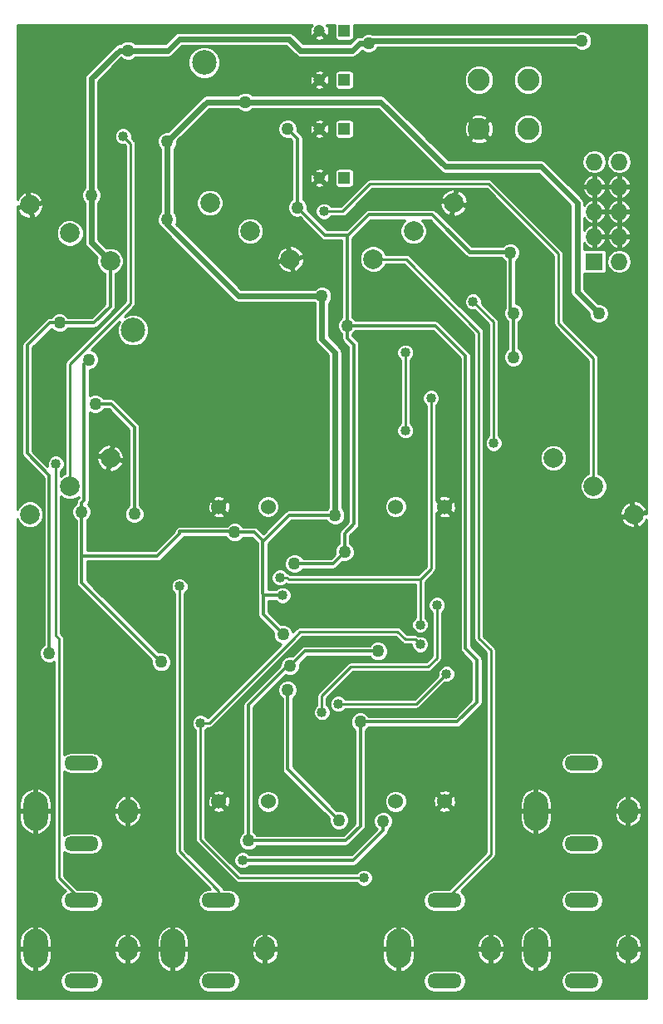
<source format=gtl>
G04 #@! TF.FileFunction,Copper,L1,Top,Signal*
%FSLAX46Y46*%
G04 Gerber Fmt 4.6, Leading zero omitted, Abs format (unit mm)*
G04 Created by KiCad (PCBNEW 4.0.2-stable) date 2016-10-24 12:13:11 PM*
%MOMM*%
G01*
G04 APERTURE LIST*
%ADD10C,0.100000*%
%ADD11C,1.998980*%
%ADD12C,2.250000*%
%ADD13C,2.500000*%
%ADD14R,1.200000X1.200000*%
%ADD15C,1.200000*%
%ADD16O,2.500000X4.000000*%
%ADD17O,2.000000X2.500000*%
%ADD18O,3.500000X1.500000*%
%ADD19R,1.727200X1.727200*%
%ADD20O,1.727200X1.727200*%
%ADD21C,1.524000*%
%ADD22C,1.016000*%
%ADD23C,1.270000*%
%ADD24C,0.254000*%
%ADD25C,0.355600*%
%ADD26C,0.406400*%
%ADD27C,0.609600*%
%ADD28C,0.304800*%
G04 APERTURE END LIST*
D10*
D11*
X17822777Y-33606433D03*
X21918537Y-36474315D03*
X13727017Y-30738551D03*
D12*
X59500000Y-18000000D03*
X64500000Y-18000000D03*
X64500000Y-23000000D03*
X59500000Y-23000000D03*
D13*
X24250000Y-43500000D03*
X31500000Y-16250000D03*
D14*
X45770000Y-28000000D03*
D15*
X43230000Y-28000000D03*
D14*
X45770000Y-23000000D03*
D15*
X43230000Y-23000000D03*
D14*
X45770000Y-18000000D03*
D15*
X43230000Y-18000000D03*
D14*
X45770000Y-13000000D03*
D15*
X43230000Y-13000000D03*
D11*
X36177223Y-33393567D03*
X32081463Y-30525685D03*
X40272983Y-36261449D03*
X17822777Y-59393567D03*
X13727017Y-62261449D03*
X21918537Y-56525685D03*
X71177223Y-59393567D03*
X67081463Y-56525685D03*
X75272983Y-62261449D03*
X52822777Y-33393567D03*
X48727017Y-36261449D03*
X56918537Y-30525685D03*
D16*
X14300000Y-106500000D03*
D17*
X23700000Y-106500000D03*
D18*
X19000000Y-101600000D03*
X19000000Y-109800000D03*
D16*
X14300000Y-92500000D03*
D17*
X23700000Y-92500000D03*
D18*
X19000000Y-87600000D03*
X19000000Y-95800000D03*
D16*
X65300000Y-92500000D03*
D17*
X74700000Y-92500000D03*
D18*
X70000000Y-87600000D03*
X70000000Y-95800000D03*
D16*
X51300000Y-106500000D03*
D17*
X60700000Y-106500000D03*
D18*
X56000000Y-101600000D03*
X56000000Y-109800000D03*
D16*
X28300000Y-106500000D03*
D17*
X37700000Y-106500000D03*
D18*
X33000000Y-101600000D03*
X33000000Y-109800000D03*
D16*
X65300000Y-106500000D03*
D17*
X74700000Y-106500000D03*
D18*
X70000000Y-101600000D03*
X70000000Y-109800000D03*
D19*
X71250000Y-36500000D03*
D20*
X73790000Y-36500000D03*
X71250000Y-33960000D03*
X73790000Y-33960000D03*
X71250000Y-31420000D03*
X73790000Y-31420000D03*
X71250000Y-28880000D03*
X73790000Y-28880000D03*
X71250000Y-26340000D03*
X73790000Y-26340000D03*
D21*
X51000000Y-61500000D03*
X56000000Y-61500000D03*
X38000000Y-61500000D03*
X33000000Y-61500000D03*
X38000000Y-91500000D03*
X33000000Y-91500000D03*
X51000000Y-91500000D03*
X56000000Y-91500000D03*
D22*
X39200000Y-68700000D03*
X53500000Y-73500000D03*
X54600000Y-50400000D03*
X50100000Y-49000000D03*
X35400000Y-73300000D03*
X38400000Y-34000000D03*
X40000000Y-26900000D03*
X23839968Y-65477508D03*
X39750000Y-89750000D03*
X21750000Y-17750000D03*
X29000000Y-27250000D03*
X14500000Y-70000000D03*
X28000000Y-54500000D03*
X39967298Y-24500000D03*
X24238905Y-63612974D03*
X52160171Y-59500000D03*
X35500000Y-77500000D03*
X26400000Y-72600000D03*
X65600000Y-38200000D03*
X68400000Y-33600000D03*
X31100000Y-83500000D03*
X47800000Y-99300000D03*
X53500000Y-75500000D03*
D23*
X40999996Y-31000000D03*
X40012257Y-22999959D03*
X62700000Y-35600000D03*
X46057295Y-43035141D03*
X20000000Y-29750000D03*
X20400000Y-51000000D03*
X16750000Y-42750000D03*
X23750000Y-15000000D03*
X24375453Y-62222651D03*
X48250006Y-14250000D03*
X70000000Y-14000000D03*
X63000000Y-46250000D03*
X15700000Y-76400000D03*
X49200000Y-76200000D03*
X63000000Y-41750000D03*
X40700000Y-67300000D03*
X40255941Y-77700000D03*
X45797518Y-66110692D03*
X36000000Y-95500000D03*
X47400000Y-83400000D03*
X27750000Y-32250000D03*
X27100000Y-77300000D03*
X43500000Y-40000000D03*
D22*
X39500000Y-70500000D03*
D23*
X19750000Y-46500000D03*
X34600000Y-64100000D03*
X35700000Y-20250000D03*
X19000000Y-62000000D03*
X27750000Y-24250000D03*
X71700010Y-41800000D03*
X44854355Y-62345645D03*
X45216020Y-93400000D03*
X40000000Y-80143980D03*
X39527332Y-74484231D03*
D22*
X35400000Y-97500000D03*
D23*
X49750000Y-93500000D03*
D22*
X16400000Y-57100000D03*
X29000000Y-69600000D03*
X43700000Y-31400000D03*
X52000000Y-45800000D03*
X52000000Y-53700000D03*
X43500000Y-82400000D03*
X55200000Y-71500000D03*
X45161780Y-81577596D03*
X56200000Y-78499998D03*
X61000000Y-55000000D03*
X58904941Y-40583999D03*
X23250000Y-23749992D03*
D24*
X53500000Y-68938140D02*
X53461860Y-68900000D01*
X53461860Y-68900000D02*
X40118420Y-68900000D01*
X40118420Y-68900000D02*
X39918420Y-68700000D01*
X39918420Y-68700000D02*
X39200000Y-68700000D01*
X53500000Y-68938140D02*
X53500000Y-68900000D01*
X53500000Y-68900000D02*
X54600000Y-67800000D01*
X54600000Y-67800000D02*
X54600000Y-51118420D01*
X54600000Y-51118420D02*
X54600000Y-50400000D01*
X53500000Y-73500000D02*
X53500000Y-68938140D01*
X53500000Y-75500000D02*
X52992001Y-74992001D01*
X40543333Y-74971912D02*
X32015245Y-83500000D01*
X52992001Y-74992001D02*
X51992001Y-74992001D01*
X32015245Y-83500000D02*
X31818420Y-83500000D01*
X51992001Y-74992001D02*
X51200000Y-74200000D01*
X51200000Y-74200000D02*
X41300000Y-74200000D01*
X41300000Y-74200000D02*
X40543333Y-74956667D01*
X40543333Y-74956667D02*
X40543333Y-74971912D01*
X31818420Y-83500000D02*
X31100000Y-83500000D01*
X35000000Y-99300000D02*
X47800000Y-99300000D01*
X31100000Y-95400000D02*
X35000000Y-99300000D01*
X31100000Y-83500000D02*
X31100000Y-95400000D01*
D25*
X47400000Y-83400000D02*
X57300000Y-83400000D01*
X57300000Y-83400000D02*
X59300000Y-81400000D01*
X59300000Y-81400000D02*
X59300000Y-77100000D01*
X59300000Y-77100000D02*
X58131801Y-75931801D01*
X48815759Y-43035141D02*
X46057295Y-43035141D01*
X58131801Y-75931801D02*
X58131801Y-46131801D01*
X58131801Y-46131801D02*
X55035141Y-43035141D01*
X55035141Y-43035141D02*
X48815759Y-43035141D01*
X40999996Y-23987698D02*
X40999996Y-30101975D01*
X40999996Y-30101975D02*
X40999996Y-31000000D01*
X40012257Y-22999959D02*
X40999996Y-23987698D01*
X41634995Y-31634999D02*
X40999996Y-31000000D01*
X43799996Y-33800000D02*
X41634995Y-31634999D01*
X46200000Y-33800000D02*
X43799996Y-33800000D01*
X46057295Y-43035141D02*
X46057295Y-44307295D01*
X46057295Y-44307295D02*
X46750000Y-45000000D01*
X46750000Y-45000000D02*
X46750000Y-63250000D01*
X46750000Y-63250000D02*
X45797518Y-64202482D01*
X45797518Y-64202482D02*
X45797518Y-66110692D01*
X46057295Y-33942705D02*
X46200000Y-33800000D01*
X46200000Y-33800000D02*
X48250000Y-31750000D01*
X46057295Y-43035141D02*
X46057295Y-33942705D01*
X48250000Y-31750000D02*
X54750000Y-31750000D01*
X54750000Y-31750000D02*
X56250000Y-33250000D01*
D26*
X62700000Y-35600000D02*
X62600000Y-35500000D01*
X62600000Y-35500000D02*
X58500000Y-35500000D01*
X58500000Y-35500000D02*
X56250000Y-33250000D01*
D25*
X62700000Y-35600000D02*
X62700000Y-41450000D01*
X45162519Y-66745691D02*
X45797518Y-66110692D01*
D27*
X23750000Y-15000000D02*
X27800000Y-15000000D01*
X27800000Y-15000000D02*
X28972411Y-13827589D01*
X28972411Y-13827589D02*
X40127589Y-13827589D01*
X47351981Y-14250000D02*
X48250006Y-14250000D01*
X40127589Y-13827589D02*
X41300000Y-15000000D01*
X41300000Y-15000000D02*
X46601981Y-15000000D01*
X46601981Y-15000000D02*
X47351981Y-14250000D01*
D25*
X40255941Y-77700000D02*
X40000000Y-77700000D01*
X36000000Y-81700000D02*
X36000000Y-94601975D01*
X40000000Y-77700000D02*
X36000000Y-81700000D01*
X36000000Y-94601975D02*
X36000000Y-95500000D01*
D27*
X20000000Y-28851975D02*
X20000000Y-29750000D01*
X20000000Y-17851975D02*
X20000000Y-28851975D01*
X22851975Y-15000000D02*
X20000000Y-17851975D01*
X23750000Y-15000000D02*
X22851975Y-15000000D01*
X20000000Y-30648025D02*
X20000000Y-29750000D01*
X20000000Y-34555778D02*
X20000000Y-30648025D01*
X21918537Y-36474315D02*
X20000000Y-34555778D01*
D25*
X24375453Y-53375453D02*
X22000000Y-51000000D01*
X22000000Y-51000000D02*
X20400000Y-51000000D01*
X24375453Y-62222651D02*
X24375453Y-53375453D01*
X16750000Y-42750000D02*
X15750000Y-42750000D01*
X15750000Y-42750000D02*
X13460000Y-45040000D01*
X13460000Y-45040000D02*
X13460000Y-56050908D01*
X13460000Y-56050908D02*
X15700000Y-58290908D01*
X15700000Y-58290908D02*
X15700000Y-76400000D01*
X20250000Y-42750000D02*
X16750000Y-42750000D01*
X21918537Y-36474315D02*
X21918537Y-41081463D01*
X21918537Y-41081463D02*
X20250000Y-42750000D01*
D27*
X48500006Y-14000000D02*
X48250006Y-14250000D01*
X70000000Y-14000000D02*
X48500006Y-14000000D01*
D28*
X63000000Y-42250000D02*
X63000000Y-45351975D01*
X63000000Y-45351975D02*
X63000000Y-46250000D01*
X62750000Y-42000000D02*
X63000000Y-42250000D01*
X63000000Y-41750000D02*
X63000000Y-46250000D01*
D25*
X48301975Y-76200000D02*
X49200000Y-76200000D01*
X41755941Y-76200000D02*
X48301975Y-76200000D01*
X40255941Y-77700000D02*
X41755941Y-76200000D01*
X62700000Y-41450000D02*
X63000000Y-41750000D01*
X44608210Y-67300000D02*
X45162519Y-66745691D01*
X40700000Y-67300000D02*
X44608210Y-67300000D01*
X36898025Y-95500000D02*
X36000000Y-95500000D01*
X45900000Y-95500000D02*
X36898025Y-95500000D01*
X47400000Y-94000000D02*
X45900000Y-95500000D01*
X47400000Y-83400000D02*
X47400000Y-94000000D01*
X37460199Y-65039801D02*
X37500000Y-65000000D01*
X37500000Y-70395962D02*
X37460199Y-70356161D01*
X37460199Y-70356161D02*
X37460199Y-65039801D01*
D27*
X27750000Y-24250000D02*
X27750000Y-32250000D01*
X27750000Y-32250000D02*
X27750000Y-32750000D01*
X43500000Y-40000000D02*
X43500000Y-44400000D01*
X43500000Y-44400000D02*
X44854355Y-45754355D01*
X44854355Y-45754355D02*
X44854355Y-62345645D01*
D25*
X26465001Y-76665001D02*
X27100000Y-77300000D01*
X19000000Y-69200000D02*
X26465001Y-76665001D01*
X19000000Y-66500000D02*
X19000000Y-69200000D01*
D27*
X35000000Y-40000000D02*
X42601975Y-40000000D01*
X27750000Y-32750000D02*
X35000000Y-40000000D01*
X42601975Y-40000000D02*
X43500000Y-40000000D01*
D25*
X34600000Y-64100000D02*
X34500000Y-64000000D01*
X29000000Y-64000000D02*
X29000000Y-64230002D01*
X34500000Y-64000000D02*
X29000000Y-64000000D01*
X29000000Y-64230002D02*
X26730002Y-66500000D01*
X26730002Y-66500000D02*
X24200000Y-66500000D01*
X24200000Y-66500000D02*
X19000000Y-66500000D01*
X19000000Y-62000000D02*
X19000000Y-61101975D01*
X19000000Y-61101975D02*
X19254068Y-60847907D01*
X19254068Y-60847907D02*
X19254068Y-46995932D01*
X19254068Y-46995932D02*
X19750000Y-46500000D01*
X19000000Y-62000000D02*
X19000000Y-66500000D01*
X37500000Y-65000000D02*
X36600000Y-64100000D01*
X36600000Y-64100000D02*
X35498025Y-64100000D01*
X35498025Y-64100000D02*
X34600000Y-64100000D01*
D27*
X49500000Y-20250000D02*
X35700000Y-20250000D01*
X35700000Y-20250000D02*
X31750000Y-20250000D01*
X71700010Y-41800000D02*
X69500000Y-39599990D01*
X69500000Y-39599990D02*
X69500000Y-30500000D01*
X65841199Y-26841199D02*
X56091199Y-26841199D01*
X69500000Y-30500000D02*
X65841199Y-26841199D01*
X56091199Y-26841199D02*
X49500000Y-20250000D01*
X31750000Y-20250000D02*
X27750000Y-24250000D01*
D25*
X40154355Y-62345645D02*
X44854355Y-62345645D01*
X37500000Y-65000000D02*
X40154355Y-62345645D01*
X37604038Y-70500000D02*
X37500000Y-70395962D01*
X39500000Y-70500000D02*
X37604038Y-70500000D01*
X37500000Y-72456899D02*
X37500000Y-70395962D01*
X40000000Y-88183980D02*
X44581021Y-92765001D01*
X40000000Y-80143980D02*
X40000000Y-88183980D01*
X44581021Y-92765001D02*
X45216020Y-93400000D01*
X39527332Y-74484231D02*
X37500000Y-72456899D01*
X49750000Y-94450000D02*
X49750000Y-93500000D01*
X46700000Y-97500000D02*
X49750000Y-94450000D01*
X35400000Y-97500000D02*
X46700000Y-97500000D01*
D24*
X16400000Y-57818420D02*
X16400000Y-57100000D01*
X16716001Y-74916001D02*
X16400000Y-74600000D01*
X19000000Y-101600000D02*
X16716001Y-99316001D01*
X16400000Y-57150000D02*
X16400000Y-57100000D01*
X16400000Y-74600000D02*
X16400000Y-57818420D01*
X16716001Y-99316001D02*
X16716001Y-74916001D01*
X56000000Y-101600000D02*
X60700000Y-96900000D01*
X59500000Y-43700000D02*
X52061449Y-36261449D01*
X60700000Y-96900000D02*
X60700000Y-76100000D01*
X60700000Y-76100000D02*
X59500000Y-74900000D01*
X59500000Y-74900000D02*
X59500000Y-43700000D01*
X52061449Y-36261449D02*
X48727017Y-36261449D01*
X29000000Y-70318420D02*
X29000000Y-69600000D01*
X29000000Y-96596000D02*
X29000000Y-70318420D01*
X33000000Y-100596000D02*
X29000000Y-96596000D01*
X33000000Y-101600000D02*
X33000000Y-100596000D01*
X71177223Y-59393567D02*
X71177223Y-46377223D01*
X48400000Y-28600000D02*
X45600000Y-31400000D01*
X71177223Y-46377223D02*
X67600000Y-42800000D01*
X67600000Y-42800000D02*
X67600000Y-35703407D01*
X67600000Y-35703407D02*
X60496593Y-28600000D01*
X60496593Y-28600000D02*
X48400000Y-28600000D01*
X45600000Y-31400000D02*
X43700000Y-31400000D01*
X52000000Y-53700000D02*
X52000000Y-45800000D01*
X43500000Y-82400000D02*
X43500000Y-80750000D01*
X43500000Y-80750000D02*
X46450000Y-77800000D01*
X46450000Y-77800000D02*
X54300000Y-77800000D01*
X54300000Y-77800000D02*
X55200000Y-76900000D01*
X55200000Y-76900000D02*
X55200000Y-72218420D01*
X55200000Y-72218420D02*
X55200000Y-71500000D01*
X45880200Y-81577596D02*
X45161780Y-81577596D01*
X53122402Y-81577596D02*
X45880200Y-81577596D01*
X56200000Y-78499998D02*
X53122402Y-81577596D01*
X58904941Y-40583999D02*
X61000000Y-42679058D01*
X61000000Y-42679058D02*
X61000000Y-55000000D01*
X17822777Y-59393567D02*
X17822777Y-46923539D01*
X17822777Y-46923539D02*
X24000000Y-40746316D01*
X24000000Y-40746316D02*
X24000000Y-24499992D01*
X24000000Y-24499992D02*
X23250000Y-23749992D01*
G36*
X42506619Y-12456227D02*
X42352706Y-12519590D01*
X42235641Y-12891885D01*
X42269958Y-13280639D01*
X42352706Y-13480410D01*
X42506621Y-13543774D01*
X43050395Y-13000000D01*
X43036253Y-12985858D01*
X43215858Y-12806253D01*
X43230000Y-12820395D01*
X43244143Y-12806253D01*
X43423748Y-12985858D01*
X43409605Y-13000000D01*
X43953379Y-13543774D01*
X44107294Y-13480410D01*
X44224359Y-13108115D01*
X44190042Y-12719361D01*
X44107294Y-12519590D01*
X43953381Y-12456227D01*
X43978608Y-12431000D01*
X44781536Y-12431000D01*
X44781536Y-13600000D01*
X44808103Y-13741190D01*
X44891546Y-13870865D01*
X45018866Y-13957859D01*
X45170000Y-13988464D01*
X46370000Y-13988464D01*
X46511190Y-13961897D01*
X46640865Y-13878454D01*
X46727859Y-13751134D01*
X46758464Y-13600000D01*
X46758464Y-12431000D01*
X76569000Y-12431000D01*
X76569000Y-62161885D01*
X75420107Y-62364466D01*
X75624860Y-63525678D01*
X75849443Y-63545524D01*
X76296956Y-63227177D01*
X76569000Y-62793052D01*
X76569000Y-111569000D01*
X12431000Y-111569000D01*
X12431000Y-109800000D01*
X16827251Y-109800000D01*
X16913343Y-110232815D01*
X17158513Y-110599738D01*
X17525436Y-110844908D01*
X17958251Y-110931000D01*
X20041749Y-110931000D01*
X20474564Y-110844908D01*
X20841487Y-110599738D01*
X21086657Y-110232815D01*
X21172749Y-109800000D01*
X30827251Y-109800000D01*
X30913343Y-110232815D01*
X31158513Y-110599738D01*
X31525436Y-110844908D01*
X31958251Y-110931000D01*
X34041749Y-110931000D01*
X34474564Y-110844908D01*
X34841487Y-110599738D01*
X35086657Y-110232815D01*
X35172749Y-109800000D01*
X53827251Y-109800000D01*
X53913343Y-110232815D01*
X54158513Y-110599738D01*
X54525436Y-110844908D01*
X54958251Y-110931000D01*
X57041749Y-110931000D01*
X57474564Y-110844908D01*
X57841487Y-110599738D01*
X58086657Y-110232815D01*
X58172749Y-109800000D01*
X67827251Y-109800000D01*
X67913343Y-110232815D01*
X68158513Y-110599738D01*
X68525436Y-110844908D01*
X68958251Y-110931000D01*
X71041749Y-110931000D01*
X71474564Y-110844908D01*
X71841487Y-110599738D01*
X72086657Y-110232815D01*
X72172749Y-109800000D01*
X72086657Y-109367185D01*
X71841487Y-109000262D01*
X71474564Y-108755092D01*
X71041749Y-108669000D01*
X68958251Y-108669000D01*
X68525436Y-108755092D01*
X68158513Y-109000262D01*
X67913343Y-109367185D01*
X67827251Y-109800000D01*
X58172749Y-109800000D01*
X58086657Y-109367185D01*
X57841487Y-109000262D01*
X57474564Y-108755092D01*
X57041749Y-108669000D01*
X54958251Y-108669000D01*
X54525436Y-108755092D01*
X54158513Y-109000262D01*
X53913343Y-109367185D01*
X53827251Y-109800000D01*
X35172749Y-109800000D01*
X35086657Y-109367185D01*
X34841487Y-109000262D01*
X34474564Y-108755092D01*
X34041749Y-108669000D01*
X31958251Y-108669000D01*
X31525436Y-108755092D01*
X31158513Y-109000262D01*
X30913343Y-109367185D01*
X30827251Y-109800000D01*
X21172749Y-109800000D01*
X21086657Y-109367185D01*
X20841487Y-109000262D01*
X20474564Y-108755092D01*
X20041749Y-108669000D01*
X17958251Y-108669000D01*
X17525436Y-108755092D01*
X17158513Y-109000262D01*
X16913343Y-109367185D01*
X16827251Y-109800000D01*
X12431000Y-109800000D01*
X12431000Y-106627000D01*
X12669000Y-106627000D01*
X12669000Y-107377000D01*
X12841753Y-107991489D01*
X13236511Y-108493093D01*
X13793175Y-108805448D01*
X13920194Y-108836161D01*
X14173000Y-108780490D01*
X14173000Y-106627000D01*
X14427000Y-106627000D01*
X14427000Y-108780490D01*
X14679806Y-108836161D01*
X14806825Y-108805448D01*
X15363489Y-108493093D01*
X15758247Y-107991489D01*
X15931000Y-107377000D01*
X15931000Y-106845432D01*
X22311196Y-106845432D01*
X22453433Y-107369640D01*
X22785448Y-107799513D01*
X23256695Y-108069607D01*
X23359443Y-108088350D01*
X23573000Y-108029462D01*
X23573000Y-106627000D01*
X23827000Y-106627000D01*
X23827000Y-108029462D01*
X24040557Y-108088350D01*
X24143305Y-108069607D01*
X24614552Y-107799513D01*
X24946567Y-107369640D01*
X25088804Y-106845432D01*
X24991384Y-106627000D01*
X26669000Y-106627000D01*
X26669000Y-107377000D01*
X26841753Y-107991489D01*
X27236511Y-108493093D01*
X27793175Y-108805448D01*
X27920194Y-108836161D01*
X28173000Y-108780490D01*
X28173000Y-106627000D01*
X28427000Y-106627000D01*
X28427000Y-108780490D01*
X28679806Y-108836161D01*
X28806825Y-108805448D01*
X29363489Y-108493093D01*
X29758247Y-107991489D01*
X29931000Y-107377000D01*
X29931000Y-106845432D01*
X36311196Y-106845432D01*
X36453433Y-107369640D01*
X36785448Y-107799513D01*
X37256695Y-108069607D01*
X37359443Y-108088350D01*
X37573000Y-108029462D01*
X37573000Y-106627000D01*
X37827000Y-106627000D01*
X37827000Y-108029462D01*
X38040557Y-108088350D01*
X38143305Y-108069607D01*
X38614552Y-107799513D01*
X38946567Y-107369640D01*
X39088804Y-106845432D01*
X38991384Y-106627000D01*
X49669000Y-106627000D01*
X49669000Y-107377000D01*
X49841753Y-107991489D01*
X50236511Y-108493093D01*
X50793175Y-108805448D01*
X50920194Y-108836161D01*
X51173000Y-108780490D01*
X51173000Y-106627000D01*
X51427000Y-106627000D01*
X51427000Y-108780490D01*
X51679806Y-108836161D01*
X51806825Y-108805448D01*
X52363489Y-108493093D01*
X52758247Y-107991489D01*
X52931000Y-107377000D01*
X52931000Y-106845432D01*
X59311196Y-106845432D01*
X59453433Y-107369640D01*
X59785448Y-107799513D01*
X60256695Y-108069607D01*
X60359443Y-108088350D01*
X60573000Y-108029462D01*
X60573000Y-106627000D01*
X60827000Y-106627000D01*
X60827000Y-108029462D01*
X61040557Y-108088350D01*
X61143305Y-108069607D01*
X61614552Y-107799513D01*
X61946567Y-107369640D01*
X62088804Y-106845432D01*
X61991384Y-106627000D01*
X63669000Y-106627000D01*
X63669000Y-107377000D01*
X63841753Y-107991489D01*
X64236511Y-108493093D01*
X64793175Y-108805448D01*
X64920194Y-108836161D01*
X65173000Y-108780490D01*
X65173000Y-106627000D01*
X65427000Y-106627000D01*
X65427000Y-108780490D01*
X65679806Y-108836161D01*
X65806825Y-108805448D01*
X66363489Y-108493093D01*
X66758247Y-107991489D01*
X66931000Y-107377000D01*
X66931000Y-106845432D01*
X73311196Y-106845432D01*
X73453433Y-107369640D01*
X73785448Y-107799513D01*
X74256695Y-108069607D01*
X74359443Y-108088350D01*
X74573000Y-108029462D01*
X74573000Y-106627000D01*
X74827000Y-106627000D01*
X74827000Y-108029462D01*
X75040557Y-108088350D01*
X75143305Y-108069607D01*
X75614552Y-107799513D01*
X75946567Y-107369640D01*
X76088804Y-106845432D01*
X75991384Y-106627000D01*
X74827000Y-106627000D01*
X74573000Y-106627000D01*
X73408616Y-106627000D01*
X73311196Y-106845432D01*
X66931000Y-106845432D01*
X66931000Y-106627000D01*
X65427000Y-106627000D01*
X65173000Y-106627000D01*
X63669000Y-106627000D01*
X61991384Y-106627000D01*
X60827000Y-106627000D01*
X60573000Y-106627000D01*
X59408616Y-106627000D01*
X59311196Y-106845432D01*
X52931000Y-106845432D01*
X52931000Y-106627000D01*
X51427000Y-106627000D01*
X51173000Y-106627000D01*
X49669000Y-106627000D01*
X38991384Y-106627000D01*
X37827000Y-106627000D01*
X37573000Y-106627000D01*
X36408616Y-106627000D01*
X36311196Y-106845432D01*
X29931000Y-106845432D01*
X29931000Y-106627000D01*
X28427000Y-106627000D01*
X28173000Y-106627000D01*
X26669000Y-106627000D01*
X24991384Y-106627000D01*
X23827000Y-106627000D01*
X23573000Y-106627000D01*
X22408616Y-106627000D01*
X22311196Y-106845432D01*
X15931000Y-106845432D01*
X15931000Y-106627000D01*
X14427000Y-106627000D01*
X14173000Y-106627000D01*
X12669000Y-106627000D01*
X12431000Y-106627000D01*
X12431000Y-105623000D01*
X12669000Y-105623000D01*
X12669000Y-106373000D01*
X14173000Y-106373000D01*
X14173000Y-104219510D01*
X14427000Y-104219510D01*
X14427000Y-106373000D01*
X15931000Y-106373000D01*
X15931000Y-106154568D01*
X22311196Y-106154568D01*
X22408616Y-106373000D01*
X23573000Y-106373000D01*
X23573000Y-104970538D01*
X23827000Y-104970538D01*
X23827000Y-106373000D01*
X24991384Y-106373000D01*
X25088804Y-106154568D01*
X24946567Y-105630360D01*
X24940883Y-105623000D01*
X26669000Y-105623000D01*
X26669000Y-106373000D01*
X28173000Y-106373000D01*
X28173000Y-104219510D01*
X28427000Y-104219510D01*
X28427000Y-106373000D01*
X29931000Y-106373000D01*
X29931000Y-106154568D01*
X36311196Y-106154568D01*
X36408616Y-106373000D01*
X37573000Y-106373000D01*
X37573000Y-104970538D01*
X37827000Y-104970538D01*
X37827000Y-106373000D01*
X38991384Y-106373000D01*
X39088804Y-106154568D01*
X38946567Y-105630360D01*
X38940883Y-105623000D01*
X49669000Y-105623000D01*
X49669000Y-106373000D01*
X51173000Y-106373000D01*
X51173000Y-104219510D01*
X51427000Y-104219510D01*
X51427000Y-106373000D01*
X52931000Y-106373000D01*
X52931000Y-106154568D01*
X59311196Y-106154568D01*
X59408616Y-106373000D01*
X60573000Y-106373000D01*
X60573000Y-104970538D01*
X60827000Y-104970538D01*
X60827000Y-106373000D01*
X61991384Y-106373000D01*
X62088804Y-106154568D01*
X61946567Y-105630360D01*
X61940883Y-105623000D01*
X63669000Y-105623000D01*
X63669000Y-106373000D01*
X65173000Y-106373000D01*
X65173000Y-104219510D01*
X65427000Y-104219510D01*
X65427000Y-106373000D01*
X66931000Y-106373000D01*
X66931000Y-106154568D01*
X73311196Y-106154568D01*
X73408616Y-106373000D01*
X74573000Y-106373000D01*
X74573000Y-104970538D01*
X74827000Y-104970538D01*
X74827000Y-106373000D01*
X75991384Y-106373000D01*
X76088804Y-106154568D01*
X75946567Y-105630360D01*
X75614552Y-105200487D01*
X75143305Y-104930393D01*
X75040557Y-104911650D01*
X74827000Y-104970538D01*
X74573000Y-104970538D01*
X74359443Y-104911650D01*
X74256695Y-104930393D01*
X73785448Y-105200487D01*
X73453433Y-105630360D01*
X73311196Y-106154568D01*
X66931000Y-106154568D01*
X66931000Y-105623000D01*
X66758247Y-105008511D01*
X66363489Y-104506907D01*
X65806825Y-104194552D01*
X65679806Y-104163839D01*
X65427000Y-104219510D01*
X65173000Y-104219510D01*
X64920194Y-104163839D01*
X64793175Y-104194552D01*
X64236511Y-104506907D01*
X63841753Y-105008511D01*
X63669000Y-105623000D01*
X61940883Y-105623000D01*
X61614552Y-105200487D01*
X61143305Y-104930393D01*
X61040557Y-104911650D01*
X60827000Y-104970538D01*
X60573000Y-104970538D01*
X60359443Y-104911650D01*
X60256695Y-104930393D01*
X59785448Y-105200487D01*
X59453433Y-105630360D01*
X59311196Y-106154568D01*
X52931000Y-106154568D01*
X52931000Y-105623000D01*
X52758247Y-105008511D01*
X52363489Y-104506907D01*
X51806825Y-104194552D01*
X51679806Y-104163839D01*
X51427000Y-104219510D01*
X51173000Y-104219510D01*
X50920194Y-104163839D01*
X50793175Y-104194552D01*
X50236511Y-104506907D01*
X49841753Y-105008511D01*
X49669000Y-105623000D01*
X38940883Y-105623000D01*
X38614552Y-105200487D01*
X38143305Y-104930393D01*
X38040557Y-104911650D01*
X37827000Y-104970538D01*
X37573000Y-104970538D01*
X37359443Y-104911650D01*
X37256695Y-104930393D01*
X36785448Y-105200487D01*
X36453433Y-105630360D01*
X36311196Y-106154568D01*
X29931000Y-106154568D01*
X29931000Y-105623000D01*
X29758247Y-105008511D01*
X29363489Y-104506907D01*
X28806825Y-104194552D01*
X28679806Y-104163839D01*
X28427000Y-104219510D01*
X28173000Y-104219510D01*
X27920194Y-104163839D01*
X27793175Y-104194552D01*
X27236511Y-104506907D01*
X26841753Y-105008511D01*
X26669000Y-105623000D01*
X24940883Y-105623000D01*
X24614552Y-105200487D01*
X24143305Y-104930393D01*
X24040557Y-104911650D01*
X23827000Y-104970538D01*
X23573000Y-104970538D01*
X23359443Y-104911650D01*
X23256695Y-104930393D01*
X22785448Y-105200487D01*
X22453433Y-105630360D01*
X22311196Y-106154568D01*
X15931000Y-106154568D01*
X15931000Y-105623000D01*
X15758247Y-105008511D01*
X15363489Y-104506907D01*
X14806825Y-104194552D01*
X14679806Y-104163839D01*
X14427000Y-104219510D01*
X14173000Y-104219510D01*
X13920194Y-104163839D01*
X13793175Y-104194552D01*
X13236511Y-104506907D01*
X12841753Y-105008511D01*
X12669000Y-105623000D01*
X12431000Y-105623000D01*
X12431000Y-92627000D01*
X12669000Y-92627000D01*
X12669000Y-93377000D01*
X12841753Y-93991489D01*
X13236511Y-94493093D01*
X13793175Y-94805448D01*
X13920194Y-94836161D01*
X14173000Y-94780490D01*
X14173000Y-92627000D01*
X14427000Y-92627000D01*
X14427000Y-94780490D01*
X14679806Y-94836161D01*
X14806825Y-94805448D01*
X15363489Y-94493093D01*
X15758247Y-93991489D01*
X15931000Y-93377000D01*
X15931000Y-92627000D01*
X14427000Y-92627000D01*
X14173000Y-92627000D01*
X12669000Y-92627000D01*
X12431000Y-92627000D01*
X12431000Y-91623000D01*
X12669000Y-91623000D01*
X12669000Y-92373000D01*
X14173000Y-92373000D01*
X14173000Y-90219510D01*
X14427000Y-90219510D01*
X14427000Y-92373000D01*
X15931000Y-92373000D01*
X15931000Y-91623000D01*
X15758247Y-91008511D01*
X15363489Y-90506907D01*
X14806825Y-90194552D01*
X14679806Y-90163839D01*
X14427000Y-90219510D01*
X14173000Y-90219510D01*
X13920194Y-90163839D01*
X13793175Y-90194552D01*
X13236511Y-90506907D01*
X12841753Y-91008511D01*
X12669000Y-91623000D01*
X12431000Y-91623000D01*
X12431000Y-62739860D01*
X12556012Y-63042412D01*
X12944011Y-63431089D01*
X13451216Y-63641698D01*
X14000409Y-63642178D01*
X14507980Y-63432454D01*
X14896657Y-63044455D01*
X15107266Y-62537250D01*
X15107746Y-61988057D01*
X14898022Y-61480486D01*
X14510023Y-61091809D01*
X14002818Y-60881200D01*
X13453625Y-60880720D01*
X12946054Y-61090444D01*
X12557377Y-61478443D01*
X12431000Y-61782794D01*
X12431000Y-45040000D01*
X12901200Y-45040000D01*
X12901200Y-56050908D01*
X12943736Y-56264752D01*
X13049253Y-56422668D01*
X13064869Y-56446039D01*
X15141200Y-58522371D01*
X15141200Y-75531578D01*
X15125234Y-75538175D01*
X14839179Y-75823731D01*
X14684176Y-76197018D01*
X14683824Y-76601208D01*
X14838175Y-76974766D01*
X15123731Y-77260821D01*
X15497018Y-77415824D01*
X15901208Y-77416176D01*
X16208001Y-77289412D01*
X16208001Y-99316001D01*
X16246670Y-99510404D01*
X16356791Y-99675211D01*
X17352334Y-100670755D01*
X17158513Y-100800262D01*
X16913343Y-101167185D01*
X16827251Y-101600000D01*
X16913343Y-102032815D01*
X17158513Y-102399738D01*
X17525436Y-102644908D01*
X17958251Y-102731000D01*
X20041749Y-102731000D01*
X20474564Y-102644908D01*
X20841487Y-102399738D01*
X21086657Y-102032815D01*
X21172749Y-101600000D01*
X21086657Y-101167185D01*
X20841487Y-100800262D01*
X20474564Y-100555092D01*
X20041749Y-100469000D01*
X18587421Y-100469000D01*
X17224001Y-99105581D01*
X17224001Y-96643496D01*
X17525436Y-96844908D01*
X17958251Y-96931000D01*
X20041749Y-96931000D01*
X20474564Y-96844908D01*
X20841487Y-96599738D01*
X21086657Y-96232815D01*
X21172749Y-95800000D01*
X21086657Y-95367185D01*
X20841487Y-95000262D01*
X20474564Y-94755092D01*
X20041749Y-94669000D01*
X17958251Y-94669000D01*
X17525436Y-94755092D01*
X17224001Y-94956504D01*
X17224001Y-92845432D01*
X22311196Y-92845432D01*
X22453433Y-93369640D01*
X22785448Y-93799513D01*
X23256695Y-94069607D01*
X23359443Y-94088350D01*
X23573000Y-94029462D01*
X23573000Y-92627000D01*
X23827000Y-92627000D01*
X23827000Y-94029462D01*
X24040557Y-94088350D01*
X24143305Y-94069607D01*
X24614552Y-93799513D01*
X24946567Y-93369640D01*
X25088804Y-92845432D01*
X24991384Y-92627000D01*
X23827000Y-92627000D01*
X23573000Y-92627000D01*
X22408616Y-92627000D01*
X22311196Y-92845432D01*
X17224001Y-92845432D01*
X17224001Y-92154568D01*
X22311196Y-92154568D01*
X22408616Y-92373000D01*
X23573000Y-92373000D01*
X23573000Y-90970538D01*
X23827000Y-90970538D01*
X23827000Y-92373000D01*
X24991384Y-92373000D01*
X25088804Y-92154568D01*
X24946567Y-91630360D01*
X24614552Y-91200487D01*
X24143305Y-90930393D01*
X24040557Y-90911650D01*
X23827000Y-90970538D01*
X23573000Y-90970538D01*
X23359443Y-90911650D01*
X23256695Y-90930393D01*
X22785448Y-91200487D01*
X22453433Y-91630360D01*
X22311196Y-92154568D01*
X17224001Y-92154568D01*
X17224001Y-88443496D01*
X17525436Y-88644908D01*
X17958251Y-88731000D01*
X20041749Y-88731000D01*
X20474564Y-88644908D01*
X20841487Y-88399738D01*
X21086657Y-88032815D01*
X21172749Y-87600000D01*
X21086657Y-87167185D01*
X20841487Y-86800262D01*
X20474564Y-86555092D01*
X20041749Y-86469000D01*
X17958251Y-86469000D01*
X17525436Y-86555092D01*
X17224001Y-86756504D01*
X17224001Y-74916001D01*
X17185332Y-74721598D01*
X17075211Y-74556791D01*
X16908000Y-74389580D01*
X16908000Y-60431206D01*
X17039771Y-60563207D01*
X17546976Y-60773816D01*
X18096169Y-60774296D01*
X18603740Y-60564572D01*
X18695268Y-60473204D01*
X18695268Y-60616445D01*
X18604869Y-60706844D01*
X18483736Y-60888131D01*
X18441200Y-61101975D01*
X18441200Y-61131578D01*
X18425234Y-61138175D01*
X18139179Y-61423731D01*
X17984176Y-61797018D01*
X17983824Y-62201208D01*
X18138175Y-62574766D01*
X18423731Y-62860821D01*
X18441200Y-62868075D01*
X18441200Y-69200000D01*
X18483736Y-69413844D01*
X18600669Y-69588846D01*
X18604869Y-69595131D01*
X26069870Y-77060133D01*
X26069873Y-77060135D01*
X26090801Y-77081063D01*
X26084176Y-77097018D01*
X26083824Y-77501208D01*
X26238175Y-77874766D01*
X26523731Y-78160821D01*
X26897018Y-78315824D01*
X27301208Y-78316176D01*
X27674766Y-78161825D01*
X27960821Y-77876269D01*
X28115824Y-77502982D01*
X28116176Y-77098792D01*
X27961825Y-76725234D01*
X27676269Y-76439179D01*
X27302982Y-76284176D01*
X26898792Y-76283824D01*
X26881310Y-76291048D01*
X26860135Y-76269873D01*
X26860133Y-76269870D01*
X20366320Y-69776057D01*
X28110846Y-69776057D01*
X28245903Y-70102920D01*
X28492000Y-70349447D01*
X28492000Y-96596000D01*
X28530669Y-96790403D01*
X28640790Y-96955210D01*
X32154580Y-100469000D01*
X31958251Y-100469000D01*
X31525436Y-100555092D01*
X31158513Y-100800262D01*
X30913343Y-101167185D01*
X30827251Y-101600000D01*
X30913343Y-102032815D01*
X31158513Y-102399738D01*
X31525436Y-102644908D01*
X31958251Y-102731000D01*
X34041749Y-102731000D01*
X34474564Y-102644908D01*
X34841487Y-102399738D01*
X35086657Y-102032815D01*
X35172749Y-101600000D01*
X35086657Y-101167185D01*
X34841487Y-100800262D01*
X34474564Y-100555092D01*
X34041749Y-100469000D01*
X33482738Y-100469000D01*
X33469331Y-100401597D01*
X33469331Y-100401596D01*
X33359210Y-100236790D01*
X29508000Y-96385580D01*
X29508000Y-70349026D01*
X29753218Y-70104236D01*
X29888846Y-69777609D01*
X29889154Y-69423943D01*
X29754097Y-69097080D01*
X29504236Y-68846782D01*
X29177609Y-68711154D01*
X28823943Y-68710846D01*
X28497080Y-68845903D01*
X28246782Y-69095764D01*
X28111154Y-69422391D01*
X28110846Y-69776057D01*
X20366320Y-69776057D01*
X19558800Y-68968538D01*
X19558800Y-67058800D01*
X26730002Y-67058800D01*
X26943846Y-67016264D01*
X27125133Y-66895131D01*
X29395131Y-64625133D01*
X29413519Y-64597613D01*
X29439454Y-64558800D01*
X33690259Y-64558800D01*
X33738175Y-64674766D01*
X34023731Y-64960821D01*
X34397018Y-65115824D01*
X34801208Y-65116176D01*
X35174766Y-64961825D01*
X35460821Y-64676269D01*
X35468075Y-64658800D01*
X36368538Y-64658800D01*
X36901399Y-65191661D01*
X36901399Y-70356161D01*
X36941200Y-70556255D01*
X36941200Y-72456899D01*
X36983736Y-72670743D01*
X37033957Y-72745903D01*
X37104869Y-72852030D01*
X38518133Y-74265295D01*
X38511508Y-74281249D01*
X38511156Y-74685439D01*
X38665507Y-75058997D01*
X38951063Y-75345052D01*
X39304862Y-75491963D01*
X31826945Y-82969880D01*
X31604236Y-82746782D01*
X31277609Y-82611154D01*
X30923943Y-82610846D01*
X30597080Y-82745903D01*
X30346782Y-82995764D01*
X30211154Y-83322391D01*
X30210846Y-83676057D01*
X30345903Y-84002920D01*
X30592000Y-84249447D01*
X30592000Y-95400000D01*
X30630669Y-95594403D01*
X30740790Y-95759210D01*
X34640790Y-99659210D01*
X34805597Y-99769331D01*
X35000000Y-99808000D01*
X47050974Y-99808000D01*
X47295764Y-100053218D01*
X47622391Y-100188846D01*
X47976057Y-100189154D01*
X48302920Y-100054097D01*
X48553218Y-99804236D01*
X48688846Y-99477609D01*
X48689154Y-99123943D01*
X48554097Y-98797080D01*
X48304236Y-98546782D01*
X47977609Y-98411154D01*
X47623943Y-98410846D01*
X47297080Y-98545903D01*
X47050553Y-98792000D01*
X35210420Y-98792000D01*
X34094477Y-97676057D01*
X34510846Y-97676057D01*
X34645903Y-98002920D01*
X34895764Y-98253218D01*
X35222391Y-98388846D01*
X35576057Y-98389154D01*
X35902920Y-98254097D01*
X36098559Y-98058800D01*
X46700000Y-98058800D01*
X46913844Y-98016264D01*
X47095131Y-97895131D01*
X50145131Y-94845132D01*
X50205698Y-94754487D01*
X50266264Y-94663844D01*
X50308800Y-94450000D01*
X50308800Y-94368422D01*
X50324766Y-94361825D01*
X50610821Y-94076269D01*
X50765824Y-93702982D01*
X50766176Y-93298792D01*
X50611825Y-92925234D01*
X50326269Y-92639179D01*
X49952982Y-92484176D01*
X49548792Y-92483824D01*
X49175234Y-92638175D01*
X48889179Y-92923731D01*
X48734176Y-93297018D01*
X48733824Y-93701208D01*
X48888175Y-94074766D01*
X49111378Y-94298359D01*
X46468538Y-96941200D01*
X36098315Y-96941200D01*
X35904236Y-96746782D01*
X35577609Y-96611154D01*
X35223943Y-96610846D01*
X34897080Y-96745903D01*
X34646782Y-96995764D01*
X34511154Y-97322391D01*
X34510846Y-97676057D01*
X34094477Y-97676057D01*
X32119628Y-95701208D01*
X34983824Y-95701208D01*
X35138175Y-96074766D01*
X35423731Y-96360821D01*
X35797018Y-96515824D01*
X36201208Y-96516176D01*
X36574766Y-96361825D01*
X36860821Y-96076269D01*
X36868075Y-96058800D01*
X45900000Y-96058800D01*
X46113844Y-96016264D01*
X46295131Y-95895131D01*
X47795131Y-94395132D01*
X47884204Y-94261825D01*
X47916264Y-94213844D01*
X47958800Y-94000000D01*
X47958800Y-91726359D01*
X49856802Y-91726359D01*
X50030446Y-92146612D01*
X50351697Y-92468423D01*
X50771646Y-92642801D01*
X51226359Y-92643198D01*
X51646612Y-92469554D01*
X51775229Y-92341160D01*
X55338445Y-92341160D01*
X55421824Y-92511856D01*
X55853055Y-92656091D01*
X56306657Y-92624322D01*
X56578176Y-92511856D01*
X56661555Y-92341160D01*
X56000000Y-91679605D01*
X55338445Y-92341160D01*
X51775229Y-92341160D01*
X51968423Y-92148303D01*
X52142801Y-91728354D01*
X52143128Y-91353055D01*
X54843909Y-91353055D01*
X54875678Y-91806657D01*
X54988144Y-92078176D01*
X55158840Y-92161555D01*
X55820395Y-91500000D01*
X56179605Y-91500000D01*
X56841160Y-92161555D01*
X57011856Y-92078176D01*
X57156091Y-91646945D01*
X57124322Y-91193343D01*
X57011856Y-90921824D01*
X56841160Y-90838445D01*
X56179605Y-91500000D01*
X55820395Y-91500000D01*
X55158840Y-90838445D01*
X54988144Y-90921824D01*
X54843909Y-91353055D01*
X52143128Y-91353055D01*
X52143198Y-91273641D01*
X51969554Y-90853388D01*
X51775345Y-90658840D01*
X55338445Y-90658840D01*
X56000000Y-91320395D01*
X56661555Y-90658840D01*
X56578176Y-90488144D01*
X56146945Y-90343909D01*
X55693343Y-90375678D01*
X55421824Y-90488144D01*
X55338445Y-90658840D01*
X51775345Y-90658840D01*
X51648303Y-90531577D01*
X51228354Y-90357199D01*
X50773641Y-90356802D01*
X50353388Y-90530446D01*
X50031577Y-90851697D01*
X49857199Y-91271646D01*
X49856802Y-91726359D01*
X47958800Y-91726359D01*
X47958800Y-84268422D01*
X47974766Y-84261825D01*
X48260821Y-83976269D01*
X48268075Y-83958800D01*
X57300000Y-83958800D01*
X57513844Y-83916264D01*
X57695131Y-83795131D01*
X59695131Y-81795131D01*
X59794255Y-81646782D01*
X59816264Y-81613844D01*
X59858800Y-81400000D01*
X59858800Y-77100000D01*
X59816264Y-76886156D01*
X59695131Y-76704869D01*
X58690601Y-75700339D01*
X58690601Y-46131801D01*
X58673737Y-46047018D01*
X58648066Y-45917958D01*
X58526933Y-45736670D01*
X55430272Y-42640010D01*
X55386588Y-42610821D01*
X55248985Y-42518877D01*
X55035141Y-42476341D01*
X46925717Y-42476341D01*
X46919120Y-42460375D01*
X46633564Y-42174320D01*
X46616095Y-42167066D01*
X46616095Y-36534841D01*
X47346288Y-36534841D01*
X47556012Y-37042412D01*
X47944011Y-37431089D01*
X48451216Y-37641698D01*
X49000409Y-37642178D01*
X49507980Y-37432454D01*
X49896657Y-37044455D01*
X50010849Y-36769449D01*
X51851029Y-36769449D01*
X58992000Y-43910420D01*
X58992000Y-74900000D01*
X59030669Y-75094403D01*
X59140790Y-75259210D01*
X60192000Y-76310420D01*
X60192000Y-96689580D01*
X56412580Y-100469000D01*
X54958251Y-100469000D01*
X54525436Y-100555092D01*
X54158513Y-100800262D01*
X53913343Y-101167185D01*
X53827251Y-101600000D01*
X53913343Y-102032815D01*
X54158513Y-102399738D01*
X54525436Y-102644908D01*
X54958251Y-102731000D01*
X57041749Y-102731000D01*
X57474564Y-102644908D01*
X57841487Y-102399738D01*
X58086657Y-102032815D01*
X58172749Y-101600000D01*
X67827251Y-101600000D01*
X67913343Y-102032815D01*
X68158513Y-102399738D01*
X68525436Y-102644908D01*
X68958251Y-102731000D01*
X71041749Y-102731000D01*
X71474564Y-102644908D01*
X71841487Y-102399738D01*
X72086657Y-102032815D01*
X72172749Y-101600000D01*
X72086657Y-101167185D01*
X71841487Y-100800262D01*
X71474564Y-100555092D01*
X71041749Y-100469000D01*
X68958251Y-100469000D01*
X68525436Y-100555092D01*
X68158513Y-100800262D01*
X67913343Y-101167185D01*
X67827251Y-101600000D01*
X58172749Y-101600000D01*
X58086657Y-101167185D01*
X57841487Y-100800262D01*
X57647665Y-100670755D01*
X61059210Y-97259210D01*
X61169331Y-97094403D01*
X61208000Y-96900000D01*
X61208000Y-95800000D01*
X67827251Y-95800000D01*
X67913343Y-96232815D01*
X68158513Y-96599738D01*
X68525436Y-96844908D01*
X68958251Y-96931000D01*
X71041749Y-96931000D01*
X71474564Y-96844908D01*
X71841487Y-96599738D01*
X72086657Y-96232815D01*
X72172749Y-95800000D01*
X72086657Y-95367185D01*
X71841487Y-95000262D01*
X71474564Y-94755092D01*
X71041749Y-94669000D01*
X68958251Y-94669000D01*
X68525436Y-94755092D01*
X68158513Y-95000262D01*
X67913343Y-95367185D01*
X67827251Y-95800000D01*
X61208000Y-95800000D01*
X61208000Y-92627000D01*
X63669000Y-92627000D01*
X63669000Y-93377000D01*
X63841753Y-93991489D01*
X64236511Y-94493093D01*
X64793175Y-94805448D01*
X64920194Y-94836161D01*
X65173000Y-94780490D01*
X65173000Y-92627000D01*
X65427000Y-92627000D01*
X65427000Y-94780490D01*
X65679806Y-94836161D01*
X65806825Y-94805448D01*
X66363489Y-94493093D01*
X66758247Y-93991489D01*
X66931000Y-93377000D01*
X66931000Y-92845432D01*
X73311196Y-92845432D01*
X73453433Y-93369640D01*
X73785448Y-93799513D01*
X74256695Y-94069607D01*
X74359443Y-94088350D01*
X74573000Y-94029462D01*
X74573000Y-92627000D01*
X74827000Y-92627000D01*
X74827000Y-94029462D01*
X75040557Y-94088350D01*
X75143305Y-94069607D01*
X75614552Y-93799513D01*
X75946567Y-93369640D01*
X76088804Y-92845432D01*
X75991384Y-92627000D01*
X74827000Y-92627000D01*
X74573000Y-92627000D01*
X73408616Y-92627000D01*
X73311196Y-92845432D01*
X66931000Y-92845432D01*
X66931000Y-92627000D01*
X65427000Y-92627000D01*
X65173000Y-92627000D01*
X63669000Y-92627000D01*
X61208000Y-92627000D01*
X61208000Y-91623000D01*
X63669000Y-91623000D01*
X63669000Y-92373000D01*
X65173000Y-92373000D01*
X65173000Y-90219510D01*
X65427000Y-90219510D01*
X65427000Y-92373000D01*
X66931000Y-92373000D01*
X66931000Y-92154568D01*
X73311196Y-92154568D01*
X73408616Y-92373000D01*
X74573000Y-92373000D01*
X74573000Y-90970538D01*
X74827000Y-90970538D01*
X74827000Y-92373000D01*
X75991384Y-92373000D01*
X76088804Y-92154568D01*
X75946567Y-91630360D01*
X75614552Y-91200487D01*
X75143305Y-90930393D01*
X75040557Y-90911650D01*
X74827000Y-90970538D01*
X74573000Y-90970538D01*
X74359443Y-90911650D01*
X74256695Y-90930393D01*
X73785448Y-91200487D01*
X73453433Y-91630360D01*
X73311196Y-92154568D01*
X66931000Y-92154568D01*
X66931000Y-91623000D01*
X66758247Y-91008511D01*
X66363489Y-90506907D01*
X65806825Y-90194552D01*
X65679806Y-90163839D01*
X65427000Y-90219510D01*
X65173000Y-90219510D01*
X64920194Y-90163839D01*
X64793175Y-90194552D01*
X64236511Y-90506907D01*
X63841753Y-91008511D01*
X63669000Y-91623000D01*
X61208000Y-91623000D01*
X61208000Y-87600000D01*
X67827251Y-87600000D01*
X67913343Y-88032815D01*
X68158513Y-88399738D01*
X68525436Y-88644908D01*
X68958251Y-88731000D01*
X71041749Y-88731000D01*
X71474564Y-88644908D01*
X71841487Y-88399738D01*
X72086657Y-88032815D01*
X72172749Y-87600000D01*
X72086657Y-87167185D01*
X71841487Y-86800262D01*
X71474564Y-86555092D01*
X71041749Y-86469000D01*
X68958251Y-86469000D01*
X68525436Y-86555092D01*
X68158513Y-86800262D01*
X67913343Y-87167185D01*
X67827251Y-87600000D01*
X61208000Y-87600000D01*
X61208000Y-76100000D01*
X61169331Y-75905597D01*
X61169331Y-75905596D01*
X61059210Y-75740790D01*
X60008000Y-74689580D01*
X60008000Y-62837909D01*
X73988908Y-62837909D01*
X74307255Y-63285422D01*
X74772624Y-63577045D01*
X75170467Y-63665245D01*
X75374719Y-63569784D01*
X75169966Y-62408573D01*
X74008754Y-62613326D01*
X73988908Y-62837909D01*
X60008000Y-62837909D01*
X60008000Y-62158933D01*
X73869187Y-62158933D01*
X73964648Y-62363185D01*
X75125859Y-62158432D01*
X74921106Y-60997220D01*
X74696523Y-60977374D01*
X74249010Y-61295721D01*
X73957387Y-61761090D01*
X73869187Y-62158933D01*
X60008000Y-62158933D01*
X60008000Y-60953114D01*
X75171247Y-60953114D01*
X75376000Y-62114325D01*
X76537212Y-61909572D01*
X76557058Y-61684989D01*
X76238711Y-61237476D01*
X75773342Y-60945853D01*
X75375499Y-60857653D01*
X75171247Y-60953114D01*
X60008000Y-60953114D01*
X60008000Y-56799077D01*
X65700734Y-56799077D01*
X65910458Y-57306648D01*
X66298457Y-57695325D01*
X66805662Y-57905934D01*
X67354855Y-57906414D01*
X67862426Y-57696690D01*
X68251103Y-57308691D01*
X68461712Y-56801486D01*
X68462192Y-56252293D01*
X68252468Y-55744722D01*
X67864469Y-55356045D01*
X67357264Y-55145436D01*
X66808071Y-55144956D01*
X66300500Y-55354680D01*
X65911823Y-55742679D01*
X65701214Y-56249884D01*
X65700734Y-56799077D01*
X60008000Y-56799077D01*
X60008000Y-43700000D01*
X59969331Y-43505597D01*
X59859210Y-43340790D01*
X57278476Y-40760056D01*
X58015787Y-40760056D01*
X58150844Y-41086919D01*
X58400705Y-41337217D01*
X58727332Y-41472845D01*
X59075670Y-41473148D01*
X60492000Y-42889478D01*
X60492000Y-54250974D01*
X60246782Y-54495764D01*
X60111154Y-54822391D01*
X60110846Y-55176057D01*
X60245903Y-55502920D01*
X60495764Y-55753218D01*
X60822391Y-55888846D01*
X61176057Y-55889154D01*
X61502920Y-55754097D01*
X61753218Y-55504236D01*
X61888846Y-55177609D01*
X61889154Y-54823943D01*
X61754097Y-54497080D01*
X61508000Y-54250553D01*
X61508000Y-42679058D01*
X61469331Y-42484655D01*
X61359210Y-42319848D01*
X59793793Y-40754431D01*
X59794095Y-40407942D01*
X59659038Y-40081079D01*
X59409177Y-39830781D01*
X59082550Y-39695153D01*
X58728884Y-39694845D01*
X58402021Y-39829902D01*
X58151723Y-40079763D01*
X58016095Y-40406390D01*
X58015787Y-40760056D01*
X57278476Y-40760056D01*
X52420659Y-35902239D01*
X52255852Y-35792118D01*
X52061449Y-35753449D01*
X50010808Y-35753449D01*
X49898022Y-35480486D01*
X49510023Y-35091809D01*
X49002818Y-34881200D01*
X48453625Y-34880720D01*
X47946054Y-35090444D01*
X47557377Y-35478443D01*
X47346768Y-35985648D01*
X47346288Y-36534841D01*
X46616095Y-36534841D01*
X46616095Y-34174167D01*
X48481462Y-32308800D01*
X51955425Y-32308800D01*
X51653137Y-32610561D01*
X51442528Y-33117766D01*
X51442048Y-33666959D01*
X51651772Y-34174530D01*
X52039771Y-34563207D01*
X52546976Y-34773816D01*
X53096169Y-34774296D01*
X53603740Y-34564572D01*
X53992417Y-34176573D01*
X54203026Y-33669368D01*
X54203506Y-33120175D01*
X53993782Y-32612604D01*
X53690508Y-32308800D01*
X54518538Y-32308800D01*
X55764577Y-33554840D01*
X55836908Y-33663092D01*
X58086906Y-35913089D01*
X58086908Y-35913092D01*
X58195496Y-35985648D01*
X58276437Y-36039731D01*
X58500000Y-36084201D01*
X58500005Y-36084200D01*
X61800754Y-36084200D01*
X61838175Y-36174766D01*
X62123731Y-36460821D01*
X62141200Y-36468075D01*
X62141200Y-41171714D01*
X62139179Y-41173731D01*
X61984176Y-41547018D01*
X61983824Y-41951208D01*
X62138175Y-42324766D01*
X62423731Y-42610821D01*
X62466600Y-42628622D01*
X62466600Y-45371083D01*
X62425234Y-45388175D01*
X62139179Y-45673731D01*
X61984176Y-46047018D01*
X61983824Y-46451208D01*
X62138175Y-46824766D01*
X62423731Y-47110821D01*
X62797018Y-47265824D01*
X63201208Y-47266176D01*
X63574766Y-47111825D01*
X63860821Y-46826269D01*
X64015824Y-46452982D01*
X64016176Y-46048792D01*
X63861825Y-45675234D01*
X63576269Y-45389179D01*
X63533400Y-45371378D01*
X63533400Y-42628917D01*
X63574766Y-42611825D01*
X63860821Y-42326269D01*
X64015824Y-41952982D01*
X64016176Y-41548792D01*
X63861825Y-41175234D01*
X63576269Y-40889179D01*
X63258800Y-40757354D01*
X63258800Y-36468422D01*
X63274766Y-36461825D01*
X63560821Y-36176269D01*
X63715824Y-35802982D01*
X63716176Y-35398792D01*
X63561825Y-35025234D01*
X63276269Y-34739179D01*
X62902982Y-34584176D01*
X62498792Y-34583824D01*
X62125234Y-34738175D01*
X61947299Y-34915800D01*
X58741983Y-34915800D01*
X56663092Y-32836908D01*
X56554840Y-32764577D01*
X55624283Y-31834020D01*
X56816801Y-31834020D01*
X57021053Y-31929481D01*
X57550459Y-31783392D01*
X57983660Y-31445829D01*
X58202612Y-31102145D01*
X58182766Y-30877562D01*
X57021554Y-30672809D01*
X56816801Y-31834020D01*
X55624283Y-31834020D01*
X55145131Y-31354869D01*
X54963844Y-31233736D01*
X54750000Y-31191200D01*
X48250000Y-31191200D01*
X48036156Y-31233736D01*
X47854869Y-31354869D01*
X45968538Y-33241200D01*
X44031458Y-33241200D01*
X42366315Y-31576057D01*
X42810846Y-31576057D01*
X42945903Y-31902920D01*
X43195764Y-32153218D01*
X43522391Y-32288846D01*
X43876057Y-32289154D01*
X44202920Y-32154097D01*
X44449447Y-31908000D01*
X45600000Y-31908000D01*
X45794403Y-31869331D01*
X45959210Y-31759210D01*
X47090219Y-30628201D01*
X55514741Y-30628201D01*
X55660830Y-31157607D01*
X55998393Y-31590808D01*
X56342077Y-31809760D01*
X56566660Y-31789914D01*
X56771413Y-30628702D01*
X55610202Y-30423949D01*
X55514741Y-30628201D01*
X47090219Y-30628201D01*
X47295752Y-30422668D01*
X57065661Y-30422668D01*
X58226872Y-30627421D01*
X58322333Y-30423169D01*
X58176244Y-29893763D01*
X57838681Y-29460562D01*
X57494997Y-29241610D01*
X57270414Y-29261456D01*
X57065661Y-30422668D01*
X47295752Y-30422668D01*
X47769195Y-29949225D01*
X55634462Y-29949225D01*
X55654308Y-30173808D01*
X56815520Y-30378561D01*
X57020273Y-29217350D01*
X56816021Y-29121889D01*
X56286615Y-29267978D01*
X55853414Y-29605541D01*
X55634462Y-29949225D01*
X47769195Y-29949225D01*
X48610420Y-29108000D01*
X60286173Y-29108000D01*
X67092000Y-35913828D01*
X67092000Y-42800000D01*
X67130669Y-42994403D01*
X67240790Y-43159210D01*
X70669223Y-46587643D01*
X70669223Y-58109776D01*
X70396260Y-58222562D01*
X70007583Y-58610561D01*
X69796974Y-59117766D01*
X69796494Y-59666959D01*
X70006218Y-60174530D01*
X70394217Y-60563207D01*
X70901422Y-60773816D01*
X71450615Y-60774296D01*
X71958186Y-60564572D01*
X72346863Y-60176573D01*
X72557472Y-59669368D01*
X72557952Y-59120175D01*
X72348228Y-58612604D01*
X71960229Y-58223927D01*
X71685223Y-58109735D01*
X71685223Y-46377223D01*
X71646554Y-46182820D01*
X71646554Y-46182819D01*
X71536433Y-46018013D01*
X68108000Y-42589580D01*
X68108000Y-35703407D01*
X68069331Y-35509004D01*
X68048911Y-35478443D01*
X67959211Y-35344197D01*
X60855803Y-28240790D01*
X60690996Y-28130669D01*
X60496593Y-28092000D01*
X48400000Y-28092000D01*
X48205597Y-28130669D01*
X48040790Y-28240790D01*
X45389580Y-30892000D01*
X44449026Y-30892000D01*
X44204236Y-30646782D01*
X43877609Y-30511154D01*
X43523943Y-30510846D01*
X43197080Y-30645903D01*
X42946782Y-30895764D01*
X42811154Y-31222391D01*
X42810846Y-31576057D01*
X42366315Y-31576057D01*
X42009195Y-31218937D01*
X42015820Y-31202982D01*
X42016172Y-30798792D01*
X41861821Y-30425234D01*
X41576265Y-30139179D01*
X41558796Y-30131925D01*
X41558796Y-28723379D01*
X42686226Y-28723379D01*
X42749590Y-28877294D01*
X43121885Y-28994359D01*
X43510639Y-28960042D01*
X43710410Y-28877294D01*
X43773774Y-28723379D01*
X43230000Y-28179605D01*
X42686226Y-28723379D01*
X41558796Y-28723379D01*
X41558796Y-27891885D01*
X42235641Y-27891885D01*
X42269958Y-28280639D01*
X42352706Y-28480410D01*
X42506621Y-28543774D01*
X43050395Y-28000000D01*
X43409605Y-28000000D01*
X43953379Y-28543774D01*
X44107294Y-28480410D01*
X44224359Y-28108115D01*
X44190042Y-27719361D01*
X44107294Y-27519590D01*
X43953379Y-27456226D01*
X43409605Y-28000000D01*
X43050395Y-28000000D01*
X42506621Y-27456226D01*
X42352706Y-27519590D01*
X42235641Y-27891885D01*
X41558796Y-27891885D01*
X41558796Y-27276621D01*
X42686226Y-27276621D01*
X43230000Y-27820395D01*
X43650395Y-27400000D01*
X44781536Y-27400000D01*
X44781536Y-28600000D01*
X44808103Y-28741190D01*
X44891546Y-28870865D01*
X45018866Y-28957859D01*
X45170000Y-28988464D01*
X46370000Y-28988464D01*
X46511190Y-28961897D01*
X46640865Y-28878454D01*
X46727859Y-28751134D01*
X46758464Y-28600000D01*
X46758464Y-27400000D01*
X46731897Y-27258810D01*
X46648454Y-27129135D01*
X46521134Y-27042141D01*
X46370000Y-27011536D01*
X45170000Y-27011536D01*
X45028810Y-27038103D01*
X44899135Y-27121546D01*
X44812141Y-27248866D01*
X44781536Y-27400000D01*
X43650395Y-27400000D01*
X43773774Y-27276621D01*
X43710410Y-27122706D01*
X43338115Y-27005641D01*
X42949361Y-27039958D01*
X42749590Y-27122706D01*
X42686226Y-27276621D01*
X41558796Y-27276621D01*
X41558796Y-23987698D01*
X41516260Y-23773854D01*
X41482534Y-23723379D01*
X42686226Y-23723379D01*
X42749590Y-23877294D01*
X43121885Y-23994359D01*
X43510639Y-23960042D01*
X43710410Y-23877294D01*
X43773774Y-23723379D01*
X43230000Y-23179605D01*
X42686226Y-23723379D01*
X41482534Y-23723379D01*
X41395127Y-23592567D01*
X41021456Y-23218896D01*
X41028081Y-23202941D01*
X41028351Y-22891885D01*
X42235641Y-22891885D01*
X42269958Y-23280639D01*
X42352706Y-23480410D01*
X42506621Y-23543774D01*
X43050395Y-23000000D01*
X43409605Y-23000000D01*
X43953379Y-23543774D01*
X44107294Y-23480410D01*
X44224359Y-23108115D01*
X44190042Y-22719361D01*
X44107294Y-22519590D01*
X43953379Y-22456226D01*
X43409605Y-23000000D01*
X43050395Y-23000000D01*
X42506621Y-22456226D01*
X42352706Y-22519590D01*
X42235641Y-22891885D01*
X41028351Y-22891885D01*
X41028433Y-22798751D01*
X40874082Y-22425193D01*
X40725770Y-22276621D01*
X42686226Y-22276621D01*
X43230000Y-22820395D01*
X43650395Y-22400000D01*
X44781536Y-22400000D01*
X44781536Y-23600000D01*
X44808103Y-23741190D01*
X44891546Y-23870865D01*
X45018866Y-23957859D01*
X45170000Y-23988464D01*
X46370000Y-23988464D01*
X46511190Y-23961897D01*
X46640865Y-23878454D01*
X46727859Y-23751134D01*
X46758464Y-23600000D01*
X46758464Y-22400000D01*
X46731897Y-22258810D01*
X46648454Y-22129135D01*
X46521134Y-22042141D01*
X46370000Y-22011536D01*
X45170000Y-22011536D01*
X45028810Y-22038103D01*
X44899135Y-22121546D01*
X44812141Y-22248866D01*
X44781536Y-22400000D01*
X43650395Y-22400000D01*
X43773774Y-22276621D01*
X43710410Y-22122706D01*
X43338115Y-22005641D01*
X42949361Y-22039958D01*
X42749590Y-22122706D01*
X42686226Y-22276621D01*
X40725770Y-22276621D01*
X40588526Y-22139138D01*
X40215239Y-21984135D01*
X39811049Y-21983783D01*
X39437491Y-22138134D01*
X39151436Y-22423690D01*
X38996433Y-22796977D01*
X38996081Y-23201167D01*
X39150432Y-23574725D01*
X39435988Y-23860780D01*
X39809275Y-24015783D01*
X40213465Y-24016135D01*
X40230947Y-24008911D01*
X40441196Y-24219160D01*
X40441196Y-30131578D01*
X40425230Y-30138175D01*
X40139175Y-30423731D01*
X39984172Y-30797018D01*
X39983820Y-31201208D01*
X40138171Y-31574766D01*
X40423727Y-31860821D01*
X40797014Y-32015824D01*
X41201204Y-32016176D01*
X41218686Y-32008952D01*
X43404865Y-34195131D01*
X43586152Y-34316264D01*
X43799996Y-34358800D01*
X45498495Y-34358800D01*
X45498495Y-42166719D01*
X45482529Y-42173316D01*
X45196474Y-42458872D01*
X45041471Y-42832159D01*
X45041119Y-43236349D01*
X45195470Y-43609907D01*
X45481026Y-43895962D01*
X45498495Y-43903216D01*
X45498495Y-44307295D01*
X45541031Y-44521139D01*
X45635449Y-44662444D01*
X45662164Y-44702426D01*
X46191200Y-45231462D01*
X46191200Y-63018538D01*
X45402387Y-63807351D01*
X45281254Y-63988638D01*
X45238718Y-64202482D01*
X45238718Y-65242270D01*
X45222752Y-65248867D01*
X44936697Y-65534423D01*
X44781694Y-65907710D01*
X44781342Y-66311900D01*
X44788566Y-66329382D01*
X44376748Y-66741200D01*
X41568422Y-66741200D01*
X41561825Y-66725234D01*
X41276269Y-66439179D01*
X40902982Y-66284176D01*
X40498792Y-66283824D01*
X40125234Y-66438175D01*
X39839179Y-66723731D01*
X39684176Y-67097018D01*
X39683824Y-67501208D01*
X39838175Y-67874766D01*
X40123731Y-68160821D01*
X40497018Y-68315824D01*
X40901208Y-68316176D01*
X41274766Y-68161825D01*
X41560821Y-67876269D01*
X41568075Y-67858800D01*
X44608210Y-67858800D01*
X44822054Y-67816264D01*
X45003341Y-67695131D01*
X45578581Y-67119891D01*
X45594536Y-67126516D01*
X45998726Y-67126868D01*
X46372284Y-66972517D01*
X46658339Y-66686961D01*
X46813342Y-66313674D01*
X46813694Y-65909484D01*
X46659343Y-65535926D01*
X46373787Y-65249871D01*
X46356318Y-65242617D01*
X46356318Y-64433944D01*
X47145131Y-63645131D01*
X47190625Y-63577045D01*
X47266264Y-63463844D01*
X47308800Y-63250000D01*
X47308800Y-61726359D01*
X49856802Y-61726359D01*
X50030446Y-62146612D01*
X50351697Y-62468423D01*
X50771646Y-62642801D01*
X51226359Y-62643198D01*
X51646612Y-62469554D01*
X51968423Y-62148303D01*
X52142801Y-61728354D01*
X52143198Y-61273641D01*
X51969554Y-60853388D01*
X51648303Y-60531577D01*
X51228354Y-60357199D01*
X50773641Y-60356802D01*
X50353388Y-60530446D01*
X50031577Y-60851697D01*
X49857199Y-61271646D01*
X49856802Y-61726359D01*
X47308800Y-61726359D01*
X47308800Y-45976057D01*
X51110846Y-45976057D01*
X51245903Y-46302920D01*
X51492000Y-46549447D01*
X51492000Y-52950974D01*
X51246782Y-53195764D01*
X51111154Y-53522391D01*
X51110846Y-53876057D01*
X51245903Y-54202920D01*
X51495764Y-54453218D01*
X51822391Y-54588846D01*
X52176057Y-54589154D01*
X52502920Y-54454097D01*
X52753218Y-54204236D01*
X52888846Y-53877609D01*
X52889154Y-53523943D01*
X52754097Y-53197080D01*
X52508000Y-52950553D01*
X52508000Y-46549026D01*
X52753218Y-46304236D01*
X52888846Y-45977609D01*
X52889154Y-45623943D01*
X52754097Y-45297080D01*
X52504236Y-45046782D01*
X52177609Y-44911154D01*
X51823943Y-44910846D01*
X51497080Y-45045903D01*
X51246782Y-45295764D01*
X51111154Y-45622391D01*
X51110846Y-45976057D01*
X47308800Y-45976057D01*
X47308800Y-45000000D01*
X47266264Y-44786156D01*
X47145131Y-44604869D01*
X46616095Y-44075833D01*
X46616095Y-43903563D01*
X46632061Y-43896966D01*
X46918116Y-43611410D01*
X46925370Y-43593941D01*
X54803679Y-43593941D01*
X57573001Y-46363264D01*
X57573001Y-75931801D01*
X57615537Y-76145645D01*
X57687416Y-76253218D01*
X57736670Y-76326932D01*
X58741200Y-77331462D01*
X58741200Y-81168538D01*
X57068538Y-82841200D01*
X48268422Y-82841200D01*
X48261825Y-82825234D01*
X47976269Y-82539179D01*
X47602982Y-82384176D01*
X47198792Y-82383824D01*
X46825234Y-82538175D01*
X46539179Y-82823731D01*
X46384176Y-83197018D01*
X46383824Y-83601208D01*
X46538175Y-83974766D01*
X46823731Y-84260821D01*
X46841200Y-84268075D01*
X46841200Y-93768537D01*
X45668538Y-94941200D01*
X36868422Y-94941200D01*
X36861825Y-94925234D01*
X36576269Y-94639179D01*
X36558800Y-94631925D01*
X36558800Y-91726359D01*
X36856802Y-91726359D01*
X37030446Y-92146612D01*
X37351697Y-92468423D01*
X37771646Y-92642801D01*
X38226359Y-92643198D01*
X38646612Y-92469554D01*
X38968423Y-92148303D01*
X39142801Y-91728354D01*
X39143198Y-91273641D01*
X38969554Y-90853388D01*
X38648303Y-90531577D01*
X38228354Y-90357199D01*
X37773641Y-90356802D01*
X37353388Y-90530446D01*
X37031577Y-90851697D01*
X36857199Y-91271646D01*
X36856802Y-91726359D01*
X36558800Y-91726359D01*
X36558800Y-81931462D01*
X38145074Y-80345188D01*
X38983824Y-80345188D01*
X39138175Y-80718746D01*
X39423731Y-81004801D01*
X39441200Y-81012055D01*
X39441200Y-88183980D01*
X39483736Y-88397824D01*
X39604869Y-88579111D01*
X44206821Y-93181063D01*
X44200196Y-93197018D01*
X44199844Y-93601208D01*
X44354195Y-93974766D01*
X44639751Y-94260821D01*
X45013038Y-94415824D01*
X45417228Y-94416176D01*
X45790786Y-94261825D01*
X46076841Y-93976269D01*
X46231844Y-93602982D01*
X46232196Y-93198792D01*
X46077845Y-92825234D01*
X45792289Y-92539179D01*
X45419002Y-92384176D01*
X45014812Y-92383824D01*
X44997330Y-92391048D01*
X40558800Y-87952518D01*
X40558800Y-82576057D01*
X42610846Y-82576057D01*
X42745903Y-82902920D01*
X42995764Y-83153218D01*
X43322391Y-83288846D01*
X43676057Y-83289154D01*
X44002920Y-83154097D01*
X44253218Y-82904236D01*
X44388846Y-82577609D01*
X44389154Y-82223943D01*
X44254097Y-81897080D01*
X44110921Y-81753653D01*
X44272626Y-81753653D01*
X44407683Y-82080516D01*
X44657544Y-82330814D01*
X44984171Y-82466442D01*
X45337837Y-82466750D01*
X45664700Y-82331693D01*
X45911227Y-82085596D01*
X53122402Y-82085596D01*
X53316805Y-82046927D01*
X53481612Y-81936806D01*
X56029568Y-79388850D01*
X56376057Y-79389152D01*
X56702920Y-79254095D01*
X56953218Y-79004234D01*
X57088846Y-78677607D01*
X57089154Y-78323941D01*
X56954097Y-77997078D01*
X56704236Y-77746780D01*
X56377609Y-77611152D01*
X56023943Y-77610844D01*
X55697080Y-77745901D01*
X55446782Y-77995762D01*
X55311154Y-78322389D01*
X55310851Y-78670727D01*
X52911982Y-81069596D01*
X45910806Y-81069596D01*
X45666016Y-80824378D01*
X45339389Y-80688750D01*
X44985723Y-80688442D01*
X44658860Y-80823499D01*
X44408562Y-81073360D01*
X44272934Y-81399987D01*
X44272626Y-81753653D01*
X44110921Y-81753653D01*
X44008000Y-81650553D01*
X44008000Y-80960420D01*
X46660420Y-78308000D01*
X54300000Y-78308000D01*
X54494403Y-78269331D01*
X54659210Y-78159210D01*
X55559210Y-77259210D01*
X55669331Y-77094404D01*
X55708000Y-76900000D01*
X55708000Y-72249026D01*
X55953218Y-72004236D01*
X56088846Y-71677609D01*
X56089154Y-71323943D01*
X55954097Y-70997080D01*
X55704236Y-70746782D01*
X55377609Y-70611154D01*
X55023943Y-70610846D01*
X54697080Y-70745903D01*
X54446782Y-70995764D01*
X54311154Y-71322391D01*
X54310846Y-71676057D01*
X54445903Y-72002920D01*
X54692000Y-72249447D01*
X54692000Y-76689580D01*
X54089580Y-77292000D01*
X46450000Y-77292000D01*
X46255597Y-77330669D01*
X46090790Y-77440790D01*
X43140790Y-80390790D01*
X43030669Y-80555597D01*
X42992000Y-80750000D01*
X42992000Y-81650974D01*
X42746782Y-81895764D01*
X42611154Y-82222391D01*
X42610846Y-82576057D01*
X40558800Y-82576057D01*
X40558800Y-81012402D01*
X40574766Y-81005805D01*
X40860821Y-80720249D01*
X41015824Y-80346962D01*
X41016176Y-79942772D01*
X40861825Y-79569214D01*
X40576269Y-79283159D01*
X40202982Y-79128156D01*
X39798792Y-79127804D01*
X39425234Y-79282155D01*
X39139179Y-79567711D01*
X38984176Y-79940998D01*
X38983824Y-80345188D01*
X38145074Y-80345188D01*
X39856157Y-78634105D01*
X40052959Y-78715824D01*
X40457149Y-78716176D01*
X40830707Y-78561825D01*
X41116762Y-78276269D01*
X41271765Y-77902982D01*
X41272117Y-77498792D01*
X41264894Y-77481310D01*
X41987404Y-76758800D01*
X48331578Y-76758800D01*
X48338175Y-76774766D01*
X48623731Y-77060821D01*
X48997018Y-77215824D01*
X49401208Y-77216176D01*
X49774766Y-77061825D01*
X50060821Y-76776269D01*
X50215824Y-76402982D01*
X50216176Y-75998792D01*
X50061825Y-75625234D01*
X49776269Y-75339179D01*
X49402982Y-75184176D01*
X48998792Y-75183824D01*
X48625234Y-75338175D01*
X48339179Y-75623731D01*
X48331925Y-75641200D01*
X41755941Y-75641200D01*
X41542097Y-75683736D01*
X41490881Y-75717958D01*
X41360809Y-75804869D01*
X40474878Y-76690801D01*
X40458923Y-76684176D01*
X40054733Y-76683824D01*
X39681175Y-76838175D01*
X39395120Y-77123731D01*
X39240117Y-77497018D01*
X39239967Y-77669771D01*
X35604869Y-81304869D01*
X35483736Y-81486156D01*
X35441200Y-81700000D01*
X35441200Y-94631578D01*
X35425234Y-94638175D01*
X35139179Y-94923731D01*
X34984176Y-95297018D01*
X34983824Y-95701208D01*
X32119628Y-95701208D01*
X31608000Y-95189580D01*
X31608000Y-92341160D01*
X32338445Y-92341160D01*
X32421824Y-92511856D01*
X32853055Y-92656091D01*
X33306657Y-92624322D01*
X33578176Y-92511856D01*
X33661555Y-92341160D01*
X33000000Y-91679605D01*
X32338445Y-92341160D01*
X31608000Y-92341160D01*
X31608000Y-91353055D01*
X31843909Y-91353055D01*
X31875678Y-91806657D01*
X31988144Y-92078176D01*
X32158840Y-92161555D01*
X32820395Y-91500000D01*
X33179605Y-91500000D01*
X33841160Y-92161555D01*
X34011856Y-92078176D01*
X34156091Y-91646945D01*
X34124322Y-91193343D01*
X34011856Y-90921824D01*
X33841160Y-90838445D01*
X33179605Y-91500000D01*
X32820395Y-91500000D01*
X32158840Y-90838445D01*
X31988144Y-90921824D01*
X31843909Y-91353055D01*
X31608000Y-91353055D01*
X31608000Y-90658840D01*
X32338445Y-90658840D01*
X33000000Y-91320395D01*
X33661555Y-90658840D01*
X33578176Y-90488144D01*
X33146945Y-90343909D01*
X32693343Y-90375678D01*
X32421824Y-90488144D01*
X32338445Y-90658840D01*
X31608000Y-90658840D01*
X31608000Y-84249026D01*
X31849447Y-84008000D01*
X32015245Y-84008000D01*
X32209648Y-83969331D01*
X32374455Y-83859210D01*
X40902543Y-75331122D01*
X40933242Y-75285178D01*
X41510420Y-74708000D01*
X50989580Y-74708000D01*
X51632791Y-75351212D01*
X51717781Y-75408000D01*
X51797598Y-75461332D01*
X51992001Y-75500001D01*
X52610999Y-75500001D01*
X52610846Y-75676057D01*
X52745903Y-76002920D01*
X52995764Y-76253218D01*
X53322391Y-76388846D01*
X53676057Y-76389154D01*
X54002920Y-76254097D01*
X54253218Y-76004236D01*
X54388846Y-75677609D01*
X54389154Y-75323943D01*
X54254097Y-74997080D01*
X54004236Y-74746782D01*
X53677609Y-74611154D01*
X53323943Y-74610846D01*
X53320498Y-74612269D01*
X53186404Y-74522670D01*
X52992001Y-74484001D01*
X52202422Y-74484001D01*
X51559210Y-73840790D01*
X51394403Y-73730669D01*
X51200000Y-73692000D01*
X41300000Y-73692000D01*
X41105597Y-73730669D01*
X40940790Y-73840790D01*
X40530365Y-74251215D01*
X40389157Y-73909465D01*
X40103601Y-73623410D01*
X39730314Y-73468407D01*
X39326124Y-73468055D01*
X39308642Y-73475278D01*
X38058800Y-72225437D01*
X38058800Y-71058800D01*
X38801685Y-71058800D01*
X38995764Y-71253218D01*
X39322391Y-71388846D01*
X39676057Y-71389154D01*
X40002920Y-71254097D01*
X40253218Y-71004236D01*
X40388846Y-70677609D01*
X40389154Y-70323943D01*
X40254097Y-69997080D01*
X40004236Y-69746782D01*
X39677609Y-69611154D01*
X39323943Y-69610846D01*
X38997080Y-69745903D01*
X38801441Y-69941200D01*
X38018999Y-69941200D01*
X38018999Y-68876057D01*
X38310846Y-68876057D01*
X38445903Y-69202920D01*
X38695764Y-69453218D01*
X39022391Y-69588846D01*
X39376057Y-69589154D01*
X39702920Y-69454097D01*
X39842439Y-69314822D01*
X39924017Y-69369331D01*
X40118420Y-69408000D01*
X52992000Y-69408000D01*
X52992000Y-72750974D01*
X52746782Y-72995764D01*
X52611154Y-73322391D01*
X52610846Y-73676057D01*
X52745903Y-74002920D01*
X52995764Y-74253218D01*
X53322391Y-74388846D01*
X53676057Y-74389154D01*
X54002920Y-74254097D01*
X54253218Y-74004236D01*
X54388846Y-73677609D01*
X54389154Y-73323943D01*
X54254097Y-72997080D01*
X54008000Y-72750553D01*
X54008000Y-69110420D01*
X54959210Y-68159210D01*
X55069331Y-67994403D01*
X55108000Y-67800000D01*
X55108000Y-62341160D01*
X55338445Y-62341160D01*
X55421824Y-62511856D01*
X55853055Y-62656091D01*
X56306657Y-62624322D01*
X56578176Y-62511856D01*
X56661555Y-62341160D01*
X56000000Y-61679605D01*
X55338445Y-62341160D01*
X55108000Y-62341160D01*
X55108000Y-62136721D01*
X55158840Y-62161555D01*
X55820395Y-61500000D01*
X56179605Y-61500000D01*
X56841160Y-62161555D01*
X57011856Y-62078176D01*
X57156091Y-61646945D01*
X57124322Y-61193343D01*
X57011856Y-60921824D01*
X56841160Y-60838445D01*
X56179605Y-61500000D01*
X55820395Y-61500000D01*
X55158840Y-60838445D01*
X55108000Y-60863279D01*
X55108000Y-60658840D01*
X55338445Y-60658840D01*
X56000000Y-61320395D01*
X56661555Y-60658840D01*
X56578176Y-60488144D01*
X56146945Y-60343909D01*
X55693343Y-60375678D01*
X55421824Y-60488144D01*
X55338445Y-60658840D01*
X55108000Y-60658840D01*
X55108000Y-51149026D01*
X55353218Y-50904236D01*
X55488846Y-50577609D01*
X55489154Y-50223943D01*
X55354097Y-49897080D01*
X55104236Y-49646782D01*
X54777609Y-49511154D01*
X54423943Y-49510846D01*
X54097080Y-49645903D01*
X53846782Y-49895764D01*
X53711154Y-50222391D01*
X53710846Y-50576057D01*
X53845903Y-50902920D01*
X54092000Y-51149447D01*
X54092000Y-67589580D01*
X53289580Y-68392000D01*
X40328840Y-68392000D01*
X40277630Y-68340790D01*
X40112823Y-68230669D01*
X39955005Y-68199277D01*
X39954097Y-68197080D01*
X39704236Y-67946782D01*
X39377609Y-67811154D01*
X39023943Y-67810846D01*
X38697080Y-67945903D01*
X38446782Y-68195764D01*
X38311154Y-68522391D01*
X38310846Y-68876057D01*
X38018999Y-68876057D01*
X38018999Y-65271263D01*
X40385817Y-62904445D01*
X43985933Y-62904445D01*
X43992530Y-62920411D01*
X44278086Y-63206466D01*
X44651373Y-63361469D01*
X45055563Y-63361821D01*
X45429121Y-63207470D01*
X45715176Y-62921914D01*
X45870179Y-62548627D01*
X45870531Y-62144437D01*
X45716180Y-61770879D01*
X45540155Y-61594546D01*
X45540155Y-45754355D01*
X45512543Y-45615537D01*
X45487952Y-45491910D01*
X45339289Y-45269421D01*
X44185800Y-44115932D01*
X44185800Y-40750985D01*
X44360821Y-40576269D01*
X44515824Y-40202982D01*
X44516176Y-39798792D01*
X44361825Y-39425234D01*
X44076269Y-39139179D01*
X43702982Y-38984176D01*
X43298792Y-38983824D01*
X42925234Y-39138175D01*
X42748901Y-39314200D01*
X35284068Y-39314200D01*
X32807777Y-36837909D01*
X38988908Y-36837909D01*
X39307255Y-37285422D01*
X39772624Y-37577045D01*
X40170467Y-37665245D01*
X40374719Y-37569784D01*
X40169966Y-36408573D01*
X39008754Y-36613326D01*
X38988908Y-36837909D01*
X32807777Y-36837909D01*
X32334334Y-36364466D01*
X40420107Y-36364466D01*
X40624860Y-37525678D01*
X40849443Y-37545524D01*
X41296956Y-37227177D01*
X41588579Y-36761808D01*
X41676779Y-36363965D01*
X41581318Y-36159713D01*
X40420107Y-36364466D01*
X32334334Y-36364466D01*
X32128801Y-36158933D01*
X38869187Y-36158933D01*
X38964648Y-36363185D01*
X40125859Y-36158432D01*
X39921106Y-34997220D01*
X39696523Y-34977374D01*
X39249010Y-35295721D01*
X38957387Y-35761090D01*
X38869187Y-36158933D01*
X32128801Y-36158933D01*
X30922982Y-34953114D01*
X40171247Y-34953114D01*
X40376000Y-36114325D01*
X41537212Y-35909572D01*
X41557058Y-35684989D01*
X41238711Y-35237476D01*
X40773342Y-34945853D01*
X40375499Y-34857653D01*
X40171247Y-34953114D01*
X30922982Y-34953114D01*
X29636827Y-33666959D01*
X34796494Y-33666959D01*
X35006218Y-34174530D01*
X35394217Y-34563207D01*
X35901422Y-34773816D01*
X36450615Y-34774296D01*
X36958186Y-34564572D01*
X37346863Y-34176573D01*
X37557472Y-33669368D01*
X37557952Y-33120175D01*
X37348228Y-32612604D01*
X36960229Y-32223927D01*
X36453024Y-32013318D01*
X35903831Y-32012838D01*
X35396260Y-32222562D01*
X35007583Y-32610561D01*
X34796974Y-33117766D01*
X34796494Y-33666959D01*
X29636827Y-33666959D01*
X28665194Y-32695326D01*
X28765824Y-32452982D01*
X28766176Y-32048792D01*
X28611825Y-31675234D01*
X28435800Y-31498901D01*
X28435800Y-30799077D01*
X30700734Y-30799077D01*
X30910458Y-31306648D01*
X31298457Y-31695325D01*
X31805662Y-31905934D01*
X32354855Y-31906414D01*
X32862426Y-31696690D01*
X33251103Y-31308691D01*
X33461712Y-30801486D01*
X33462192Y-30252293D01*
X33252468Y-29744722D01*
X32864469Y-29356045D01*
X32357264Y-29145436D01*
X31808071Y-29144956D01*
X31300500Y-29354680D01*
X30911823Y-29742679D01*
X30701214Y-30249884D01*
X30700734Y-30799077D01*
X28435800Y-30799077D01*
X28435800Y-25000985D01*
X28610821Y-24826269D01*
X28765824Y-24452982D01*
X28766041Y-24203827D01*
X32034068Y-20935800D01*
X34949015Y-20935800D01*
X35123731Y-21110821D01*
X35497018Y-21265824D01*
X35901208Y-21266176D01*
X36274766Y-21111825D01*
X36451099Y-20935800D01*
X49215932Y-20935800D01*
X55606265Y-27326133D01*
X55828754Y-27474796D01*
X56091199Y-27526999D01*
X65557131Y-27526999D01*
X68814200Y-30784068D01*
X68814200Y-39599990D01*
X68866403Y-39862435D01*
X69015066Y-40084924D01*
X70684049Y-41753907D01*
X70683834Y-42001208D01*
X70838185Y-42374766D01*
X71123741Y-42660821D01*
X71497028Y-42815824D01*
X71901218Y-42816176D01*
X72274776Y-42661825D01*
X72560831Y-42376269D01*
X72715834Y-42002982D01*
X72716186Y-41598792D01*
X72561835Y-41225234D01*
X72276279Y-40939179D01*
X71902992Y-40784176D01*
X71653837Y-40783959D01*
X70185800Y-39315922D01*
X70185800Y-37687660D01*
X70235266Y-37721459D01*
X70386400Y-37752064D01*
X72113600Y-37752064D01*
X72254790Y-37725497D01*
X72384465Y-37642054D01*
X72471459Y-37514734D01*
X72502064Y-37363600D01*
X72502064Y-36500000D01*
X72521017Y-36500000D01*
X72615757Y-36976288D01*
X72885552Y-37380065D01*
X73289329Y-37649860D01*
X73765617Y-37744600D01*
X73814383Y-37744600D01*
X74290671Y-37649860D01*
X74694448Y-37380065D01*
X74964243Y-36976288D01*
X75058983Y-36500000D01*
X74964243Y-36023712D01*
X74694448Y-35619935D01*
X74290671Y-35350140D01*
X73814383Y-35255400D01*
X73765617Y-35255400D01*
X73289329Y-35350140D01*
X72885552Y-35619935D01*
X72615757Y-36023712D01*
X72521017Y-36500000D01*
X72502064Y-36500000D01*
X72502064Y-35636400D01*
X72475497Y-35495210D01*
X72392054Y-35365535D01*
X72264734Y-35278541D01*
X72113600Y-35247936D01*
X70386400Y-35247936D01*
X70245210Y-35274503D01*
X70185800Y-35312732D01*
X70185800Y-34598735D01*
X70494801Y-34949310D01*
X70930880Y-35163005D01*
X71123000Y-35102865D01*
X71123000Y-34087000D01*
X71377000Y-34087000D01*
X71377000Y-35102865D01*
X71569120Y-35163005D01*
X72005199Y-34949310D01*
X72326305Y-34585001D01*
X72452993Y-34279118D01*
X72587007Y-34279118D01*
X72713695Y-34585001D01*
X73034801Y-34949310D01*
X73470880Y-35163005D01*
X73663000Y-35102865D01*
X73663000Y-34087000D01*
X73917000Y-34087000D01*
X73917000Y-35102865D01*
X74109120Y-35163005D01*
X74545199Y-34949310D01*
X74866305Y-34585001D01*
X74992993Y-34279118D01*
X74932312Y-34087000D01*
X73917000Y-34087000D01*
X73663000Y-34087000D01*
X72647688Y-34087000D01*
X72587007Y-34279118D01*
X72452993Y-34279118D01*
X72392312Y-34087000D01*
X71377000Y-34087000D01*
X71123000Y-34087000D01*
X71103000Y-34087000D01*
X71103000Y-33833000D01*
X71123000Y-33833000D01*
X71123000Y-32817135D01*
X71377000Y-32817135D01*
X71377000Y-33833000D01*
X72392312Y-33833000D01*
X72452993Y-33640882D01*
X72587007Y-33640882D01*
X72647688Y-33833000D01*
X73663000Y-33833000D01*
X73663000Y-32817135D01*
X73917000Y-32817135D01*
X73917000Y-33833000D01*
X74932312Y-33833000D01*
X74992993Y-33640882D01*
X74866305Y-33334999D01*
X74545199Y-32970690D01*
X74109120Y-32756995D01*
X73917000Y-32817135D01*
X73663000Y-32817135D01*
X73470880Y-32756995D01*
X73034801Y-32970690D01*
X72713695Y-33334999D01*
X72587007Y-33640882D01*
X72452993Y-33640882D01*
X72326305Y-33334999D01*
X72005199Y-32970690D01*
X71569120Y-32756995D01*
X71377000Y-32817135D01*
X71123000Y-32817135D01*
X70930880Y-32756995D01*
X70494801Y-32970690D01*
X70185800Y-33321265D01*
X70185800Y-32058735D01*
X70494801Y-32409310D01*
X70930880Y-32623005D01*
X71123000Y-32562865D01*
X71123000Y-31547000D01*
X71377000Y-31547000D01*
X71377000Y-32562865D01*
X71569120Y-32623005D01*
X72005199Y-32409310D01*
X72326305Y-32045001D01*
X72452993Y-31739118D01*
X72587007Y-31739118D01*
X72713695Y-32045001D01*
X73034801Y-32409310D01*
X73470880Y-32623005D01*
X73663000Y-32562865D01*
X73663000Y-31547000D01*
X73917000Y-31547000D01*
X73917000Y-32562865D01*
X74109120Y-32623005D01*
X74545199Y-32409310D01*
X74866305Y-32045001D01*
X74992993Y-31739118D01*
X74932312Y-31547000D01*
X73917000Y-31547000D01*
X73663000Y-31547000D01*
X72647688Y-31547000D01*
X72587007Y-31739118D01*
X72452993Y-31739118D01*
X72392312Y-31547000D01*
X71377000Y-31547000D01*
X71123000Y-31547000D01*
X71103000Y-31547000D01*
X71103000Y-31293000D01*
X71123000Y-31293000D01*
X71123000Y-30277135D01*
X71377000Y-30277135D01*
X71377000Y-31293000D01*
X72392312Y-31293000D01*
X72452993Y-31100882D01*
X72587007Y-31100882D01*
X72647688Y-31293000D01*
X73663000Y-31293000D01*
X73663000Y-30277135D01*
X73917000Y-30277135D01*
X73917000Y-31293000D01*
X74932312Y-31293000D01*
X74992993Y-31100882D01*
X74866305Y-30794999D01*
X74545199Y-30430690D01*
X74109120Y-30216995D01*
X73917000Y-30277135D01*
X73663000Y-30277135D01*
X73470880Y-30216995D01*
X73034801Y-30430690D01*
X72713695Y-30794999D01*
X72587007Y-31100882D01*
X72452993Y-31100882D01*
X72326305Y-30794999D01*
X72005199Y-30430690D01*
X71569120Y-30216995D01*
X71377000Y-30277135D01*
X71123000Y-30277135D01*
X70930880Y-30216995D01*
X70494801Y-30430690D01*
X70185800Y-30781265D01*
X70185800Y-30500000D01*
X70173030Y-30435800D01*
X70133597Y-30237555D01*
X69984934Y-30015066D01*
X69168986Y-29199118D01*
X70047007Y-29199118D01*
X70173695Y-29505001D01*
X70494801Y-29869310D01*
X70930880Y-30083005D01*
X71123000Y-30022865D01*
X71123000Y-29007000D01*
X71377000Y-29007000D01*
X71377000Y-30022865D01*
X71569120Y-30083005D01*
X72005199Y-29869310D01*
X72326305Y-29505001D01*
X72452993Y-29199118D01*
X72587007Y-29199118D01*
X72713695Y-29505001D01*
X73034801Y-29869310D01*
X73470880Y-30083005D01*
X73663000Y-30022865D01*
X73663000Y-29007000D01*
X73917000Y-29007000D01*
X73917000Y-30022865D01*
X74109120Y-30083005D01*
X74545199Y-29869310D01*
X74866305Y-29505001D01*
X74992993Y-29199118D01*
X74932312Y-29007000D01*
X73917000Y-29007000D01*
X73663000Y-29007000D01*
X72647688Y-29007000D01*
X72587007Y-29199118D01*
X72452993Y-29199118D01*
X72392312Y-29007000D01*
X71377000Y-29007000D01*
X71123000Y-29007000D01*
X70107688Y-29007000D01*
X70047007Y-29199118D01*
X69168986Y-29199118D01*
X68530750Y-28560882D01*
X70047007Y-28560882D01*
X70107688Y-28753000D01*
X71123000Y-28753000D01*
X71123000Y-27737135D01*
X71377000Y-27737135D01*
X71377000Y-28753000D01*
X72392312Y-28753000D01*
X72452993Y-28560882D01*
X72587007Y-28560882D01*
X72647688Y-28753000D01*
X73663000Y-28753000D01*
X73663000Y-27737135D01*
X73917000Y-27737135D01*
X73917000Y-28753000D01*
X74932312Y-28753000D01*
X74992993Y-28560882D01*
X74866305Y-28254999D01*
X74545199Y-27890690D01*
X74109120Y-27676995D01*
X73917000Y-27737135D01*
X73663000Y-27737135D01*
X73470880Y-27676995D01*
X73034801Y-27890690D01*
X72713695Y-28254999D01*
X72587007Y-28560882D01*
X72452993Y-28560882D01*
X72326305Y-28254999D01*
X72005199Y-27890690D01*
X71569120Y-27676995D01*
X71377000Y-27737135D01*
X71123000Y-27737135D01*
X70930880Y-27676995D01*
X70494801Y-27890690D01*
X70173695Y-28254999D01*
X70047007Y-28560882D01*
X68530750Y-28560882D01*
X66326133Y-26356265D01*
X66301791Y-26340000D01*
X69981017Y-26340000D01*
X70075757Y-26816288D01*
X70345552Y-27220065D01*
X70749329Y-27489860D01*
X71225617Y-27584600D01*
X71274383Y-27584600D01*
X71750671Y-27489860D01*
X72154448Y-27220065D01*
X72424243Y-26816288D01*
X72518983Y-26340000D01*
X72521017Y-26340000D01*
X72615757Y-26816288D01*
X72885552Y-27220065D01*
X73289329Y-27489860D01*
X73765617Y-27584600D01*
X73814383Y-27584600D01*
X74290671Y-27489860D01*
X74694448Y-27220065D01*
X74964243Y-26816288D01*
X75058983Y-26340000D01*
X74964243Y-25863712D01*
X74694448Y-25459935D01*
X74290671Y-25190140D01*
X73814383Y-25095400D01*
X73765617Y-25095400D01*
X73289329Y-25190140D01*
X72885552Y-25459935D01*
X72615757Y-25863712D01*
X72521017Y-26340000D01*
X72518983Y-26340000D01*
X72424243Y-25863712D01*
X72154448Y-25459935D01*
X71750671Y-25190140D01*
X71274383Y-25095400D01*
X71225617Y-25095400D01*
X70749329Y-25190140D01*
X70345552Y-25459935D01*
X70075757Y-25863712D01*
X69981017Y-26340000D01*
X66301791Y-26340000D01*
X66103644Y-26207602D01*
X65841199Y-26155399D01*
X56375267Y-26155399D01*
X54324117Y-24104249D01*
X58575356Y-24104249D01*
X58703291Y-24312641D01*
X59266263Y-24517610D01*
X59864819Y-24491536D01*
X60296709Y-24312641D01*
X60424644Y-24104249D01*
X59500000Y-23179605D01*
X58575356Y-24104249D01*
X54324117Y-24104249D01*
X52986131Y-22766263D01*
X57982390Y-22766263D01*
X58008464Y-23364819D01*
X58187359Y-23796709D01*
X58395751Y-23924644D01*
X59320395Y-23000000D01*
X59679605Y-23000000D01*
X60604249Y-23924644D01*
X60812641Y-23796709D01*
X60994122Y-23298248D01*
X62993739Y-23298248D01*
X63222531Y-23851966D01*
X63645806Y-24275980D01*
X64199124Y-24505738D01*
X64798248Y-24506261D01*
X65351966Y-24277469D01*
X65775980Y-23854194D01*
X66005738Y-23300876D01*
X66006261Y-22701752D01*
X65777469Y-22148034D01*
X65354194Y-21724020D01*
X64800876Y-21494262D01*
X64201752Y-21493739D01*
X63648034Y-21722531D01*
X63224020Y-22145806D01*
X62994262Y-22699124D01*
X62993739Y-23298248D01*
X60994122Y-23298248D01*
X61017610Y-23233737D01*
X60991536Y-22635181D01*
X60812641Y-22203291D01*
X60604249Y-22075356D01*
X59679605Y-23000000D01*
X59320395Y-23000000D01*
X58395751Y-22075356D01*
X58187359Y-22203291D01*
X57982390Y-22766263D01*
X52986131Y-22766263D01*
X52115619Y-21895751D01*
X58575356Y-21895751D01*
X59500000Y-22820395D01*
X60424644Y-21895751D01*
X60296709Y-21687359D01*
X59733737Y-21482390D01*
X59135181Y-21508464D01*
X58703291Y-21687359D01*
X58575356Y-21895751D01*
X52115619Y-21895751D01*
X49984934Y-19765066D01*
X49762445Y-19616403D01*
X49500000Y-19564200D01*
X36450985Y-19564200D01*
X36276269Y-19389179D01*
X35902982Y-19234176D01*
X35498792Y-19233824D01*
X35125234Y-19388175D01*
X34948901Y-19564200D01*
X31750000Y-19564200D01*
X31487556Y-19616403D01*
X31487554Y-19616404D01*
X31487555Y-19616404D01*
X31265066Y-19765066D01*
X27796093Y-23234039D01*
X27548792Y-23233824D01*
X27175234Y-23388175D01*
X26889179Y-23673731D01*
X26734176Y-24047018D01*
X26733824Y-24451208D01*
X26888175Y-24824766D01*
X27064200Y-25001099D01*
X27064200Y-31499015D01*
X26889179Y-31673731D01*
X26734176Y-32047018D01*
X26733824Y-32451208D01*
X26888175Y-32824766D01*
X27173731Y-33110821D01*
X27185363Y-33115651D01*
X27265066Y-33234934D01*
X34515066Y-40484934D01*
X34737556Y-40633597D01*
X35000000Y-40685800D01*
X42749015Y-40685800D01*
X42814200Y-40751099D01*
X42814200Y-44400000D01*
X42866403Y-44662445D01*
X43015066Y-44884934D01*
X44168555Y-46038423D01*
X44168555Y-61594660D01*
X43993534Y-61769376D01*
X43986280Y-61786845D01*
X40154355Y-61786845D01*
X39940511Y-61829381D01*
X39820498Y-61909572D01*
X39759224Y-61950514D01*
X37500000Y-64209738D01*
X36995131Y-63704869D01*
X36905727Y-63645131D01*
X36813844Y-63583736D01*
X36600000Y-63541200D01*
X35468422Y-63541200D01*
X35461825Y-63525234D01*
X35176269Y-63239179D01*
X34802982Y-63084176D01*
X34398792Y-63083824D01*
X34025234Y-63238175D01*
X33821854Y-63441200D01*
X29000000Y-63441200D01*
X28786156Y-63483736D01*
X28604869Y-63604869D01*
X28483736Y-63786156D01*
X28441563Y-63998177D01*
X26498540Y-65941200D01*
X19558800Y-65941200D01*
X19558800Y-62868422D01*
X19574766Y-62861825D01*
X19860821Y-62576269D01*
X20015824Y-62202982D01*
X20016176Y-61798792D01*
X19861825Y-61425234D01*
X19661528Y-61224587D01*
X19770332Y-61061751D01*
X19783168Y-60997220D01*
X19812868Y-60847907D01*
X19812868Y-57834020D01*
X21816801Y-57834020D01*
X22021053Y-57929481D01*
X22550459Y-57783392D01*
X22983660Y-57445829D01*
X23202612Y-57102145D01*
X23182766Y-56877562D01*
X22021554Y-56672809D01*
X21816801Y-57834020D01*
X19812868Y-57834020D01*
X19812868Y-56628201D01*
X20514741Y-56628201D01*
X20660830Y-57157607D01*
X20998393Y-57590808D01*
X21342077Y-57809760D01*
X21566660Y-57789914D01*
X21771413Y-56628702D01*
X20610202Y-56423949D01*
X20514741Y-56628201D01*
X19812868Y-56628201D01*
X19812868Y-56422668D01*
X22065661Y-56422668D01*
X23226872Y-56627421D01*
X23322333Y-56423169D01*
X23176244Y-55893763D01*
X22838681Y-55460562D01*
X22494997Y-55241610D01*
X22270414Y-55261456D01*
X22065661Y-56422668D01*
X19812868Y-56422668D01*
X19812868Y-55949225D01*
X20634462Y-55949225D01*
X20654308Y-56173808D01*
X21815520Y-56378561D01*
X22020273Y-55217350D01*
X21816021Y-55121889D01*
X21286615Y-55267978D01*
X20853414Y-55605541D01*
X20634462Y-55949225D01*
X19812868Y-55949225D01*
X19812868Y-51849939D01*
X19823731Y-51860821D01*
X20197018Y-52015824D01*
X20601208Y-52016176D01*
X20974766Y-51861825D01*
X21260821Y-51576269D01*
X21268075Y-51558800D01*
X21768538Y-51558800D01*
X23816653Y-53606915D01*
X23816653Y-61354229D01*
X23800687Y-61360826D01*
X23514632Y-61646382D01*
X23359629Y-62019669D01*
X23359277Y-62423859D01*
X23513628Y-62797417D01*
X23799184Y-63083472D01*
X24172471Y-63238475D01*
X24576661Y-63238827D01*
X24950219Y-63084476D01*
X25236274Y-62798920D01*
X25391277Y-62425633D01*
X25391350Y-62341160D01*
X32338445Y-62341160D01*
X32421824Y-62511856D01*
X32853055Y-62656091D01*
X33306657Y-62624322D01*
X33578176Y-62511856D01*
X33661555Y-62341160D01*
X33000000Y-61679605D01*
X32338445Y-62341160D01*
X25391350Y-62341160D01*
X25391629Y-62021443D01*
X25237278Y-61647885D01*
X24951722Y-61361830D01*
X24934253Y-61354576D01*
X24934253Y-61353055D01*
X31843909Y-61353055D01*
X31875678Y-61806657D01*
X31988144Y-62078176D01*
X32158840Y-62161555D01*
X32820395Y-61500000D01*
X33179605Y-61500000D01*
X33841160Y-62161555D01*
X34011856Y-62078176D01*
X34129529Y-61726359D01*
X36856802Y-61726359D01*
X37030446Y-62146612D01*
X37351697Y-62468423D01*
X37771646Y-62642801D01*
X38226359Y-62643198D01*
X38646612Y-62469554D01*
X38968423Y-62148303D01*
X39142801Y-61728354D01*
X39143198Y-61273641D01*
X38969554Y-60853388D01*
X38648303Y-60531577D01*
X38228354Y-60357199D01*
X37773641Y-60356802D01*
X37353388Y-60530446D01*
X37031577Y-60851697D01*
X36857199Y-61271646D01*
X36856802Y-61726359D01*
X34129529Y-61726359D01*
X34156091Y-61646945D01*
X34124322Y-61193343D01*
X34011856Y-60921824D01*
X33841160Y-60838445D01*
X33179605Y-61500000D01*
X32820395Y-61500000D01*
X32158840Y-60838445D01*
X31988144Y-60921824D01*
X31843909Y-61353055D01*
X24934253Y-61353055D01*
X24934253Y-60658840D01*
X32338445Y-60658840D01*
X33000000Y-61320395D01*
X33661555Y-60658840D01*
X33578176Y-60488144D01*
X33146945Y-60343909D01*
X32693343Y-60375678D01*
X32421824Y-60488144D01*
X32338445Y-60658840D01*
X24934253Y-60658840D01*
X24934253Y-53375453D01*
X24891717Y-53161609D01*
X24770584Y-52980322D01*
X22395131Y-50604869D01*
X22352011Y-50576057D01*
X22213844Y-50483736D01*
X22000000Y-50441200D01*
X21268422Y-50441200D01*
X21261825Y-50425234D01*
X20976269Y-50139179D01*
X20602982Y-49984176D01*
X20198792Y-49983824D01*
X19825234Y-50138175D01*
X19812868Y-50150519D01*
X19812868Y-47516056D01*
X19951208Y-47516176D01*
X20324766Y-47361825D01*
X20610821Y-47076269D01*
X20765824Y-46702982D01*
X20766176Y-46298792D01*
X20611825Y-45925234D01*
X20326269Y-45639179D01*
X19972469Y-45492268D01*
X22852690Y-42612046D01*
X22619284Y-43174151D01*
X22618718Y-43823003D01*
X22866499Y-44422680D01*
X23324907Y-44881888D01*
X23924151Y-45130716D01*
X24573003Y-45131282D01*
X25172680Y-44883501D01*
X25631888Y-44425093D01*
X25880716Y-43825849D01*
X25881282Y-43176997D01*
X25633501Y-42577320D01*
X25175093Y-42118112D01*
X24575849Y-41869284D01*
X23926997Y-41868718D01*
X23362967Y-42101770D01*
X24359211Y-41105526D01*
X24469331Y-40940719D01*
X24508000Y-40746316D01*
X24508000Y-24499992D01*
X24469331Y-24305589D01*
X24469331Y-24305588D01*
X24359210Y-24140782D01*
X24138852Y-23920424D01*
X24139154Y-23573935D01*
X24004097Y-23247072D01*
X23754236Y-22996774D01*
X23427609Y-22861146D01*
X23073943Y-22860838D01*
X22747080Y-22995895D01*
X22496782Y-23245756D01*
X22361154Y-23572383D01*
X22360846Y-23926049D01*
X22495903Y-24252912D01*
X22745764Y-24503210D01*
X23072391Y-24638838D01*
X23420729Y-24639141D01*
X23492000Y-24710412D01*
X23492000Y-40535895D01*
X17463567Y-46564329D01*
X17353446Y-46729136D01*
X17314777Y-46923539D01*
X17314777Y-58109776D01*
X17041814Y-58222562D01*
X16908000Y-58356143D01*
X16908000Y-57849026D01*
X17153218Y-57604236D01*
X17288846Y-57277609D01*
X17289154Y-56923943D01*
X17154097Y-56597080D01*
X16904236Y-56346782D01*
X16577609Y-56211154D01*
X16223943Y-56210846D01*
X15897080Y-56345903D01*
X15646782Y-56595764D01*
X15511154Y-56922391D01*
X15510846Y-57276057D01*
X15535796Y-57336442D01*
X14018800Y-55819446D01*
X14018800Y-45271462D01*
X15926802Y-43363460D01*
X16173731Y-43610821D01*
X16547018Y-43765824D01*
X16951208Y-43766176D01*
X17324766Y-43611825D01*
X17610821Y-43326269D01*
X17618075Y-43308800D01*
X20250000Y-43308800D01*
X20463844Y-43266264D01*
X20645131Y-43145131D01*
X22313669Y-41476594D01*
X22434802Y-41295306D01*
X22477337Y-41081463D01*
X22477337Y-37737116D01*
X22699500Y-37645320D01*
X23088177Y-37257321D01*
X23298786Y-36750116D01*
X23299266Y-36200923D01*
X23089542Y-35693352D01*
X22701543Y-35304675D01*
X22194338Y-35094066D01*
X21645145Y-35093586D01*
X21547869Y-35133779D01*
X20685800Y-34271710D01*
X20685800Y-30500985D01*
X20860821Y-30326269D01*
X21015824Y-29952982D01*
X21016176Y-29548792D01*
X20861825Y-29175234D01*
X20685800Y-28998901D01*
X20685800Y-18723379D01*
X42686226Y-18723379D01*
X42749590Y-18877294D01*
X43121885Y-18994359D01*
X43510639Y-18960042D01*
X43710410Y-18877294D01*
X43773774Y-18723379D01*
X43230000Y-18179605D01*
X42686226Y-18723379D01*
X20685800Y-18723379D01*
X20685800Y-18136043D01*
X20929958Y-17891885D01*
X42235641Y-17891885D01*
X42269958Y-18280639D01*
X42352706Y-18480410D01*
X42506621Y-18543774D01*
X43050395Y-18000000D01*
X43409605Y-18000000D01*
X43953379Y-18543774D01*
X44107294Y-18480410D01*
X44224359Y-18108115D01*
X44190042Y-17719361D01*
X44107294Y-17519590D01*
X43953379Y-17456226D01*
X43409605Y-18000000D01*
X43050395Y-18000000D01*
X42506621Y-17456226D01*
X42352706Y-17519590D01*
X42235641Y-17891885D01*
X20929958Y-17891885D01*
X22248840Y-16573003D01*
X29868718Y-16573003D01*
X30116499Y-17172680D01*
X30574907Y-17631888D01*
X31174151Y-17880716D01*
X31823003Y-17881282D01*
X32422680Y-17633501D01*
X32780182Y-17276621D01*
X42686226Y-17276621D01*
X43230000Y-17820395D01*
X43650395Y-17400000D01*
X44781536Y-17400000D01*
X44781536Y-18600000D01*
X44808103Y-18741190D01*
X44891546Y-18870865D01*
X45018866Y-18957859D01*
X45170000Y-18988464D01*
X46370000Y-18988464D01*
X46511190Y-18961897D01*
X46640865Y-18878454D01*
X46727859Y-18751134D01*
X46758464Y-18600000D01*
X46758464Y-18298248D01*
X57993739Y-18298248D01*
X58222531Y-18851966D01*
X58645806Y-19275980D01*
X59199124Y-19505738D01*
X59798248Y-19506261D01*
X60351966Y-19277469D01*
X60775980Y-18854194D01*
X61005738Y-18300876D01*
X61005740Y-18298248D01*
X62993739Y-18298248D01*
X63222531Y-18851966D01*
X63645806Y-19275980D01*
X64199124Y-19505738D01*
X64798248Y-19506261D01*
X65351966Y-19277469D01*
X65775980Y-18854194D01*
X66005738Y-18300876D01*
X66006261Y-17701752D01*
X65777469Y-17148034D01*
X65354194Y-16724020D01*
X64800876Y-16494262D01*
X64201752Y-16493739D01*
X63648034Y-16722531D01*
X63224020Y-17145806D01*
X62994262Y-17699124D01*
X62993739Y-18298248D01*
X61005740Y-18298248D01*
X61006261Y-17701752D01*
X60777469Y-17148034D01*
X60354194Y-16724020D01*
X59800876Y-16494262D01*
X59201752Y-16493739D01*
X58648034Y-16722531D01*
X58224020Y-17145806D01*
X57994262Y-17699124D01*
X57993739Y-18298248D01*
X46758464Y-18298248D01*
X46758464Y-17400000D01*
X46731897Y-17258810D01*
X46648454Y-17129135D01*
X46521134Y-17042141D01*
X46370000Y-17011536D01*
X45170000Y-17011536D01*
X45028810Y-17038103D01*
X44899135Y-17121546D01*
X44812141Y-17248866D01*
X44781536Y-17400000D01*
X43650395Y-17400000D01*
X43773774Y-17276621D01*
X43710410Y-17122706D01*
X43338115Y-17005641D01*
X42949361Y-17039958D01*
X42749590Y-17122706D01*
X42686226Y-17276621D01*
X32780182Y-17276621D01*
X32881888Y-17175093D01*
X33130716Y-16575849D01*
X33131282Y-15926997D01*
X32883501Y-15327320D01*
X32425093Y-14868112D01*
X31825849Y-14619284D01*
X31176997Y-14618718D01*
X30577320Y-14866499D01*
X30118112Y-15324907D01*
X29869284Y-15924151D01*
X29868718Y-16573003D01*
X22248840Y-16573003D01*
X23067469Y-15754374D01*
X23173731Y-15860821D01*
X23547018Y-16015824D01*
X23951208Y-16016176D01*
X24324766Y-15861825D01*
X24501099Y-15685800D01*
X27800000Y-15685800D01*
X28062445Y-15633597D01*
X28284934Y-15484934D01*
X29256479Y-14513389D01*
X39843521Y-14513389D01*
X40815066Y-15484934D01*
X41037556Y-15633597D01*
X41300000Y-15685801D01*
X41300005Y-15685800D01*
X46601981Y-15685800D01*
X46864426Y-15633597D01*
X47086915Y-15484934D01*
X47567475Y-15004374D01*
X47673737Y-15110821D01*
X48047024Y-15265824D01*
X48451214Y-15266176D01*
X48824772Y-15111825D01*
X49110827Y-14826269D01*
X49169155Y-14685800D01*
X69249015Y-14685800D01*
X69423731Y-14860821D01*
X69797018Y-15015824D01*
X70201208Y-15016176D01*
X70574766Y-14861825D01*
X70860821Y-14576269D01*
X71015824Y-14202982D01*
X71016176Y-13798792D01*
X70861825Y-13425234D01*
X70576269Y-13139179D01*
X70202982Y-12984176D01*
X69798792Y-12983824D01*
X69425234Y-13138175D01*
X69248901Y-13314200D01*
X48645706Y-13314200D01*
X48452988Y-13234176D01*
X48048798Y-13233824D01*
X47675240Y-13388175D01*
X47498907Y-13564200D01*
X47351981Y-13564200D01*
X47089536Y-13616403D01*
X46867047Y-13765066D01*
X46317913Y-14314200D01*
X41584068Y-14314200D01*
X40993247Y-13723379D01*
X42686226Y-13723379D01*
X42749590Y-13877294D01*
X43121885Y-13994359D01*
X43510639Y-13960042D01*
X43710410Y-13877294D01*
X43773774Y-13723379D01*
X43230000Y-13179605D01*
X42686226Y-13723379D01*
X40993247Y-13723379D01*
X40612523Y-13342655D01*
X40390034Y-13193992D01*
X40127589Y-13141789D01*
X28972416Y-13141789D01*
X28972411Y-13141788D01*
X28709967Y-13193992D01*
X28487477Y-13342655D01*
X27515932Y-14314200D01*
X24500985Y-14314200D01*
X24326269Y-14139179D01*
X23952982Y-13984176D01*
X23548792Y-13983824D01*
X23175234Y-14138175D01*
X22998901Y-14314200D01*
X22851975Y-14314200D01*
X22589530Y-14366403D01*
X22367041Y-14515066D01*
X19515066Y-17367041D01*
X19366403Y-17589530D01*
X19366403Y-17589531D01*
X19314200Y-17851975D01*
X19314200Y-28999015D01*
X19139179Y-29173731D01*
X18984176Y-29547018D01*
X18983824Y-29951208D01*
X19138175Y-30324766D01*
X19314200Y-30501099D01*
X19314200Y-34555778D01*
X19366403Y-34818223D01*
X19515066Y-35040712D01*
X20577774Y-36103420D01*
X20538288Y-36198514D01*
X20537808Y-36747707D01*
X20747532Y-37255278D01*
X21135531Y-37643955D01*
X21359737Y-37737053D01*
X21359737Y-40850000D01*
X20018538Y-42191200D01*
X17618422Y-42191200D01*
X17611825Y-42175234D01*
X17326269Y-41889179D01*
X16952982Y-41734176D01*
X16548792Y-41733824D01*
X16175234Y-41888175D01*
X15889179Y-42173731D01*
X15881925Y-42191200D01*
X15750000Y-42191200D01*
X15536156Y-42233736D01*
X15399921Y-42324766D01*
X15354869Y-42354869D01*
X13064869Y-44644869D01*
X12943736Y-44826156D01*
X12901200Y-45040000D01*
X12431000Y-45040000D01*
X12431000Y-33879825D01*
X16442048Y-33879825D01*
X16651772Y-34387396D01*
X17039771Y-34776073D01*
X17546976Y-34986682D01*
X18096169Y-34987162D01*
X18603740Y-34777438D01*
X18992417Y-34389439D01*
X19203026Y-33882234D01*
X19203506Y-33333041D01*
X18993782Y-32825470D01*
X18605783Y-32436793D01*
X18098578Y-32226184D01*
X17549385Y-32225704D01*
X17041814Y-32435428D01*
X16653137Y-32823427D01*
X16442528Y-33330632D01*
X16442048Y-33879825D01*
X12431000Y-33879825D01*
X12431000Y-31315011D01*
X12442942Y-31315011D01*
X12761289Y-31762524D01*
X13226658Y-32054147D01*
X13624501Y-32142347D01*
X13828753Y-32046886D01*
X13624000Y-30885675D01*
X12462788Y-31090428D01*
X12442942Y-31315011D01*
X12431000Y-31315011D01*
X12431000Y-30841568D01*
X13874141Y-30841568D01*
X14078894Y-32002780D01*
X14303477Y-32022626D01*
X14750990Y-31704279D01*
X15042613Y-31238910D01*
X15130813Y-30841067D01*
X15035352Y-30636815D01*
X13874141Y-30841568D01*
X12431000Y-30841568D01*
X12431000Y-30838115D01*
X13579893Y-30635534D01*
X13375140Y-29474322D01*
X13150557Y-29454476D01*
X12703044Y-29772823D01*
X12431000Y-30206948D01*
X12431000Y-29430216D01*
X13625281Y-29430216D01*
X13830034Y-30591427D01*
X14991246Y-30386674D01*
X15011092Y-30162091D01*
X14692745Y-29714578D01*
X14227376Y-29422955D01*
X13829533Y-29334755D01*
X13625281Y-29430216D01*
X12431000Y-29430216D01*
X12431000Y-12431000D01*
X42481392Y-12431000D01*
X42506619Y-12456227D01*
X42506619Y-12456227D01*
G37*
X42506619Y-12456227D02*
X42352706Y-12519590D01*
X42235641Y-12891885D01*
X42269958Y-13280639D01*
X42352706Y-13480410D01*
X42506621Y-13543774D01*
X43050395Y-13000000D01*
X43036253Y-12985858D01*
X43215858Y-12806253D01*
X43230000Y-12820395D01*
X43244143Y-12806253D01*
X43423748Y-12985858D01*
X43409605Y-13000000D01*
X43953379Y-13543774D01*
X44107294Y-13480410D01*
X44224359Y-13108115D01*
X44190042Y-12719361D01*
X44107294Y-12519590D01*
X43953381Y-12456227D01*
X43978608Y-12431000D01*
X44781536Y-12431000D01*
X44781536Y-13600000D01*
X44808103Y-13741190D01*
X44891546Y-13870865D01*
X45018866Y-13957859D01*
X45170000Y-13988464D01*
X46370000Y-13988464D01*
X46511190Y-13961897D01*
X46640865Y-13878454D01*
X46727859Y-13751134D01*
X46758464Y-13600000D01*
X46758464Y-12431000D01*
X76569000Y-12431000D01*
X76569000Y-62161885D01*
X75420107Y-62364466D01*
X75624860Y-63525678D01*
X75849443Y-63545524D01*
X76296956Y-63227177D01*
X76569000Y-62793052D01*
X76569000Y-111569000D01*
X12431000Y-111569000D01*
X12431000Y-109800000D01*
X16827251Y-109800000D01*
X16913343Y-110232815D01*
X17158513Y-110599738D01*
X17525436Y-110844908D01*
X17958251Y-110931000D01*
X20041749Y-110931000D01*
X20474564Y-110844908D01*
X20841487Y-110599738D01*
X21086657Y-110232815D01*
X21172749Y-109800000D01*
X30827251Y-109800000D01*
X30913343Y-110232815D01*
X31158513Y-110599738D01*
X31525436Y-110844908D01*
X31958251Y-110931000D01*
X34041749Y-110931000D01*
X34474564Y-110844908D01*
X34841487Y-110599738D01*
X35086657Y-110232815D01*
X35172749Y-109800000D01*
X53827251Y-109800000D01*
X53913343Y-110232815D01*
X54158513Y-110599738D01*
X54525436Y-110844908D01*
X54958251Y-110931000D01*
X57041749Y-110931000D01*
X57474564Y-110844908D01*
X57841487Y-110599738D01*
X58086657Y-110232815D01*
X58172749Y-109800000D01*
X67827251Y-109800000D01*
X67913343Y-110232815D01*
X68158513Y-110599738D01*
X68525436Y-110844908D01*
X68958251Y-110931000D01*
X71041749Y-110931000D01*
X71474564Y-110844908D01*
X71841487Y-110599738D01*
X72086657Y-110232815D01*
X72172749Y-109800000D01*
X72086657Y-109367185D01*
X71841487Y-109000262D01*
X71474564Y-108755092D01*
X71041749Y-108669000D01*
X68958251Y-108669000D01*
X68525436Y-108755092D01*
X68158513Y-109000262D01*
X67913343Y-109367185D01*
X67827251Y-109800000D01*
X58172749Y-109800000D01*
X58086657Y-109367185D01*
X57841487Y-109000262D01*
X57474564Y-108755092D01*
X57041749Y-108669000D01*
X54958251Y-108669000D01*
X54525436Y-108755092D01*
X54158513Y-109000262D01*
X53913343Y-109367185D01*
X53827251Y-109800000D01*
X35172749Y-109800000D01*
X35086657Y-109367185D01*
X34841487Y-109000262D01*
X34474564Y-108755092D01*
X34041749Y-108669000D01*
X31958251Y-108669000D01*
X31525436Y-108755092D01*
X31158513Y-109000262D01*
X30913343Y-109367185D01*
X30827251Y-109800000D01*
X21172749Y-109800000D01*
X21086657Y-109367185D01*
X20841487Y-109000262D01*
X20474564Y-108755092D01*
X20041749Y-108669000D01*
X17958251Y-108669000D01*
X17525436Y-108755092D01*
X17158513Y-109000262D01*
X16913343Y-109367185D01*
X16827251Y-109800000D01*
X12431000Y-109800000D01*
X12431000Y-106627000D01*
X12669000Y-106627000D01*
X12669000Y-107377000D01*
X12841753Y-107991489D01*
X13236511Y-108493093D01*
X13793175Y-108805448D01*
X13920194Y-108836161D01*
X14173000Y-108780490D01*
X14173000Y-106627000D01*
X14427000Y-106627000D01*
X14427000Y-108780490D01*
X14679806Y-108836161D01*
X14806825Y-108805448D01*
X15363489Y-108493093D01*
X15758247Y-107991489D01*
X15931000Y-107377000D01*
X15931000Y-106845432D01*
X22311196Y-106845432D01*
X22453433Y-107369640D01*
X22785448Y-107799513D01*
X23256695Y-108069607D01*
X23359443Y-108088350D01*
X23573000Y-108029462D01*
X23573000Y-106627000D01*
X23827000Y-106627000D01*
X23827000Y-108029462D01*
X24040557Y-108088350D01*
X24143305Y-108069607D01*
X24614552Y-107799513D01*
X24946567Y-107369640D01*
X25088804Y-106845432D01*
X24991384Y-106627000D01*
X26669000Y-106627000D01*
X26669000Y-107377000D01*
X26841753Y-107991489D01*
X27236511Y-108493093D01*
X27793175Y-108805448D01*
X27920194Y-108836161D01*
X28173000Y-108780490D01*
X28173000Y-106627000D01*
X28427000Y-106627000D01*
X28427000Y-108780490D01*
X28679806Y-108836161D01*
X28806825Y-108805448D01*
X29363489Y-108493093D01*
X29758247Y-107991489D01*
X29931000Y-107377000D01*
X29931000Y-106845432D01*
X36311196Y-106845432D01*
X36453433Y-107369640D01*
X36785448Y-107799513D01*
X37256695Y-108069607D01*
X37359443Y-108088350D01*
X37573000Y-108029462D01*
X37573000Y-106627000D01*
X37827000Y-106627000D01*
X37827000Y-108029462D01*
X38040557Y-108088350D01*
X38143305Y-108069607D01*
X38614552Y-107799513D01*
X38946567Y-107369640D01*
X39088804Y-106845432D01*
X38991384Y-106627000D01*
X49669000Y-106627000D01*
X49669000Y-107377000D01*
X49841753Y-107991489D01*
X50236511Y-108493093D01*
X50793175Y-108805448D01*
X50920194Y-108836161D01*
X51173000Y-108780490D01*
X51173000Y-106627000D01*
X51427000Y-106627000D01*
X51427000Y-108780490D01*
X51679806Y-108836161D01*
X51806825Y-108805448D01*
X52363489Y-108493093D01*
X52758247Y-107991489D01*
X52931000Y-107377000D01*
X52931000Y-106845432D01*
X59311196Y-106845432D01*
X59453433Y-107369640D01*
X59785448Y-107799513D01*
X60256695Y-108069607D01*
X60359443Y-108088350D01*
X60573000Y-108029462D01*
X60573000Y-106627000D01*
X60827000Y-106627000D01*
X60827000Y-108029462D01*
X61040557Y-108088350D01*
X61143305Y-108069607D01*
X61614552Y-107799513D01*
X61946567Y-107369640D01*
X62088804Y-106845432D01*
X61991384Y-106627000D01*
X63669000Y-106627000D01*
X63669000Y-107377000D01*
X63841753Y-107991489D01*
X64236511Y-108493093D01*
X64793175Y-108805448D01*
X64920194Y-108836161D01*
X65173000Y-108780490D01*
X65173000Y-106627000D01*
X65427000Y-106627000D01*
X65427000Y-108780490D01*
X65679806Y-108836161D01*
X65806825Y-108805448D01*
X66363489Y-108493093D01*
X66758247Y-107991489D01*
X66931000Y-107377000D01*
X66931000Y-106845432D01*
X73311196Y-106845432D01*
X73453433Y-107369640D01*
X73785448Y-107799513D01*
X74256695Y-108069607D01*
X74359443Y-108088350D01*
X74573000Y-108029462D01*
X74573000Y-106627000D01*
X74827000Y-106627000D01*
X74827000Y-108029462D01*
X75040557Y-108088350D01*
X75143305Y-108069607D01*
X75614552Y-107799513D01*
X75946567Y-107369640D01*
X76088804Y-106845432D01*
X75991384Y-106627000D01*
X74827000Y-106627000D01*
X74573000Y-106627000D01*
X73408616Y-106627000D01*
X73311196Y-106845432D01*
X66931000Y-106845432D01*
X66931000Y-106627000D01*
X65427000Y-106627000D01*
X65173000Y-106627000D01*
X63669000Y-106627000D01*
X61991384Y-106627000D01*
X60827000Y-106627000D01*
X60573000Y-106627000D01*
X59408616Y-106627000D01*
X59311196Y-106845432D01*
X52931000Y-106845432D01*
X52931000Y-106627000D01*
X51427000Y-106627000D01*
X51173000Y-106627000D01*
X49669000Y-106627000D01*
X38991384Y-106627000D01*
X37827000Y-106627000D01*
X37573000Y-106627000D01*
X36408616Y-106627000D01*
X36311196Y-106845432D01*
X29931000Y-106845432D01*
X29931000Y-106627000D01*
X28427000Y-106627000D01*
X28173000Y-106627000D01*
X26669000Y-106627000D01*
X24991384Y-106627000D01*
X23827000Y-106627000D01*
X23573000Y-106627000D01*
X22408616Y-106627000D01*
X22311196Y-106845432D01*
X15931000Y-106845432D01*
X15931000Y-106627000D01*
X14427000Y-106627000D01*
X14173000Y-106627000D01*
X12669000Y-106627000D01*
X12431000Y-106627000D01*
X12431000Y-105623000D01*
X12669000Y-105623000D01*
X12669000Y-106373000D01*
X14173000Y-106373000D01*
X14173000Y-104219510D01*
X14427000Y-104219510D01*
X14427000Y-106373000D01*
X15931000Y-106373000D01*
X15931000Y-106154568D01*
X22311196Y-106154568D01*
X22408616Y-106373000D01*
X23573000Y-106373000D01*
X23573000Y-104970538D01*
X23827000Y-104970538D01*
X23827000Y-106373000D01*
X24991384Y-106373000D01*
X25088804Y-106154568D01*
X24946567Y-105630360D01*
X24940883Y-105623000D01*
X26669000Y-105623000D01*
X26669000Y-106373000D01*
X28173000Y-106373000D01*
X28173000Y-104219510D01*
X28427000Y-104219510D01*
X28427000Y-106373000D01*
X29931000Y-106373000D01*
X29931000Y-106154568D01*
X36311196Y-106154568D01*
X36408616Y-106373000D01*
X37573000Y-106373000D01*
X37573000Y-104970538D01*
X37827000Y-104970538D01*
X37827000Y-106373000D01*
X38991384Y-106373000D01*
X39088804Y-106154568D01*
X38946567Y-105630360D01*
X38940883Y-105623000D01*
X49669000Y-105623000D01*
X49669000Y-106373000D01*
X51173000Y-106373000D01*
X51173000Y-104219510D01*
X51427000Y-104219510D01*
X51427000Y-106373000D01*
X52931000Y-106373000D01*
X52931000Y-106154568D01*
X59311196Y-106154568D01*
X59408616Y-106373000D01*
X60573000Y-106373000D01*
X60573000Y-104970538D01*
X60827000Y-104970538D01*
X60827000Y-106373000D01*
X61991384Y-106373000D01*
X62088804Y-106154568D01*
X61946567Y-105630360D01*
X61940883Y-105623000D01*
X63669000Y-105623000D01*
X63669000Y-106373000D01*
X65173000Y-106373000D01*
X65173000Y-104219510D01*
X65427000Y-104219510D01*
X65427000Y-106373000D01*
X66931000Y-106373000D01*
X66931000Y-106154568D01*
X73311196Y-106154568D01*
X73408616Y-106373000D01*
X74573000Y-106373000D01*
X74573000Y-104970538D01*
X74827000Y-104970538D01*
X74827000Y-106373000D01*
X75991384Y-106373000D01*
X76088804Y-106154568D01*
X75946567Y-105630360D01*
X75614552Y-105200487D01*
X75143305Y-104930393D01*
X75040557Y-104911650D01*
X74827000Y-104970538D01*
X74573000Y-104970538D01*
X74359443Y-104911650D01*
X74256695Y-104930393D01*
X73785448Y-105200487D01*
X73453433Y-105630360D01*
X73311196Y-106154568D01*
X66931000Y-106154568D01*
X66931000Y-105623000D01*
X66758247Y-105008511D01*
X66363489Y-104506907D01*
X65806825Y-104194552D01*
X65679806Y-104163839D01*
X65427000Y-104219510D01*
X65173000Y-104219510D01*
X64920194Y-104163839D01*
X64793175Y-104194552D01*
X64236511Y-104506907D01*
X63841753Y-105008511D01*
X63669000Y-105623000D01*
X61940883Y-105623000D01*
X61614552Y-105200487D01*
X61143305Y-104930393D01*
X61040557Y-104911650D01*
X60827000Y-104970538D01*
X60573000Y-104970538D01*
X60359443Y-104911650D01*
X60256695Y-104930393D01*
X59785448Y-105200487D01*
X59453433Y-105630360D01*
X59311196Y-106154568D01*
X52931000Y-106154568D01*
X52931000Y-105623000D01*
X52758247Y-105008511D01*
X52363489Y-104506907D01*
X51806825Y-104194552D01*
X51679806Y-104163839D01*
X51427000Y-104219510D01*
X51173000Y-104219510D01*
X50920194Y-104163839D01*
X50793175Y-104194552D01*
X50236511Y-104506907D01*
X49841753Y-105008511D01*
X49669000Y-105623000D01*
X38940883Y-105623000D01*
X38614552Y-105200487D01*
X38143305Y-104930393D01*
X38040557Y-104911650D01*
X37827000Y-104970538D01*
X37573000Y-104970538D01*
X37359443Y-104911650D01*
X37256695Y-104930393D01*
X36785448Y-105200487D01*
X36453433Y-105630360D01*
X36311196Y-106154568D01*
X29931000Y-106154568D01*
X29931000Y-105623000D01*
X29758247Y-105008511D01*
X29363489Y-104506907D01*
X28806825Y-104194552D01*
X28679806Y-104163839D01*
X28427000Y-104219510D01*
X28173000Y-104219510D01*
X27920194Y-104163839D01*
X27793175Y-104194552D01*
X27236511Y-104506907D01*
X26841753Y-105008511D01*
X26669000Y-105623000D01*
X24940883Y-105623000D01*
X24614552Y-105200487D01*
X24143305Y-104930393D01*
X24040557Y-104911650D01*
X23827000Y-104970538D01*
X23573000Y-104970538D01*
X23359443Y-104911650D01*
X23256695Y-104930393D01*
X22785448Y-105200487D01*
X22453433Y-105630360D01*
X22311196Y-106154568D01*
X15931000Y-106154568D01*
X15931000Y-105623000D01*
X15758247Y-105008511D01*
X15363489Y-104506907D01*
X14806825Y-104194552D01*
X14679806Y-104163839D01*
X14427000Y-104219510D01*
X14173000Y-104219510D01*
X13920194Y-104163839D01*
X13793175Y-104194552D01*
X13236511Y-104506907D01*
X12841753Y-105008511D01*
X12669000Y-105623000D01*
X12431000Y-105623000D01*
X12431000Y-92627000D01*
X12669000Y-92627000D01*
X12669000Y-93377000D01*
X12841753Y-93991489D01*
X13236511Y-94493093D01*
X13793175Y-94805448D01*
X13920194Y-94836161D01*
X14173000Y-94780490D01*
X14173000Y-92627000D01*
X14427000Y-92627000D01*
X14427000Y-94780490D01*
X14679806Y-94836161D01*
X14806825Y-94805448D01*
X15363489Y-94493093D01*
X15758247Y-93991489D01*
X15931000Y-93377000D01*
X15931000Y-92627000D01*
X14427000Y-92627000D01*
X14173000Y-92627000D01*
X12669000Y-92627000D01*
X12431000Y-92627000D01*
X12431000Y-91623000D01*
X12669000Y-91623000D01*
X12669000Y-92373000D01*
X14173000Y-92373000D01*
X14173000Y-90219510D01*
X14427000Y-90219510D01*
X14427000Y-92373000D01*
X15931000Y-92373000D01*
X15931000Y-91623000D01*
X15758247Y-91008511D01*
X15363489Y-90506907D01*
X14806825Y-90194552D01*
X14679806Y-90163839D01*
X14427000Y-90219510D01*
X14173000Y-90219510D01*
X13920194Y-90163839D01*
X13793175Y-90194552D01*
X13236511Y-90506907D01*
X12841753Y-91008511D01*
X12669000Y-91623000D01*
X12431000Y-91623000D01*
X12431000Y-62739860D01*
X12556012Y-63042412D01*
X12944011Y-63431089D01*
X13451216Y-63641698D01*
X14000409Y-63642178D01*
X14507980Y-63432454D01*
X14896657Y-63044455D01*
X15107266Y-62537250D01*
X15107746Y-61988057D01*
X14898022Y-61480486D01*
X14510023Y-61091809D01*
X14002818Y-60881200D01*
X13453625Y-60880720D01*
X12946054Y-61090444D01*
X12557377Y-61478443D01*
X12431000Y-61782794D01*
X12431000Y-45040000D01*
X12901200Y-45040000D01*
X12901200Y-56050908D01*
X12943736Y-56264752D01*
X13049253Y-56422668D01*
X13064869Y-56446039D01*
X15141200Y-58522371D01*
X15141200Y-75531578D01*
X15125234Y-75538175D01*
X14839179Y-75823731D01*
X14684176Y-76197018D01*
X14683824Y-76601208D01*
X14838175Y-76974766D01*
X15123731Y-77260821D01*
X15497018Y-77415824D01*
X15901208Y-77416176D01*
X16208001Y-77289412D01*
X16208001Y-99316001D01*
X16246670Y-99510404D01*
X16356791Y-99675211D01*
X17352334Y-100670755D01*
X17158513Y-100800262D01*
X16913343Y-101167185D01*
X16827251Y-101600000D01*
X16913343Y-102032815D01*
X17158513Y-102399738D01*
X17525436Y-102644908D01*
X17958251Y-102731000D01*
X20041749Y-102731000D01*
X20474564Y-102644908D01*
X20841487Y-102399738D01*
X21086657Y-102032815D01*
X21172749Y-101600000D01*
X21086657Y-101167185D01*
X20841487Y-100800262D01*
X20474564Y-100555092D01*
X20041749Y-100469000D01*
X18587421Y-100469000D01*
X17224001Y-99105581D01*
X17224001Y-96643496D01*
X17525436Y-96844908D01*
X17958251Y-96931000D01*
X20041749Y-96931000D01*
X20474564Y-96844908D01*
X20841487Y-96599738D01*
X21086657Y-96232815D01*
X21172749Y-95800000D01*
X21086657Y-95367185D01*
X20841487Y-95000262D01*
X20474564Y-94755092D01*
X20041749Y-94669000D01*
X17958251Y-94669000D01*
X17525436Y-94755092D01*
X17224001Y-94956504D01*
X17224001Y-92845432D01*
X22311196Y-92845432D01*
X22453433Y-93369640D01*
X22785448Y-93799513D01*
X23256695Y-94069607D01*
X23359443Y-94088350D01*
X23573000Y-94029462D01*
X23573000Y-92627000D01*
X23827000Y-92627000D01*
X23827000Y-94029462D01*
X24040557Y-94088350D01*
X24143305Y-94069607D01*
X24614552Y-93799513D01*
X24946567Y-93369640D01*
X25088804Y-92845432D01*
X24991384Y-92627000D01*
X23827000Y-92627000D01*
X23573000Y-92627000D01*
X22408616Y-92627000D01*
X22311196Y-92845432D01*
X17224001Y-92845432D01*
X17224001Y-92154568D01*
X22311196Y-92154568D01*
X22408616Y-92373000D01*
X23573000Y-92373000D01*
X23573000Y-90970538D01*
X23827000Y-90970538D01*
X23827000Y-92373000D01*
X24991384Y-92373000D01*
X25088804Y-92154568D01*
X24946567Y-91630360D01*
X24614552Y-91200487D01*
X24143305Y-90930393D01*
X24040557Y-90911650D01*
X23827000Y-90970538D01*
X23573000Y-90970538D01*
X23359443Y-90911650D01*
X23256695Y-90930393D01*
X22785448Y-91200487D01*
X22453433Y-91630360D01*
X22311196Y-92154568D01*
X17224001Y-92154568D01*
X17224001Y-88443496D01*
X17525436Y-88644908D01*
X17958251Y-88731000D01*
X20041749Y-88731000D01*
X20474564Y-88644908D01*
X20841487Y-88399738D01*
X21086657Y-88032815D01*
X21172749Y-87600000D01*
X21086657Y-87167185D01*
X20841487Y-86800262D01*
X20474564Y-86555092D01*
X20041749Y-86469000D01*
X17958251Y-86469000D01*
X17525436Y-86555092D01*
X17224001Y-86756504D01*
X17224001Y-74916001D01*
X17185332Y-74721598D01*
X17075211Y-74556791D01*
X16908000Y-74389580D01*
X16908000Y-60431206D01*
X17039771Y-60563207D01*
X17546976Y-60773816D01*
X18096169Y-60774296D01*
X18603740Y-60564572D01*
X18695268Y-60473204D01*
X18695268Y-60616445D01*
X18604869Y-60706844D01*
X18483736Y-60888131D01*
X18441200Y-61101975D01*
X18441200Y-61131578D01*
X18425234Y-61138175D01*
X18139179Y-61423731D01*
X17984176Y-61797018D01*
X17983824Y-62201208D01*
X18138175Y-62574766D01*
X18423731Y-62860821D01*
X18441200Y-62868075D01*
X18441200Y-69200000D01*
X18483736Y-69413844D01*
X18600669Y-69588846D01*
X18604869Y-69595131D01*
X26069870Y-77060133D01*
X26069873Y-77060135D01*
X26090801Y-77081063D01*
X26084176Y-77097018D01*
X26083824Y-77501208D01*
X26238175Y-77874766D01*
X26523731Y-78160821D01*
X26897018Y-78315824D01*
X27301208Y-78316176D01*
X27674766Y-78161825D01*
X27960821Y-77876269D01*
X28115824Y-77502982D01*
X28116176Y-77098792D01*
X27961825Y-76725234D01*
X27676269Y-76439179D01*
X27302982Y-76284176D01*
X26898792Y-76283824D01*
X26881310Y-76291048D01*
X26860135Y-76269873D01*
X26860133Y-76269870D01*
X20366320Y-69776057D01*
X28110846Y-69776057D01*
X28245903Y-70102920D01*
X28492000Y-70349447D01*
X28492000Y-96596000D01*
X28530669Y-96790403D01*
X28640790Y-96955210D01*
X32154580Y-100469000D01*
X31958251Y-100469000D01*
X31525436Y-100555092D01*
X31158513Y-100800262D01*
X30913343Y-101167185D01*
X30827251Y-101600000D01*
X30913343Y-102032815D01*
X31158513Y-102399738D01*
X31525436Y-102644908D01*
X31958251Y-102731000D01*
X34041749Y-102731000D01*
X34474564Y-102644908D01*
X34841487Y-102399738D01*
X35086657Y-102032815D01*
X35172749Y-101600000D01*
X35086657Y-101167185D01*
X34841487Y-100800262D01*
X34474564Y-100555092D01*
X34041749Y-100469000D01*
X33482738Y-100469000D01*
X33469331Y-100401597D01*
X33469331Y-100401596D01*
X33359210Y-100236790D01*
X29508000Y-96385580D01*
X29508000Y-70349026D01*
X29753218Y-70104236D01*
X29888846Y-69777609D01*
X29889154Y-69423943D01*
X29754097Y-69097080D01*
X29504236Y-68846782D01*
X29177609Y-68711154D01*
X28823943Y-68710846D01*
X28497080Y-68845903D01*
X28246782Y-69095764D01*
X28111154Y-69422391D01*
X28110846Y-69776057D01*
X20366320Y-69776057D01*
X19558800Y-68968538D01*
X19558800Y-67058800D01*
X26730002Y-67058800D01*
X26943846Y-67016264D01*
X27125133Y-66895131D01*
X29395131Y-64625133D01*
X29413519Y-64597613D01*
X29439454Y-64558800D01*
X33690259Y-64558800D01*
X33738175Y-64674766D01*
X34023731Y-64960821D01*
X34397018Y-65115824D01*
X34801208Y-65116176D01*
X35174766Y-64961825D01*
X35460821Y-64676269D01*
X35468075Y-64658800D01*
X36368538Y-64658800D01*
X36901399Y-65191661D01*
X36901399Y-70356161D01*
X36941200Y-70556255D01*
X36941200Y-72456899D01*
X36983736Y-72670743D01*
X37033957Y-72745903D01*
X37104869Y-72852030D01*
X38518133Y-74265295D01*
X38511508Y-74281249D01*
X38511156Y-74685439D01*
X38665507Y-75058997D01*
X38951063Y-75345052D01*
X39304862Y-75491963D01*
X31826945Y-82969880D01*
X31604236Y-82746782D01*
X31277609Y-82611154D01*
X30923943Y-82610846D01*
X30597080Y-82745903D01*
X30346782Y-82995764D01*
X30211154Y-83322391D01*
X30210846Y-83676057D01*
X30345903Y-84002920D01*
X30592000Y-84249447D01*
X30592000Y-95400000D01*
X30630669Y-95594403D01*
X30740790Y-95759210D01*
X34640790Y-99659210D01*
X34805597Y-99769331D01*
X35000000Y-99808000D01*
X47050974Y-99808000D01*
X47295764Y-100053218D01*
X47622391Y-100188846D01*
X47976057Y-100189154D01*
X48302920Y-100054097D01*
X48553218Y-99804236D01*
X48688846Y-99477609D01*
X48689154Y-99123943D01*
X48554097Y-98797080D01*
X48304236Y-98546782D01*
X47977609Y-98411154D01*
X47623943Y-98410846D01*
X47297080Y-98545903D01*
X47050553Y-98792000D01*
X35210420Y-98792000D01*
X34094477Y-97676057D01*
X34510846Y-97676057D01*
X34645903Y-98002920D01*
X34895764Y-98253218D01*
X35222391Y-98388846D01*
X35576057Y-98389154D01*
X35902920Y-98254097D01*
X36098559Y-98058800D01*
X46700000Y-98058800D01*
X46913844Y-98016264D01*
X47095131Y-97895131D01*
X50145131Y-94845132D01*
X50205698Y-94754487D01*
X50266264Y-94663844D01*
X50308800Y-94450000D01*
X50308800Y-94368422D01*
X50324766Y-94361825D01*
X50610821Y-94076269D01*
X50765824Y-93702982D01*
X50766176Y-93298792D01*
X50611825Y-92925234D01*
X50326269Y-92639179D01*
X49952982Y-92484176D01*
X49548792Y-92483824D01*
X49175234Y-92638175D01*
X48889179Y-92923731D01*
X48734176Y-93297018D01*
X48733824Y-93701208D01*
X48888175Y-94074766D01*
X49111378Y-94298359D01*
X46468538Y-96941200D01*
X36098315Y-96941200D01*
X35904236Y-96746782D01*
X35577609Y-96611154D01*
X35223943Y-96610846D01*
X34897080Y-96745903D01*
X34646782Y-96995764D01*
X34511154Y-97322391D01*
X34510846Y-97676057D01*
X34094477Y-97676057D01*
X32119628Y-95701208D01*
X34983824Y-95701208D01*
X35138175Y-96074766D01*
X35423731Y-96360821D01*
X35797018Y-96515824D01*
X36201208Y-96516176D01*
X36574766Y-96361825D01*
X36860821Y-96076269D01*
X36868075Y-96058800D01*
X45900000Y-96058800D01*
X46113844Y-96016264D01*
X46295131Y-95895131D01*
X47795131Y-94395132D01*
X47884204Y-94261825D01*
X47916264Y-94213844D01*
X47958800Y-94000000D01*
X47958800Y-91726359D01*
X49856802Y-91726359D01*
X50030446Y-92146612D01*
X50351697Y-92468423D01*
X50771646Y-92642801D01*
X51226359Y-92643198D01*
X51646612Y-92469554D01*
X51775229Y-92341160D01*
X55338445Y-92341160D01*
X55421824Y-92511856D01*
X55853055Y-92656091D01*
X56306657Y-92624322D01*
X56578176Y-92511856D01*
X56661555Y-92341160D01*
X56000000Y-91679605D01*
X55338445Y-92341160D01*
X51775229Y-92341160D01*
X51968423Y-92148303D01*
X52142801Y-91728354D01*
X52143128Y-91353055D01*
X54843909Y-91353055D01*
X54875678Y-91806657D01*
X54988144Y-92078176D01*
X55158840Y-92161555D01*
X55820395Y-91500000D01*
X56179605Y-91500000D01*
X56841160Y-92161555D01*
X57011856Y-92078176D01*
X57156091Y-91646945D01*
X57124322Y-91193343D01*
X57011856Y-90921824D01*
X56841160Y-90838445D01*
X56179605Y-91500000D01*
X55820395Y-91500000D01*
X55158840Y-90838445D01*
X54988144Y-90921824D01*
X54843909Y-91353055D01*
X52143128Y-91353055D01*
X52143198Y-91273641D01*
X51969554Y-90853388D01*
X51775345Y-90658840D01*
X55338445Y-90658840D01*
X56000000Y-91320395D01*
X56661555Y-90658840D01*
X56578176Y-90488144D01*
X56146945Y-90343909D01*
X55693343Y-90375678D01*
X55421824Y-90488144D01*
X55338445Y-90658840D01*
X51775345Y-90658840D01*
X51648303Y-90531577D01*
X51228354Y-90357199D01*
X50773641Y-90356802D01*
X50353388Y-90530446D01*
X50031577Y-90851697D01*
X49857199Y-91271646D01*
X49856802Y-91726359D01*
X47958800Y-91726359D01*
X47958800Y-84268422D01*
X47974766Y-84261825D01*
X48260821Y-83976269D01*
X48268075Y-83958800D01*
X57300000Y-83958800D01*
X57513844Y-83916264D01*
X57695131Y-83795131D01*
X59695131Y-81795131D01*
X59794255Y-81646782D01*
X59816264Y-81613844D01*
X59858800Y-81400000D01*
X59858800Y-77100000D01*
X59816264Y-76886156D01*
X59695131Y-76704869D01*
X58690601Y-75700339D01*
X58690601Y-46131801D01*
X58673737Y-46047018D01*
X58648066Y-45917958D01*
X58526933Y-45736670D01*
X55430272Y-42640010D01*
X55386588Y-42610821D01*
X55248985Y-42518877D01*
X55035141Y-42476341D01*
X46925717Y-42476341D01*
X46919120Y-42460375D01*
X46633564Y-42174320D01*
X46616095Y-42167066D01*
X46616095Y-36534841D01*
X47346288Y-36534841D01*
X47556012Y-37042412D01*
X47944011Y-37431089D01*
X48451216Y-37641698D01*
X49000409Y-37642178D01*
X49507980Y-37432454D01*
X49896657Y-37044455D01*
X50010849Y-36769449D01*
X51851029Y-36769449D01*
X58992000Y-43910420D01*
X58992000Y-74900000D01*
X59030669Y-75094403D01*
X59140790Y-75259210D01*
X60192000Y-76310420D01*
X60192000Y-96689580D01*
X56412580Y-100469000D01*
X54958251Y-100469000D01*
X54525436Y-100555092D01*
X54158513Y-100800262D01*
X53913343Y-101167185D01*
X53827251Y-101600000D01*
X53913343Y-102032815D01*
X54158513Y-102399738D01*
X54525436Y-102644908D01*
X54958251Y-102731000D01*
X57041749Y-102731000D01*
X57474564Y-102644908D01*
X57841487Y-102399738D01*
X58086657Y-102032815D01*
X58172749Y-101600000D01*
X67827251Y-101600000D01*
X67913343Y-102032815D01*
X68158513Y-102399738D01*
X68525436Y-102644908D01*
X68958251Y-102731000D01*
X71041749Y-102731000D01*
X71474564Y-102644908D01*
X71841487Y-102399738D01*
X72086657Y-102032815D01*
X72172749Y-101600000D01*
X72086657Y-101167185D01*
X71841487Y-100800262D01*
X71474564Y-100555092D01*
X71041749Y-100469000D01*
X68958251Y-100469000D01*
X68525436Y-100555092D01*
X68158513Y-100800262D01*
X67913343Y-101167185D01*
X67827251Y-101600000D01*
X58172749Y-101600000D01*
X58086657Y-101167185D01*
X57841487Y-100800262D01*
X57647665Y-100670755D01*
X61059210Y-97259210D01*
X61169331Y-97094403D01*
X61208000Y-96900000D01*
X61208000Y-95800000D01*
X67827251Y-95800000D01*
X67913343Y-96232815D01*
X68158513Y-96599738D01*
X68525436Y-96844908D01*
X68958251Y-96931000D01*
X71041749Y-96931000D01*
X71474564Y-96844908D01*
X71841487Y-96599738D01*
X72086657Y-96232815D01*
X72172749Y-95800000D01*
X72086657Y-95367185D01*
X71841487Y-95000262D01*
X71474564Y-94755092D01*
X71041749Y-94669000D01*
X68958251Y-94669000D01*
X68525436Y-94755092D01*
X68158513Y-95000262D01*
X67913343Y-95367185D01*
X67827251Y-95800000D01*
X61208000Y-95800000D01*
X61208000Y-92627000D01*
X63669000Y-92627000D01*
X63669000Y-93377000D01*
X63841753Y-93991489D01*
X64236511Y-94493093D01*
X64793175Y-94805448D01*
X64920194Y-94836161D01*
X65173000Y-94780490D01*
X65173000Y-92627000D01*
X65427000Y-92627000D01*
X65427000Y-94780490D01*
X65679806Y-94836161D01*
X65806825Y-94805448D01*
X66363489Y-94493093D01*
X66758247Y-93991489D01*
X66931000Y-93377000D01*
X66931000Y-92845432D01*
X73311196Y-92845432D01*
X73453433Y-93369640D01*
X73785448Y-93799513D01*
X74256695Y-94069607D01*
X74359443Y-94088350D01*
X74573000Y-94029462D01*
X74573000Y-92627000D01*
X74827000Y-92627000D01*
X74827000Y-94029462D01*
X75040557Y-94088350D01*
X75143305Y-94069607D01*
X75614552Y-93799513D01*
X75946567Y-93369640D01*
X76088804Y-92845432D01*
X75991384Y-92627000D01*
X74827000Y-92627000D01*
X74573000Y-92627000D01*
X73408616Y-92627000D01*
X73311196Y-92845432D01*
X66931000Y-92845432D01*
X66931000Y-92627000D01*
X65427000Y-92627000D01*
X65173000Y-92627000D01*
X63669000Y-92627000D01*
X61208000Y-92627000D01*
X61208000Y-91623000D01*
X63669000Y-91623000D01*
X63669000Y-92373000D01*
X65173000Y-92373000D01*
X65173000Y-90219510D01*
X65427000Y-90219510D01*
X65427000Y-92373000D01*
X66931000Y-92373000D01*
X66931000Y-92154568D01*
X73311196Y-92154568D01*
X73408616Y-92373000D01*
X74573000Y-92373000D01*
X74573000Y-90970538D01*
X74827000Y-90970538D01*
X74827000Y-92373000D01*
X75991384Y-92373000D01*
X76088804Y-92154568D01*
X75946567Y-91630360D01*
X75614552Y-91200487D01*
X75143305Y-90930393D01*
X75040557Y-90911650D01*
X74827000Y-90970538D01*
X74573000Y-90970538D01*
X74359443Y-90911650D01*
X74256695Y-90930393D01*
X73785448Y-91200487D01*
X73453433Y-91630360D01*
X73311196Y-92154568D01*
X66931000Y-92154568D01*
X66931000Y-91623000D01*
X66758247Y-91008511D01*
X66363489Y-90506907D01*
X65806825Y-90194552D01*
X65679806Y-90163839D01*
X65427000Y-90219510D01*
X65173000Y-90219510D01*
X64920194Y-90163839D01*
X64793175Y-90194552D01*
X64236511Y-90506907D01*
X63841753Y-91008511D01*
X63669000Y-91623000D01*
X61208000Y-91623000D01*
X61208000Y-87600000D01*
X67827251Y-87600000D01*
X67913343Y-88032815D01*
X68158513Y-88399738D01*
X68525436Y-88644908D01*
X68958251Y-88731000D01*
X71041749Y-88731000D01*
X71474564Y-88644908D01*
X71841487Y-88399738D01*
X72086657Y-88032815D01*
X72172749Y-87600000D01*
X72086657Y-87167185D01*
X71841487Y-86800262D01*
X71474564Y-86555092D01*
X71041749Y-86469000D01*
X68958251Y-86469000D01*
X68525436Y-86555092D01*
X68158513Y-86800262D01*
X67913343Y-87167185D01*
X67827251Y-87600000D01*
X61208000Y-87600000D01*
X61208000Y-76100000D01*
X61169331Y-75905597D01*
X61169331Y-75905596D01*
X61059210Y-75740790D01*
X60008000Y-74689580D01*
X60008000Y-62837909D01*
X73988908Y-62837909D01*
X74307255Y-63285422D01*
X74772624Y-63577045D01*
X75170467Y-63665245D01*
X75374719Y-63569784D01*
X75169966Y-62408573D01*
X74008754Y-62613326D01*
X73988908Y-62837909D01*
X60008000Y-62837909D01*
X60008000Y-62158933D01*
X73869187Y-62158933D01*
X73964648Y-62363185D01*
X75125859Y-62158432D01*
X74921106Y-60997220D01*
X74696523Y-60977374D01*
X74249010Y-61295721D01*
X73957387Y-61761090D01*
X73869187Y-62158933D01*
X60008000Y-62158933D01*
X60008000Y-60953114D01*
X75171247Y-60953114D01*
X75376000Y-62114325D01*
X76537212Y-61909572D01*
X76557058Y-61684989D01*
X76238711Y-61237476D01*
X75773342Y-60945853D01*
X75375499Y-60857653D01*
X75171247Y-60953114D01*
X60008000Y-60953114D01*
X60008000Y-56799077D01*
X65700734Y-56799077D01*
X65910458Y-57306648D01*
X66298457Y-57695325D01*
X66805662Y-57905934D01*
X67354855Y-57906414D01*
X67862426Y-57696690D01*
X68251103Y-57308691D01*
X68461712Y-56801486D01*
X68462192Y-56252293D01*
X68252468Y-55744722D01*
X67864469Y-55356045D01*
X67357264Y-55145436D01*
X66808071Y-55144956D01*
X66300500Y-55354680D01*
X65911823Y-55742679D01*
X65701214Y-56249884D01*
X65700734Y-56799077D01*
X60008000Y-56799077D01*
X60008000Y-43700000D01*
X59969331Y-43505597D01*
X59859210Y-43340790D01*
X57278476Y-40760056D01*
X58015787Y-40760056D01*
X58150844Y-41086919D01*
X58400705Y-41337217D01*
X58727332Y-41472845D01*
X59075670Y-41473148D01*
X60492000Y-42889478D01*
X60492000Y-54250974D01*
X60246782Y-54495764D01*
X60111154Y-54822391D01*
X60110846Y-55176057D01*
X60245903Y-55502920D01*
X60495764Y-55753218D01*
X60822391Y-55888846D01*
X61176057Y-55889154D01*
X61502920Y-55754097D01*
X61753218Y-55504236D01*
X61888846Y-55177609D01*
X61889154Y-54823943D01*
X61754097Y-54497080D01*
X61508000Y-54250553D01*
X61508000Y-42679058D01*
X61469331Y-42484655D01*
X61359210Y-42319848D01*
X59793793Y-40754431D01*
X59794095Y-40407942D01*
X59659038Y-40081079D01*
X59409177Y-39830781D01*
X59082550Y-39695153D01*
X58728884Y-39694845D01*
X58402021Y-39829902D01*
X58151723Y-40079763D01*
X58016095Y-40406390D01*
X58015787Y-40760056D01*
X57278476Y-40760056D01*
X52420659Y-35902239D01*
X52255852Y-35792118D01*
X52061449Y-35753449D01*
X50010808Y-35753449D01*
X49898022Y-35480486D01*
X49510023Y-35091809D01*
X49002818Y-34881200D01*
X48453625Y-34880720D01*
X47946054Y-35090444D01*
X47557377Y-35478443D01*
X47346768Y-35985648D01*
X47346288Y-36534841D01*
X46616095Y-36534841D01*
X46616095Y-34174167D01*
X48481462Y-32308800D01*
X51955425Y-32308800D01*
X51653137Y-32610561D01*
X51442528Y-33117766D01*
X51442048Y-33666959D01*
X51651772Y-34174530D01*
X52039771Y-34563207D01*
X52546976Y-34773816D01*
X53096169Y-34774296D01*
X53603740Y-34564572D01*
X53992417Y-34176573D01*
X54203026Y-33669368D01*
X54203506Y-33120175D01*
X53993782Y-32612604D01*
X53690508Y-32308800D01*
X54518538Y-32308800D01*
X55764577Y-33554840D01*
X55836908Y-33663092D01*
X58086906Y-35913089D01*
X58086908Y-35913092D01*
X58195496Y-35985648D01*
X58276437Y-36039731D01*
X58500000Y-36084201D01*
X58500005Y-36084200D01*
X61800754Y-36084200D01*
X61838175Y-36174766D01*
X62123731Y-36460821D01*
X62141200Y-36468075D01*
X62141200Y-41171714D01*
X62139179Y-41173731D01*
X61984176Y-41547018D01*
X61983824Y-41951208D01*
X62138175Y-42324766D01*
X62423731Y-42610821D01*
X62466600Y-42628622D01*
X62466600Y-45371083D01*
X62425234Y-45388175D01*
X62139179Y-45673731D01*
X61984176Y-46047018D01*
X61983824Y-46451208D01*
X62138175Y-46824766D01*
X62423731Y-47110821D01*
X62797018Y-47265824D01*
X63201208Y-47266176D01*
X63574766Y-47111825D01*
X63860821Y-46826269D01*
X64015824Y-46452982D01*
X64016176Y-46048792D01*
X63861825Y-45675234D01*
X63576269Y-45389179D01*
X63533400Y-45371378D01*
X63533400Y-42628917D01*
X63574766Y-42611825D01*
X63860821Y-42326269D01*
X64015824Y-41952982D01*
X64016176Y-41548792D01*
X63861825Y-41175234D01*
X63576269Y-40889179D01*
X63258800Y-40757354D01*
X63258800Y-36468422D01*
X63274766Y-36461825D01*
X63560821Y-36176269D01*
X63715824Y-35802982D01*
X63716176Y-35398792D01*
X63561825Y-35025234D01*
X63276269Y-34739179D01*
X62902982Y-34584176D01*
X62498792Y-34583824D01*
X62125234Y-34738175D01*
X61947299Y-34915800D01*
X58741983Y-34915800D01*
X56663092Y-32836908D01*
X56554840Y-32764577D01*
X55624283Y-31834020D01*
X56816801Y-31834020D01*
X57021053Y-31929481D01*
X57550459Y-31783392D01*
X57983660Y-31445829D01*
X58202612Y-31102145D01*
X58182766Y-30877562D01*
X57021554Y-30672809D01*
X56816801Y-31834020D01*
X55624283Y-31834020D01*
X55145131Y-31354869D01*
X54963844Y-31233736D01*
X54750000Y-31191200D01*
X48250000Y-31191200D01*
X48036156Y-31233736D01*
X47854869Y-31354869D01*
X45968538Y-33241200D01*
X44031458Y-33241200D01*
X42366315Y-31576057D01*
X42810846Y-31576057D01*
X42945903Y-31902920D01*
X43195764Y-32153218D01*
X43522391Y-32288846D01*
X43876057Y-32289154D01*
X44202920Y-32154097D01*
X44449447Y-31908000D01*
X45600000Y-31908000D01*
X45794403Y-31869331D01*
X45959210Y-31759210D01*
X47090219Y-30628201D01*
X55514741Y-30628201D01*
X55660830Y-31157607D01*
X55998393Y-31590808D01*
X56342077Y-31809760D01*
X56566660Y-31789914D01*
X56771413Y-30628702D01*
X55610202Y-30423949D01*
X55514741Y-30628201D01*
X47090219Y-30628201D01*
X47295752Y-30422668D01*
X57065661Y-30422668D01*
X58226872Y-30627421D01*
X58322333Y-30423169D01*
X58176244Y-29893763D01*
X57838681Y-29460562D01*
X57494997Y-29241610D01*
X57270414Y-29261456D01*
X57065661Y-30422668D01*
X47295752Y-30422668D01*
X47769195Y-29949225D01*
X55634462Y-29949225D01*
X55654308Y-30173808D01*
X56815520Y-30378561D01*
X57020273Y-29217350D01*
X56816021Y-29121889D01*
X56286615Y-29267978D01*
X55853414Y-29605541D01*
X55634462Y-29949225D01*
X47769195Y-29949225D01*
X48610420Y-29108000D01*
X60286173Y-29108000D01*
X67092000Y-35913828D01*
X67092000Y-42800000D01*
X67130669Y-42994403D01*
X67240790Y-43159210D01*
X70669223Y-46587643D01*
X70669223Y-58109776D01*
X70396260Y-58222562D01*
X70007583Y-58610561D01*
X69796974Y-59117766D01*
X69796494Y-59666959D01*
X70006218Y-60174530D01*
X70394217Y-60563207D01*
X70901422Y-60773816D01*
X71450615Y-60774296D01*
X71958186Y-60564572D01*
X72346863Y-60176573D01*
X72557472Y-59669368D01*
X72557952Y-59120175D01*
X72348228Y-58612604D01*
X71960229Y-58223927D01*
X71685223Y-58109735D01*
X71685223Y-46377223D01*
X71646554Y-46182820D01*
X71646554Y-46182819D01*
X71536433Y-46018013D01*
X68108000Y-42589580D01*
X68108000Y-35703407D01*
X68069331Y-35509004D01*
X68048911Y-35478443D01*
X67959211Y-35344197D01*
X60855803Y-28240790D01*
X60690996Y-28130669D01*
X60496593Y-28092000D01*
X48400000Y-28092000D01*
X48205597Y-28130669D01*
X48040790Y-28240790D01*
X45389580Y-30892000D01*
X44449026Y-30892000D01*
X44204236Y-30646782D01*
X43877609Y-30511154D01*
X43523943Y-30510846D01*
X43197080Y-30645903D01*
X42946782Y-30895764D01*
X42811154Y-31222391D01*
X42810846Y-31576057D01*
X42366315Y-31576057D01*
X42009195Y-31218937D01*
X42015820Y-31202982D01*
X42016172Y-30798792D01*
X41861821Y-30425234D01*
X41576265Y-30139179D01*
X41558796Y-30131925D01*
X41558796Y-28723379D01*
X42686226Y-28723379D01*
X42749590Y-28877294D01*
X43121885Y-28994359D01*
X43510639Y-28960042D01*
X43710410Y-28877294D01*
X43773774Y-28723379D01*
X43230000Y-28179605D01*
X42686226Y-28723379D01*
X41558796Y-28723379D01*
X41558796Y-27891885D01*
X42235641Y-27891885D01*
X42269958Y-28280639D01*
X42352706Y-28480410D01*
X42506621Y-28543774D01*
X43050395Y-28000000D01*
X43409605Y-28000000D01*
X43953379Y-28543774D01*
X44107294Y-28480410D01*
X44224359Y-28108115D01*
X44190042Y-27719361D01*
X44107294Y-27519590D01*
X43953379Y-27456226D01*
X43409605Y-28000000D01*
X43050395Y-28000000D01*
X42506621Y-27456226D01*
X42352706Y-27519590D01*
X42235641Y-27891885D01*
X41558796Y-27891885D01*
X41558796Y-27276621D01*
X42686226Y-27276621D01*
X43230000Y-27820395D01*
X43650395Y-27400000D01*
X44781536Y-27400000D01*
X44781536Y-28600000D01*
X44808103Y-28741190D01*
X44891546Y-28870865D01*
X45018866Y-28957859D01*
X45170000Y-28988464D01*
X46370000Y-28988464D01*
X46511190Y-28961897D01*
X46640865Y-28878454D01*
X46727859Y-28751134D01*
X46758464Y-28600000D01*
X46758464Y-27400000D01*
X46731897Y-27258810D01*
X46648454Y-27129135D01*
X46521134Y-27042141D01*
X46370000Y-27011536D01*
X45170000Y-27011536D01*
X45028810Y-27038103D01*
X44899135Y-27121546D01*
X44812141Y-27248866D01*
X44781536Y-27400000D01*
X43650395Y-27400000D01*
X43773774Y-27276621D01*
X43710410Y-27122706D01*
X43338115Y-27005641D01*
X42949361Y-27039958D01*
X42749590Y-27122706D01*
X42686226Y-27276621D01*
X41558796Y-27276621D01*
X41558796Y-23987698D01*
X41516260Y-23773854D01*
X41482534Y-23723379D01*
X42686226Y-23723379D01*
X42749590Y-23877294D01*
X43121885Y-23994359D01*
X43510639Y-23960042D01*
X43710410Y-23877294D01*
X43773774Y-23723379D01*
X43230000Y-23179605D01*
X42686226Y-23723379D01*
X41482534Y-23723379D01*
X41395127Y-23592567D01*
X41021456Y-23218896D01*
X41028081Y-23202941D01*
X41028351Y-22891885D01*
X42235641Y-22891885D01*
X42269958Y-23280639D01*
X42352706Y-23480410D01*
X42506621Y-23543774D01*
X43050395Y-23000000D01*
X43409605Y-23000000D01*
X43953379Y-23543774D01*
X44107294Y-23480410D01*
X44224359Y-23108115D01*
X44190042Y-22719361D01*
X44107294Y-22519590D01*
X43953379Y-22456226D01*
X43409605Y-23000000D01*
X43050395Y-23000000D01*
X42506621Y-22456226D01*
X42352706Y-22519590D01*
X42235641Y-22891885D01*
X41028351Y-22891885D01*
X41028433Y-22798751D01*
X40874082Y-22425193D01*
X40725770Y-22276621D01*
X42686226Y-22276621D01*
X43230000Y-22820395D01*
X43650395Y-22400000D01*
X44781536Y-22400000D01*
X44781536Y-23600000D01*
X44808103Y-23741190D01*
X44891546Y-23870865D01*
X45018866Y-23957859D01*
X45170000Y-23988464D01*
X46370000Y-23988464D01*
X46511190Y-23961897D01*
X46640865Y-23878454D01*
X46727859Y-23751134D01*
X46758464Y-23600000D01*
X46758464Y-22400000D01*
X46731897Y-22258810D01*
X46648454Y-22129135D01*
X46521134Y-22042141D01*
X46370000Y-22011536D01*
X45170000Y-22011536D01*
X45028810Y-22038103D01*
X44899135Y-22121546D01*
X44812141Y-22248866D01*
X44781536Y-22400000D01*
X43650395Y-22400000D01*
X43773774Y-22276621D01*
X43710410Y-22122706D01*
X43338115Y-22005641D01*
X42949361Y-22039958D01*
X42749590Y-22122706D01*
X42686226Y-22276621D01*
X40725770Y-22276621D01*
X40588526Y-22139138D01*
X40215239Y-21984135D01*
X39811049Y-21983783D01*
X39437491Y-22138134D01*
X39151436Y-22423690D01*
X38996433Y-22796977D01*
X38996081Y-23201167D01*
X39150432Y-23574725D01*
X39435988Y-23860780D01*
X39809275Y-24015783D01*
X40213465Y-24016135D01*
X40230947Y-24008911D01*
X40441196Y-24219160D01*
X40441196Y-30131578D01*
X40425230Y-30138175D01*
X40139175Y-30423731D01*
X39984172Y-30797018D01*
X39983820Y-31201208D01*
X40138171Y-31574766D01*
X40423727Y-31860821D01*
X40797014Y-32015824D01*
X41201204Y-32016176D01*
X41218686Y-32008952D01*
X43404865Y-34195131D01*
X43586152Y-34316264D01*
X43799996Y-34358800D01*
X45498495Y-34358800D01*
X45498495Y-42166719D01*
X45482529Y-42173316D01*
X45196474Y-42458872D01*
X45041471Y-42832159D01*
X45041119Y-43236349D01*
X45195470Y-43609907D01*
X45481026Y-43895962D01*
X45498495Y-43903216D01*
X45498495Y-44307295D01*
X45541031Y-44521139D01*
X45635449Y-44662444D01*
X45662164Y-44702426D01*
X46191200Y-45231462D01*
X46191200Y-63018538D01*
X45402387Y-63807351D01*
X45281254Y-63988638D01*
X45238718Y-64202482D01*
X45238718Y-65242270D01*
X45222752Y-65248867D01*
X44936697Y-65534423D01*
X44781694Y-65907710D01*
X44781342Y-66311900D01*
X44788566Y-66329382D01*
X44376748Y-66741200D01*
X41568422Y-66741200D01*
X41561825Y-66725234D01*
X41276269Y-66439179D01*
X40902982Y-66284176D01*
X40498792Y-66283824D01*
X40125234Y-66438175D01*
X39839179Y-66723731D01*
X39684176Y-67097018D01*
X39683824Y-67501208D01*
X39838175Y-67874766D01*
X40123731Y-68160821D01*
X40497018Y-68315824D01*
X40901208Y-68316176D01*
X41274766Y-68161825D01*
X41560821Y-67876269D01*
X41568075Y-67858800D01*
X44608210Y-67858800D01*
X44822054Y-67816264D01*
X45003341Y-67695131D01*
X45578581Y-67119891D01*
X45594536Y-67126516D01*
X45998726Y-67126868D01*
X46372284Y-66972517D01*
X46658339Y-66686961D01*
X46813342Y-66313674D01*
X46813694Y-65909484D01*
X46659343Y-65535926D01*
X46373787Y-65249871D01*
X46356318Y-65242617D01*
X46356318Y-64433944D01*
X47145131Y-63645131D01*
X47190625Y-63577045D01*
X47266264Y-63463844D01*
X47308800Y-63250000D01*
X47308800Y-61726359D01*
X49856802Y-61726359D01*
X50030446Y-62146612D01*
X50351697Y-62468423D01*
X50771646Y-62642801D01*
X51226359Y-62643198D01*
X51646612Y-62469554D01*
X51968423Y-62148303D01*
X52142801Y-61728354D01*
X52143198Y-61273641D01*
X51969554Y-60853388D01*
X51648303Y-60531577D01*
X51228354Y-60357199D01*
X50773641Y-60356802D01*
X50353388Y-60530446D01*
X50031577Y-60851697D01*
X49857199Y-61271646D01*
X49856802Y-61726359D01*
X47308800Y-61726359D01*
X47308800Y-45976057D01*
X51110846Y-45976057D01*
X51245903Y-46302920D01*
X51492000Y-46549447D01*
X51492000Y-52950974D01*
X51246782Y-53195764D01*
X51111154Y-53522391D01*
X51110846Y-53876057D01*
X51245903Y-54202920D01*
X51495764Y-54453218D01*
X51822391Y-54588846D01*
X52176057Y-54589154D01*
X52502920Y-54454097D01*
X52753218Y-54204236D01*
X52888846Y-53877609D01*
X52889154Y-53523943D01*
X52754097Y-53197080D01*
X52508000Y-52950553D01*
X52508000Y-46549026D01*
X52753218Y-46304236D01*
X52888846Y-45977609D01*
X52889154Y-45623943D01*
X52754097Y-45297080D01*
X52504236Y-45046782D01*
X52177609Y-44911154D01*
X51823943Y-44910846D01*
X51497080Y-45045903D01*
X51246782Y-45295764D01*
X51111154Y-45622391D01*
X51110846Y-45976057D01*
X47308800Y-45976057D01*
X47308800Y-45000000D01*
X47266264Y-44786156D01*
X47145131Y-44604869D01*
X46616095Y-44075833D01*
X46616095Y-43903563D01*
X46632061Y-43896966D01*
X46918116Y-43611410D01*
X46925370Y-43593941D01*
X54803679Y-43593941D01*
X57573001Y-46363264D01*
X57573001Y-75931801D01*
X57615537Y-76145645D01*
X57687416Y-76253218D01*
X57736670Y-76326932D01*
X58741200Y-77331462D01*
X58741200Y-81168538D01*
X57068538Y-82841200D01*
X48268422Y-82841200D01*
X48261825Y-82825234D01*
X47976269Y-82539179D01*
X47602982Y-82384176D01*
X47198792Y-82383824D01*
X46825234Y-82538175D01*
X46539179Y-82823731D01*
X46384176Y-83197018D01*
X46383824Y-83601208D01*
X46538175Y-83974766D01*
X46823731Y-84260821D01*
X46841200Y-84268075D01*
X46841200Y-93768537D01*
X45668538Y-94941200D01*
X36868422Y-94941200D01*
X36861825Y-94925234D01*
X36576269Y-94639179D01*
X36558800Y-94631925D01*
X36558800Y-91726359D01*
X36856802Y-91726359D01*
X37030446Y-92146612D01*
X37351697Y-92468423D01*
X37771646Y-92642801D01*
X38226359Y-92643198D01*
X38646612Y-92469554D01*
X38968423Y-92148303D01*
X39142801Y-91728354D01*
X39143198Y-91273641D01*
X38969554Y-90853388D01*
X38648303Y-90531577D01*
X38228354Y-90357199D01*
X37773641Y-90356802D01*
X37353388Y-90530446D01*
X37031577Y-90851697D01*
X36857199Y-91271646D01*
X36856802Y-91726359D01*
X36558800Y-91726359D01*
X36558800Y-81931462D01*
X38145074Y-80345188D01*
X38983824Y-80345188D01*
X39138175Y-80718746D01*
X39423731Y-81004801D01*
X39441200Y-81012055D01*
X39441200Y-88183980D01*
X39483736Y-88397824D01*
X39604869Y-88579111D01*
X44206821Y-93181063D01*
X44200196Y-93197018D01*
X44199844Y-93601208D01*
X44354195Y-93974766D01*
X44639751Y-94260821D01*
X45013038Y-94415824D01*
X45417228Y-94416176D01*
X45790786Y-94261825D01*
X46076841Y-93976269D01*
X46231844Y-93602982D01*
X46232196Y-93198792D01*
X46077845Y-92825234D01*
X45792289Y-92539179D01*
X45419002Y-92384176D01*
X45014812Y-92383824D01*
X44997330Y-92391048D01*
X40558800Y-87952518D01*
X40558800Y-82576057D01*
X42610846Y-82576057D01*
X42745903Y-82902920D01*
X42995764Y-83153218D01*
X43322391Y-83288846D01*
X43676057Y-83289154D01*
X44002920Y-83154097D01*
X44253218Y-82904236D01*
X44388846Y-82577609D01*
X44389154Y-82223943D01*
X44254097Y-81897080D01*
X44110921Y-81753653D01*
X44272626Y-81753653D01*
X44407683Y-82080516D01*
X44657544Y-82330814D01*
X44984171Y-82466442D01*
X45337837Y-82466750D01*
X45664700Y-82331693D01*
X45911227Y-82085596D01*
X53122402Y-82085596D01*
X53316805Y-82046927D01*
X53481612Y-81936806D01*
X56029568Y-79388850D01*
X56376057Y-79389152D01*
X56702920Y-79254095D01*
X56953218Y-79004234D01*
X57088846Y-78677607D01*
X57089154Y-78323941D01*
X56954097Y-77997078D01*
X56704236Y-77746780D01*
X56377609Y-77611152D01*
X56023943Y-77610844D01*
X55697080Y-77745901D01*
X55446782Y-77995762D01*
X55311154Y-78322389D01*
X55310851Y-78670727D01*
X52911982Y-81069596D01*
X45910806Y-81069596D01*
X45666016Y-80824378D01*
X45339389Y-80688750D01*
X44985723Y-80688442D01*
X44658860Y-80823499D01*
X44408562Y-81073360D01*
X44272934Y-81399987D01*
X44272626Y-81753653D01*
X44110921Y-81753653D01*
X44008000Y-81650553D01*
X44008000Y-80960420D01*
X46660420Y-78308000D01*
X54300000Y-78308000D01*
X54494403Y-78269331D01*
X54659210Y-78159210D01*
X55559210Y-77259210D01*
X55669331Y-77094404D01*
X55708000Y-76900000D01*
X55708000Y-72249026D01*
X55953218Y-72004236D01*
X56088846Y-71677609D01*
X56089154Y-71323943D01*
X55954097Y-70997080D01*
X55704236Y-70746782D01*
X55377609Y-70611154D01*
X55023943Y-70610846D01*
X54697080Y-70745903D01*
X54446782Y-70995764D01*
X54311154Y-71322391D01*
X54310846Y-71676057D01*
X54445903Y-72002920D01*
X54692000Y-72249447D01*
X54692000Y-76689580D01*
X54089580Y-77292000D01*
X46450000Y-77292000D01*
X46255597Y-77330669D01*
X46090790Y-77440790D01*
X43140790Y-80390790D01*
X43030669Y-80555597D01*
X42992000Y-80750000D01*
X42992000Y-81650974D01*
X42746782Y-81895764D01*
X42611154Y-82222391D01*
X42610846Y-82576057D01*
X40558800Y-82576057D01*
X40558800Y-81012402D01*
X40574766Y-81005805D01*
X40860821Y-80720249D01*
X41015824Y-80346962D01*
X41016176Y-79942772D01*
X40861825Y-79569214D01*
X40576269Y-79283159D01*
X40202982Y-79128156D01*
X39798792Y-79127804D01*
X39425234Y-79282155D01*
X39139179Y-79567711D01*
X38984176Y-79940998D01*
X38983824Y-80345188D01*
X38145074Y-80345188D01*
X39856157Y-78634105D01*
X40052959Y-78715824D01*
X40457149Y-78716176D01*
X40830707Y-78561825D01*
X41116762Y-78276269D01*
X41271765Y-77902982D01*
X41272117Y-77498792D01*
X41264894Y-77481310D01*
X41987404Y-76758800D01*
X48331578Y-76758800D01*
X48338175Y-76774766D01*
X48623731Y-77060821D01*
X48997018Y-77215824D01*
X49401208Y-77216176D01*
X49774766Y-77061825D01*
X50060821Y-76776269D01*
X50215824Y-76402982D01*
X50216176Y-75998792D01*
X50061825Y-75625234D01*
X49776269Y-75339179D01*
X49402982Y-75184176D01*
X48998792Y-75183824D01*
X48625234Y-75338175D01*
X48339179Y-75623731D01*
X48331925Y-75641200D01*
X41755941Y-75641200D01*
X41542097Y-75683736D01*
X41490881Y-75717958D01*
X41360809Y-75804869D01*
X40474878Y-76690801D01*
X40458923Y-76684176D01*
X40054733Y-76683824D01*
X39681175Y-76838175D01*
X39395120Y-77123731D01*
X39240117Y-77497018D01*
X39239967Y-77669771D01*
X35604869Y-81304869D01*
X35483736Y-81486156D01*
X35441200Y-81700000D01*
X35441200Y-94631578D01*
X35425234Y-94638175D01*
X35139179Y-94923731D01*
X34984176Y-95297018D01*
X34983824Y-95701208D01*
X32119628Y-95701208D01*
X31608000Y-95189580D01*
X31608000Y-92341160D01*
X32338445Y-92341160D01*
X32421824Y-92511856D01*
X32853055Y-92656091D01*
X33306657Y-92624322D01*
X33578176Y-92511856D01*
X33661555Y-92341160D01*
X33000000Y-91679605D01*
X32338445Y-92341160D01*
X31608000Y-92341160D01*
X31608000Y-91353055D01*
X31843909Y-91353055D01*
X31875678Y-91806657D01*
X31988144Y-92078176D01*
X32158840Y-92161555D01*
X32820395Y-91500000D01*
X33179605Y-91500000D01*
X33841160Y-92161555D01*
X34011856Y-92078176D01*
X34156091Y-91646945D01*
X34124322Y-91193343D01*
X34011856Y-90921824D01*
X33841160Y-90838445D01*
X33179605Y-91500000D01*
X32820395Y-91500000D01*
X32158840Y-90838445D01*
X31988144Y-90921824D01*
X31843909Y-91353055D01*
X31608000Y-91353055D01*
X31608000Y-90658840D01*
X32338445Y-90658840D01*
X33000000Y-91320395D01*
X33661555Y-90658840D01*
X33578176Y-90488144D01*
X33146945Y-90343909D01*
X32693343Y-90375678D01*
X32421824Y-90488144D01*
X32338445Y-90658840D01*
X31608000Y-90658840D01*
X31608000Y-84249026D01*
X31849447Y-84008000D01*
X32015245Y-84008000D01*
X32209648Y-83969331D01*
X32374455Y-83859210D01*
X40902543Y-75331122D01*
X40933242Y-75285178D01*
X41510420Y-74708000D01*
X50989580Y-74708000D01*
X51632791Y-75351212D01*
X51717781Y-75408000D01*
X51797598Y-75461332D01*
X51992001Y-75500001D01*
X52610999Y-75500001D01*
X52610846Y-75676057D01*
X52745903Y-76002920D01*
X52995764Y-76253218D01*
X53322391Y-76388846D01*
X53676057Y-76389154D01*
X54002920Y-76254097D01*
X54253218Y-76004236D01*
X54388846Y-75677609D01*
X54389154Y-75323943D01*
X54254097Y-74997080D01*
X54004236Y-74746782D01*
X53677609Y-74611154D01*
X53323943Y-74610846D01*
X53320498Y-74612269D01*
X53186404Y-74522670D01*
X52992001Y-74484001D01*
X52202422Y-74484001D01*
X51559210Y-73840790D01*
X51394403Y-73730669D01*
X51200000Y-73692000D01*
X41300000Y-73692000D01*
X41105597Y-73730669D01*
X40940790Y-73840790D01*
X40530365Y-74251215D01*
X40389157Y-73909465D01*
X40103601Y-73623410D01*
X39730314Y-73468407D01*
X39326124Y-73468055D01*
X39308642Y-73475278D01*
X38058800Y-72225437D01*
X38058800Y-71058800D01*
X38801685Y-71058800D01*
X38995764Y-71253218D01*
X39322391Y-71388846D01*
X39676057Y-71389154D01*
X40002920Y-71254097D01*
X40253218Y-71004236D01*
X40388846Y-70677609D01*
X40389154Y-70323943D01*
X40254097Y-69997080D01*
X40004236Y-69746782D01*
X39677609Y-69611154D01*
X39323943Y-69610846D01*
X38997080Y-69745903D01*
X38801441Y-69941200D01*
X38018999Y-69941200D01*
X38018999Y-68876057D01*
X38310846Y-68876057D01*
X38445903Y-69202920D01*
X38695764Y-69453218D01*
X39022391Y-69588846D01*
X39376057Y-69589154D01*
X39702920Y-69454097D01*
X39842439Y-69314822D01*
X39924017Y-69369331D01*
X40118420Y-69408000D01*
X52992000Y-69408000D01*
X52992000Y-72750974D01*
X52746782Y-72995764D01*
X52611154Y-73322391D01*
X52610846Y-73676057D01*
X52745903Y-74002920D01*
X52995764Y-74253218D01*
X53322391Y-74388846D01*
X53676057Y-74389154D01*
X54002920Y-74254097D01*
X54253218Y-74004236D01*
X54388846Y-73677609D01*
X54389154Y-73323943D01*
X54254097Y-72997080D01*
X54008000Y-72750553D01*
X54008000Y-69110420D01*
X54959210Y-68159210D01*
X55069331Y-67994403D01*
X55108000Y-67800000D01*
X55108000Y-62341160D01*
X55338445Y-62341160D01*
X55421824Y-62511856D01*
X55853055Y-62656091D01*
X56306657Y-62624322D01*
X56578176Y-62511856D01*
X56661555Y-62341160D01*
X56000000Y-61679605D01*
X55338445Y-62341160D01*
X55108000Y-62341160D01*
X55108000Y-62136721D01*
X55158840Y-62161555D01*
X55820395Y-61500000D01*
X56179605Y-61500000D01*
X56841160Y-62161555D01*
X57011856Y-62078176D01*
X57156091Y-61646945D01*
X57124322Y-61193343D01*
X57011856Y-60921824D01*
X56841160Y-60838445D01*
X56179605Y-61500000D01*
X55820395Y-61500000D01*
X55158840Y-60838445D01*
X55108000Y-60863279D01*
X55108000Y-60658840D01*
X55338445Y-60658840D01*
X56000000Y-61320395D01*
X56661555Y-60658840D01*
X56578176Y-60488144D01*
X56146945Y-60343909D01*
X55693343Y-60375678D01*
X55421824Y-60488144D01*
X55338445Y-60658840D01*
X55108000Y-60658840D01*
X55108000Y-51149026D01*
X55353218Y-50904236D01*
X55488846Y-50577609D01*
X55489154Y-50223943D01*
X55354097Y-49897080D01*
X55104236Y-49646782D01*
X54777609Y-49511154D01*
X54423943Y-49510846D01*
X54097080Y-49645903D01*
X53846782Y-49895764D01*
X53711154Y-50222391D01*
X53710846Y-50576057D01*
X53845903Y-50902920D01*
X54092000Y-51149447D01*
X54092000Y-67589580D01*
X53289580Y-68392000D01*
X40328840Y-68392000D01*
X40277630Y-68340790D01*
X40112823Y-68230669D01*
X39955005Y-68199277D01*
X39954097Y-68197080D01*
X39704236Y-67946782D01*
X39377609Y-67811154D01*
X39023943Y-67810846D01*
X38697080Y-67945903D01*
X38446782Y-68195764D01*
X38311154Y-68522391D01*
X38310846Y-68876057D01*
X38018999Y-68876057D01*
X38018999Y-65271263D01*
X40385817Y-62904445D01*
X43985933Y-62904445D01*
X43992530Y-62920411D01*
X44278086Y-63206466D01*
X44651373Y-63361469D01*
X45055563Y-63361821D01*
X45429121Y-63207470D01*
X45715176Y-62921914D01*
X45870179Y-62548627D01*
X45870531Y-62144437D01*
X45716180Y-61770879D01*
X45540155Y-61594546D01*
X45540155Y-45754355D01*
X45512543Y-45615537D01*
X45487952Y-45491910D01*
X45339289Y-45269421D01*
X44185800Y-44115932D01*
X44185800Y-40750985D01*
X44360821Y-40576269D01*
X44515824Y-40202982D01*
X44516176Y-39798792D01*
X44361825Y-39425234D01*
X44076269Y-39139179D01*
X43702982Y-38984176D01*
X43298792Y-38983824D01*
X42925234Y-39138175D01*
X42748901Y-39314200D01*
X35284068Y-39314200D01*
X32807777Y-36837909D01*
X38988908Y-36837909D01*
X39307255Y-37285422D01*
X39772624Y-37577045D01*
X40170467Y-37665245D01*
X40374719Y-37569784D01*
X40169966Y-36408573D01*
X39008754Y-36613326D01*
X38988908Y-36837909D01*
X32807777Y-36837909D01*
X32334334Y-36364466D01*
X40420107Y-36364466D01*
X40624860Y-37525678D01*
X40849443Y-37545524D01*
X41296956Y-37227177D01*
X41588579Y-36761808D01*
X41676779Y-36363965D01*
X41581318Y-36159713D01*
X40420107Y-36364466D01*
X32334334Y-36364466D01*
X32128801Y-36158933D01*
X38869187Y-36158933D01*
X38964648Y-36363185D01*
X40125859Y-36158432D01*
X39921106Y-34997220D01*
X39696523Y-34977374D01*
X39249010Y-35295721D01*
X38957387Y-35761090D01*
X38869187Y-36158933D01*
X32128801Y-36158933D01*
X30922982Y-34953114D01*
X40171247Y-34953114D01*
X40376000Y-36114325D01*
X41537212Y-35909572D01*
X41557058Y-35684989D01*
X41238711Y-35237476D01*
X40773342Y-34945853D01*
X40375499Y-34857653D01*
X40171247Y-34953114D01*
X30922982Y-34953114D01*
X29636827Y-33666959D01*
X34796494Y-33666959D01*
X35006218Y-34174530D01*
X35394217Y-34563207D01*
X35901422Y-34773816D01*
X36450615Y-34774296D01*
X36958186Y-34564572D01*
X37346863Y-34176573D01*
X37557472Y-33669368D01*
X37557952Y-33120175D01*
X37348228Y-32612604D01*
X36960229Y-32223927D01*
X36453024Y-32013318D01*
X35903831Y-32012838D01*
X35396260Y-32222562D01*
X35007583Y-32610561D01*
X34796974Y-33117766D01*
X34796494Y-33666959D01*
X29636827Y-33666959D01*
X28665194Y-32695326D01*
X28765824Y-32452982D01*
X28766176Y-32048792D01*
X28611825Y-31675234D01*
X28435800Y-31498901D01*
X28435800Y-30799077D01*
X30700734Y-30799077D01*
X30910458Y-31306648D01*
X31298457Y-31695325D01*
X31805662Y-31905934D01*
X32354855Y-31906414D01*
X32862426Y-31696690D01*
X33251103Y-31308691D01*
X33461712Y-30801486D01*
X33462192Y-30252293D01*
X33252468Y-29744722D01*
X32864469Y-29356045D01*
X32357264Y-29145436D01*
X31808071Y-29144956D01*
X31300500Y-29354680D01*
X30911823Y-29742679D01*
X30701214Y-30249884D01*
X30700734Y-30799077D01*
X28435800Y-30799077D01*
X28435800Y-25000985D01*
X28610821Y-24826269D01*
X28765824Y-24452982D01*
X28766041Y-24203827D01*
X32034068Y-20935800D01*
X34949015Y-20935800D01*
X35123731Y-21110821D01*
X35497018Y-21265824D01*
X35901208Y-21266176D01*
X36274766Y-21111825D01*
X36451099Y-20935800D01*
X49215932Y-20935800D01*
X55606265Y-27326133D01*
X55828754Y-27474796D01*
X56091199Y-27526999D01*
X65557131Y-27526999D01*
X68814200Y-30784068D01*
X68814200Y-39599990D01*
X68866403Y-39862435D01*
X69015066Y-40084924D01*
X70684049Y-41753907D01*
X70683834Y-42001208D01*
X70838185Y-42374766D01*
X71123741Y-42660821D01*
X71497028Y-42815824D01*
X71901218Y-42816176D01*
X72274776Y-42661825D01*
X72560831Y-42376269D01*
X72715834Y-42002982D01*
X72716186Y-41598792D01*
X72561835Y-41225234D01*
X72276279Y-40939179D01*
X71902992Y-40784176D01*
X71653837Y-40783959D01*
X70185800Y-39315922D01*
X70185800Y-37687660D01*
X70235266Y-37721459D01*
X70386400Y-37752064D01*
X72113600Y-37752064D01*
X72254790Y-37725497D01*
X72384465Y-37642054D01*
X72471459Y-37514734D01*
X72502064Y-37363600D01*
X72502064Y-36500000D01*
X72521017Y-36500000D01*
X72615757Y-36976288D01*
X72885552Y-37380065D01*
X73289329Y-37649860D01*
X73765617Y-37744600D01*
X73814383Y-37744600D01*
X74290671Y-37649860D01*
X74694448Y-37380065D01*
X74964243Y-36976288D01*
X75058983Y-36500000D01*
X74964243Y-36023712D01*
X74694448Y-35619935D01*
X74290671Y-35350140D01*
X73814383Y-35255400D01*
X73765617Y-35255400D01*
X73289329Y-35350140D01*
X72885552Y-35619935D01*
X72615757Y-36023712D01*
X72521017Y-36500000D01*
X72502064Y-36500000D01*
X72502064Y-35636400D01*
X72475497Y-35495210D01*
X72392054Y-35365535D01*
X72264734Y-35278541D01*
X72113600Y-35247936D01*
X70386400Y-35247936D01*
X70245210Y-35274503D01*
X70185800Y-35312732D01*
X70185800Y-34598735D01*
X70494801Y-34949310D01*
X70930880Y-35163005D01*
X71123000Y-35102865D01*
X71123000Y-34087000D01*
X71377000Y-34087000D01*
X71377000Y-35102865D01*
X71569120Y-35163005D01*
X72005199Y-34949310D01*
X72326305Y-34585001D01*
X72452993Y-34279118D01*
X72587007Y-34279118D01*
X72713695Y-34585001D01*
X73034801Y-34949310D01*
X73470880Y-35163005D01*
X73663000Y-35102865D01*
X73663000Y-34087000D01*
X73917000Y-34087000D01*
X73917000Y-35102865D01*
X74109120Y-35163005D01*
X74545199Y-34949310D01*
X74866305Y-34585001D01*
X74992993Y-34279118D01*
X74932312Y-34087000D01*
X73917000Y-34087000D01*
X73663000Y-34087000D01*
X72647688Y-34087000D01*
X72587007Y-34279118D01*
X72452993Y-34279118D01*
X72392312Y-34087000D01*
X71377000Y-34087000D01*
X71123000Y-34087000D01*
X71103000Y-34087000D01*
X71103000Y-33833000D01*
X71123000Y-33833000D01*
X71123000Y-32817135D01*
X71377000Y-32817135D01*
X71377000Y-33833000D01*
X72392312Y-33833000D01*
X72452993Y-33640882D01*
X72587007Y-33640882D01*
X72647688Y-33833000D01*
X73663000Y-33833000D01*
X73663000Y-32817135D01*
X73917000Y-32817135D01*
X73917000Y-33833000D01*
X74932312Y-33833000D01*
X74992993Y-33640882D01*
X74866305Y-33334999D01*
X74545199Y-32970690D01*
X74109120Y-32756995D01*
X73917000Y-32817135D01*
X73663000Y-32817135D01*
X73470880Y-32756995D01*
X73034801Y-32970690D01*
X72713695Y-33334999D01*
X72587007Y-33640882D01*
X72452993Y-33640882D01*
X72326305Y-33334999D01*
X72005199Y-32970690D01*
X71569120Y-32756995D01*
X71377000Y-32817135D01*
X71123000Y-32817135D01*
X70930880Y-32756995D01*
X70494801Y-32970690D01*
X70185800Y-33321265D01*
X70185800Y-32058735D01*
X70494801Y-32409310D01*
X70930880Y-32623005D01*
X71123000Y-32562865D01*
X71123000Y-31547000D01*
X71377000Y-31547000D01*
X71377000Y-32562865D01*
X71569120Y-32623005D01*
X72005199Y-32409310D01*
X72326305Y-32045001D01*
X72452993Y-31739118D01*
X72587007Y-31739118D01*
X72713695Y-32045001D01*
X73034801Y-32409310D01*
X73470880Y-32623005D01*
X73663000Y-32562865D01*
X73663000Y-31547000D01*
X73917000Y-31547000D01*
X73917000Y-32562865D01*
X74109120Y-32623005D01*
X74545199Y-32409310D01*
X74866305Y-32045001D01*
X74992993Y-31739118D01*
X74932312Y-31547000D01*
X73917000Y-31547000D01*
X73663000Y-31547000D01*
X72647688Y-31547000D01*
X72587007Y-31739118D01*
X72452993Y-31739118D01*
X72392312Y-31547000D01*
X71377000Y-31547000D01*
X71123000Y-31547000D01*
X71103000Y-31547000D01*
X71103000Y-31293000D01*
X71123000Y-31293000D01*
X71123000Y-30277135D01*
X71377000Y-30277135D01*
X71377000Y-31293000D01*
X72392312Y-31293000D01*
X72452993Y-31100882D01*
X72587007Y-31100882D01*
X72647688Y-31293000D01*
X73663000Y-31293000D01*
X73663000Y-30277135D01*
X73917000Y-30277135D01*
X73917000Y-31293000D01*
X74932312Y-31293000D01*
X74992993Y-31100882D01*
X74866305Y-30794999D01*
X74545199Y-30430690D01*
X74109120Y-30216995D01*
X73917000Y-30277135D01*
X73663000Y-30277135D01*
X73470880Y-30216995D01*
X73034801Y-30430690D01*
X72713695Y-30794999D01*
X72587007Y-31100882D01*
X72452993Y-31100882D01*
X72326305Y-30794999D01*
X72005199Y-30430690D01*
X71569120Y-30216995D01*
X71377000Y-30277135D01*
X71123000Y-30277135D01*
X70930880Y-30216995D01*
X70494801Y-30430690D01*
X70185800Y-30781265D01*
X70185800Y-30500000D01*
X70173030Y-30435800D01*
X70133597Y-30237555D01*
X69984934Y-30015066D01*
X69168986Y-29199118D01*
X70047007Y-29199118D01*
X70173695Y-29505001D01*
X70494801Y-29869310D01*
X70930880Y-30083005D01*
X71123000Y-30022865D01*
X71123000Y-29007000D01*
X71377000Y-29007000D01*
X71377000Y-30022865D01*
X71569120Y-30083005D01*
X72005199Y-29869310D01*
X72326305Y-29505001D01*
X72452993Y-29199118D01*
X72587007Y-29199118D01*
X72713695Y-29505001D01*
X73034801Y-29869310D01*
X73470880Y-30083005D01*
X73663000Y-30022865D01*
X73663000Y-29007000D01*
X73917000Y-29007000D01*
X73917000Y-30022865D01*
X74109120Y-30083005D01*
X74545199Y-29869310D01*
X74866305Y-29505001D01*
X74992993Y-29199118D01*
X74932312Y-29007000D01*
X73917000Y-29007000D01*
X73663000Y-29007000D01*
X72647688Y-29007000D01*
X72587007Y-29199118D01*
X72452993Y-29199118D01*
X72392312Y-29007000D01*
X71377000Y-29007000D01*
X71123000Y-29007000D01*
X70107688Y-29007000D01*
X70047007Y-29199118D01*
X69168986Y-29199118D01*
X68530750Y-28560882D01*
X70047007Y-28560882D01*
X70107688Y-28753000D01*
X71123000Y-28753000D01*
X71123000Y-27737135D01*
X71377000Y-27737135D01*
X71377000Y-28753000D01*
X72392312Y-28753000D01*
X72452993Y-28560882D01*
X72587007Y-28560882D01*
X72647688Y-28753000D01*
X73663000Y-28753000D01*
X73663000Y-27737135D01*
X73917000Y-27737135D01*
X73917000Y-28753000D01*
X74932312Y-28753000D01*
X74992993Y-28560882D01*
X74866305Y-28254999D01*
X74545199Y-27890690D01*
X74109120Y-27676995D01*
X73917000Y-27737135D01*
X73663000Y-27737135D01*
X73470880Y-27676995D01*
X73034801Y-27890690D01*
X72713695Y-28254999D01*
X72587007Y-28560882D01*
X72452993Y-28560882D01*
X72326305Y-28254999D01*
X72005199Y-27890690D01*
X71569120Y-27676995D01*
X71377000Y-27737135D01*
X71123000Y-27737135D01*
X70930880Y-27676995D01*
X70494801Y-27890690D01*
X70173695Y-28254999D01*
X70047007Y-28560882D01*
X68530750Y-28560882D01*
X66326133Y-26356265D01*
X66301791Y-26340000D01*
X69981017Y-26340000D01*
X70075757Y-26816288D01*
X70345552Y-27220065D01*
X70749329Y-27489860D01*
X71225617Y-27584600D01*
X71274383Y-27584600D01*
X71750671Y-27489860D01*
X72154448Y-27220065D01*
X72424243Y-26816288D01*
X72518983Y-26340000D01*
X72521017Y-26340000D01*
X72615757Y-26816288D01*
X72885552Y-27220065D01*
X73289329Y-27489860D01*
X73765617Y-27584600D01*
X73814383Y-27584600D01*
X74290671Y-27489860D01*
X74694448Y-27220065D01*
X74964243Y-26816288D01*
X75058983Y-26340000D01*
X74964243Y-25863712D01*
X74694448Y-25459935D01*
X74290671Y-25190140D01*
X73814383Y-25095400D01*
X73765617Y-25095400D01*
X73289329Y-25190140D01*
X72885552Y-25459935D01*
X72615757Y-25863712D01*
X72521017Y-26340000D01*
X72518983Y-26340000D01*
X72424243Y-25863712D01*
X72154448Y-25459935D01*
X71750671Y-25190140D01*
X71274383Y-25095400D01*
X71225617Y-25095400D01*
X70749329Y-25190140D01*
X70345552Y-25459935D01*
X70075757Y-25863712D01*
X69981017Y-26340000D01*
X66301791Y-26340000D01*
X66103644Y-26207602D01*
X65841199Y-26155399D01*
X56375267Y-26155399D01*
X54324117Y-24104249D01*
X58575356Y-24104249D01*
X58703291Y-24312641D01*
X59266263Y-24517610D01*
X59864819Y-24491536D01*
X60296709Y-24312641D01*
X60424644Y-24104249D01*
X59500000Y-23179605D01*
X58575356Y-24104249D01*
X54324117Y-24104249D01*
X52986131Y-22766263D01*
X57982390Y-22766263D01*
X58008464Y-23364819D01*
X58187359Y-23796709D01*
X58395751Y-23924644D01*
X59320395Y-23000000D01*
X59679605Y-23000000D01*
X60604249Y-23924644D01*
X60812641Y-23796709D01*
X60994122Y-23298248D01*
X62993739Y-23298248D01*
X63222531Y-23851966D01*
X63645806Y-24275980D01*
X64199124Y-24505738D01*
X64798248Y-24506261D01*
X65351966Y-24277469D01*
X65775980Y-23854194D01*
X66005738Y-23300876D01*
X66006261Y-22701752D01*
X65777469Y-22148034D01*
X65354194Y-21724020D01*
X64800876Y-21494262D01*
X64201752Y-21493739D01*
X63648034Y-21722531D01*
X63224020Y-22145806D01*
X62994262Y-22699124D01*
X62993739Y-23298248D01*
X60994122Y-23298248D01*
X61017610Y-23233737D01*
X60991536Y-22635181D01*
X60812641Y-22203291D01*
X60604249Y-22075356D01*
X59679605Y-23000000D01*
X59320395Y-23000000D01*
X58395751Y-22075356D01*
X58187359Y-22203291D01*
X57982390Y-22766263D01*
X52986131Y-22766263D01*
X52115619Y-21895751D01*
X58575356Y-21895751D01*
X59500000Y-22820395D01*
X60424644Y-21895751D01*
X60296709Y-21687359D01*
X59733737Y-21482390D01*
X59135181Y-21508464D01*
X58703291Y-21687359D01*
X58575356Y-21895751D01*
X52115619Y-21895751D01*
X49984934Y-19765066D01*
X49762445Y-19616403D01*
X49500000Y-19564200D01*
X36450985Y-19564200D01*
X36276269Y-19389179D01*
X35902982Y-19234176D01*
X35498792Y-19233824D01*
X35125234Y-19388175D01*
X34948901Y-19564200D01*
X31750000Y-19564200D01*
X31487556Y-19616403D01*
X31487554Y-19616404D01*
X31487555Y-19616404D01*
X31265066Y-19765066D01*
X27796093Y-23234039D01*
X27548792Y-23233824D01*
X27175234Y-23388175D01*
X26889179Y-23673731D01*
X26734176Y-24047018D01*
X26733824Y-24451208D01*
X26888175Y-24824766D01*
X27064200Y-25001099D01*
X27064200Y-31499015D01*
X26889179Y-31673731D01*
X26734176Y-32047018D01*
X26733824Y-32451208D01*
X26888175Y-32824766D01*
X27173731Y-33110821D01*
X27185363Y-33115651D01*
X27265066Y-33234934D01*
X34515066Y-40484934D01*
X34737556Y-40633597D01*
X35000000Y-40685800D01*
X42749015Y-40685800D01*
X42814200Y-40751099D01*
X42814200Y-44400000D01*
X42866403Y-44662445D01*
X43015066Y-44884934D01*
X44168555Y-46038423D01*
X44168555Y-61594660D01*
X43993534Y-61769376D01*
X43986280Y-61786845D01*
X40154355Y-61786845D01*
X39940511Y-61829381D01*
X39820498Y-61909572D01*
X39759224Y-61950514D01*
X37500000Y-64209738D01*
X36995131Y-63704869D01*
X36905727Y-63645131D01*
X36813844Y-63583736D01*
X36600000Y-63541200D01*
X35468422Y-63541200D01*
X35461825Y-63525234D01*
X35176269Y-63239179D01*
X34802982Y-63084176D01*
X34398792Y-63083824D01*
X34025234Y-63238175D01*
X33821854Y-63441200D01*
X29000000Y-63441200D01*
X28786156Y-63483736D01*
X28604869Y-63604869D01*
X28483736Y-63786156D01*
X28441563Y-63998177D01*
X26498540Y-65941200D01*
X19558800Y-65941200D01*
X19558800Y-62868422D01*
X19574766Y-62861825D01*
X19860821Y-62576269D01*
X20015824Y-62202982D01*
X20016176Y-61798792D01*
X19861825Y-61425234D01*
X19661528Y-61224587D01*
X19770332Y-61061751D01*
X19783168Y-60997220D01*
X19812868Y-60847907D01*
X19812868Y-57834020D01*
X21816801Y-57834020D01*
X22021053Y-57929481D01*
X22550459Y-57783392D01*
X22983660Y-57445829D01*
X23202612Y-57102145D01*
X23182766Y-56877562D01*
X22021554Y-56672809D01*
X21816801Y-57834020D01*
X19812868Y-57834020D01*
X19812868Y-56628201D01*
X20514741Y-56628201D01*
X20660830Y-57157607D01*
X20998393Y-57590808D01*
X21342077Y-57809760D01*
X21566660Y-57789914D01*
X21771413Y-56628702D01*
X20610202Y-56423949D01*
X20514741Y-56628201D01*
X19812868Y-56628201D01*
X19812868Y-56422668D01*
X22065661Y-56422668D01*
X23226872Y-56627421D01*
X23322333Y-56423169D01*
X23176244Y-55893763D01*
X22838681Y-55460562D01*
X22494997Y-55241610D01*
X22270414Y-55261456D01*
X22065661Y-56422668D01*
X19812868Y-56422668D01*
X19812868Y-55949225D01*
X20634462Y-55949225D01*
X20654308Y-56173808D01*
X21815520Y-56378561D01*
X22020273Y-55217350D01*
X21816021Y-55121889D01*
X21286615Y-55267978D01*
X20853414Y-55605541D01*
X20634462Y-55949225D01*
X19812868Y-55949225D01*
X19812868Y-51849939D01*
X19823731Y-51860821D01*
X20197018Y-52015824D01*
X20601208Y-52016176D01*
X20974766Y-51861825D01*
X21260821Y-51576269D01*
X21268075Y-51558800D01*
X21768538Y-51558800D01*
X23816653Y-53606915D01*
X23816653Y-61354229D01*
X23800687Y-61360826D01*
X23514632Y-61646382D01*
X23359629Y-62019669D01*
X23359277Y-62423859D01*
X23513628Y-62797417D01*
X23799184Y-63083472D01*
X24172471Y-63238475D01*
X24576661Y-63238827D01*
X24950219Y-63084476D01*
X25236274Y-62798920D01*
X25391277Y-62425633D01*
X25391350Y-62341160D01*
X32338445Y-62341160D01*
X32421824Y-62511856D01*
X32853055Y-62656091D01*
X33306657Y-62624322D01*
X33578176Y-62511856D01*
X33661555Y-62341160D01*
X33000000Y-61679605D01*
X32338445Y-62341160D01*
X25391350Y-62341160D01*
X25391629Y-62021443D01*
X25237278Y-61647885D01*
X24951722Y-61361830D01*
X24934253Y-61354576D01*
X24934253Y-61353055D01*
X31843909Y-61353055D01*
X31875678Y-61806657D01*
X31988144Y-62078176D01*
X32158840Y-62161555D01*
X32820395Y-61500000D01*
X33179605Y-61500000D01*
X33841160Y-62161555D01*
X34011856Y-62078176D01*
X34129529Y-61726359D01*
X36856802Y-61726359D01*
X37030446Y-62146612D01*
X37351697Y-62468423D01*
X37771646Y-62642801D01*
X38226359Y-62643198D01*
X38646612Y-62469554D01*
X38968423Y-62148303D01*
X39142801Y-61728354D01*
X39143198Y-61273641D01*
X38969554Y-60853388D01*
X38648303Y-60531577D01*
X38228354Y-60357199D01*
X37773641Y-60356802D01*
X37353388Y-60530446D01*
X37031577Y-60851697D01*
X36857199Y-61271646D01*
X36856802Y-61726359D01*
X34129529Y-61726359D01*
X34156091Y-61646945D01*
X34124322Y-61193343D01*
X34011856Y-60921824D01*
X33841160Y-60838445D01*
X33179605Y-61500000D01*
X32820395Y-61500000D01*
X32158840Y-60838445D01*
X31988144Y-60921824D01*
X31843909Y-61353055D01*
X24934253Y-61353055D01*
X24934253Y-60658840D01*
X32338445Y-60658840D01*
X33000000Y-61320395D01*
X33661555Y-60658840D01*
X33578176Y-60488144D01*
X33146945Y-60343909D01*
X32693343Y-60375678D01*
X32421824Y-60488144D01*
X32338445Y-60658840D01*
X24934253Y-60658840D01*
X24934253Y-53375453D01*
X24891717Y-53161609D01*
X24770584Y-52980322D01*
X22395131Y-50604869D01*
X22352011Y-50576057D01*
X22213844Y-50483736D01*
X22000000Y-50441200D01*
X21268422Y-50441200D01*
X21261825Y-50425234D01*
X20976269Y-50139179D01*
X20602982Y-49984176D01*
X20198792Y-49983824D01*
X19825234Y-50138175D01*
X19812868Y-50150519D01*
X19812868Y-47516056D01*
X19951208Y-47516176D01*
X20324766Y-47361825D01*
X20610821Y-47076269D01*
X20765824Y-46702982D01*
X20766176Y-46298792D01*
X20611825Y-45925234D01*
X20326269Y-45639179D01*
X19972469Y-45492268D01*
X22852690Y-42612046D01*
X22619284Y-43174151D01*
X22618718Y-43823003D01*
X22866499Y-44422680D01*
X23324907Y-44881888D01*
X23924151Y-45130716D01*
X24573003Y-45131282D01*
X25172680Y-44883501D01*
X25631888Y-44425093D01*
X25880716Y-43825849D01*
X25881282Y-43176997D01*
X25633501Y-42577320D01*
X25175093Y-42118112D01*
X24575849Y-41869284D01*
X23926997Y-41868718D01*
X23362967Y-42101770D01*
X24359211Y-41105526D01*
X24469331Y-40940719D01*
X24508000Y-40746316D01*
X24508000Y-24499992D01*
X24469331Y-24305589D01*
X24469331Y-24305588D01*
X24359210Y-24140782D01*
X24138852Y-23920424D01*
X24139154Y-23573935D01*
X24004097Y-23247072D01*
X23754236Y-22996774D01*
X23427609Y-22861146D01*
X23073943Y-22860838D01*
X22747080Y-22995895D01*
X22496782Y-23245756D01*
X22361154Y-23572383D01*
X22360846Y-23926049D01*
X22495903Y-24252912D01*
X22745764Y-24503210D01*
X23072391Y-24638838D01*
X23420729Y-24639141D01*
X23492000Y-24710412D01*
X23492000Y-40535895D01*
X17463567Y-46564329D01*
X17353446Y-46729136D01*
X17314777Y-46923539D01*
X17314777Y-58109776D01*
X17041814Y-58222562D01*
X16908000Y-58356143D01*
X16908000Y-57849026D01*
X17153218Y-57604236D01*
X17288846Y-57277609D01*
X17289154Y-56923943D01*
X17154097Y-56597080D01*
X16904236Y-56346782D01*
X16577609Y-56211154D01*
X16223943Y-56210846D01*
X15897080Y-56345903D01*
X15646782Y-56595764D01*
X15511154Y-56922391D01*
X15510846Y-57276057D01*
X15535796Y-57336442D01*
X14018800Y-55819446D01*
X14018800Y-45271462D01*
X15926802Y-43363460D01*
X16173731Y-43610821D01*
X16547018Y-43765824D01*
X16951208Y-43766176D01*
X17324766Y-43611825D01*
X17610821Y-43326269D01*
X17618075Y-43308800D01*
X20250000Y-43308800D01*
X20463844Y-43266264D01*
X20645131Y-43145131D01*
X22313669Y-41476594D01*
X22434802Y-41295306D01*
X22477337Y-41081463D01*
X22477337Y-37737116D01*
X22699500Y-37645320D01*
X23088177Y-37257321D01*
X23298786Y-36750116D01*
X23299266Y-36200923D01*
X23089542Y-35693352D01*
X22701543Y-35304675D01*
X22194338Y-35094066D01*
X21645145Y-35093586D01*
X21547869Y-35133779D01*
X20685800Y-34271710D01*
X20685800Y-30500985D01*
X20860821Y-30326269D01*
X21015824Y-29952982D01*
X21016176Y-29548792D01*
X20861825Y-29175234D01*
X20685800Y-28998901D01*
X20685800Y-18723379D01*
X42686226Y-18723379D01*
X42749590Y-18877294D01*
X43121885Y-18994359D01*
X43510639Y-18960042D01*
X43710410Y-18877294D01*
X43773774Y-18723379D01*
X43230000Y-18179605D01*
X42686226Y-18723379D01*
X20685800Y-18723379D01*
X20685800Y-18136043D01*
X20929958Y-17891885D01*
X42235641Y-17891885D01*
X42269958Y-18280639D01*
X42352706Y-18480410D01*
X42506621Y-18543774D01*
X43050395Y-18000000D01*
X43409605Y-18000000D01*
X43953379Y-18543774D01*
X44107294Y-18480410D01*
X44224359Y-18108115D01*
X44190042Y-17719361D01*
X44107294Y-17519590D01*
X43953379Y-17456226D01*
X43409605Y-18000000D01*
X43050395Y-18000000D01*
X42506621Y-17456226D01*
X42352706Y-17519590D01*
X42235641Y-17891885D01*
X20929958Y-17891885D01*
X22248840Y-16573003D01*
X29868718Y-16573003D01*
X30116499Y-17172680D01*
X30574907Y-17631888D01*
X31174151Y-17880716D01*
X31823003Y-17881282D01*
X32422680Y-17633501D01*
X32780182Y-17276621D01*
X42686226Y-17276621D01*
X43230000Y-17820395D01*
X43650395Y-17400000D01*
X44781536Y-17400000D01*
X44781536Y-18600000D01*
X44808103Y-18741190D01*
X44891546Y-18870865D01*
X45018866Y-18957859D01*
X45170000Y-18988464D01*
X46370000Y-18988464D01*
X46511190Y-18961897D01*
X46640865Y-18878454D01*
X46727859Y-18751134D01*
X46758464Y-18600000D01*
X46758464Y-18298248D01*
X57993739Y-18298248D01*
X58222531Y-18851966D01*
X58645806Y-19275980D01*
X59199124Y-19505738D01*
X59798248Y-19506261D01*
X60351966Y-19277469D01*
X60775980Y-18854194D01*
X61005738Y-18300876D01*
X61005740Y-18298248D01*
X62993739Y-18298248D01*
X63222531Y-18851966D01*
X63645806Y-19275980D01*
X64199124Y-19505738D01*
X64798248Y-19506261D01*
X65351966Y-19277469D01*
X65775980Y-18854194D01*
X66005738Y-18300876D01*
X66006261Y-17701752D01*
X65777469Y-17148034D01*
X65354194Y-16724020D01*
X64800876Y-16494262D01*
X64201752Y-16493739D01*
X63648034Y-16722531D01*
X63224020Y-17145806D01*
X62994262Y-17699124D01*
X62993739Y-18298248D01*
X61005740Y-18298248D01*
X61006261Y-17701752D01*
X60777469Y-17148034D01*
X60354194Y-16724020D01*
X59800876Y-16494262D01*
X59201752Y-16493739D01*
X58648034Y-16722531D01*
X58224020Y-17145806D01*
X57994262Y-17699124D01*
X57993739Y-18298248D01*
X46758464Y-18298248D01*
X46758464Y-17400000D01*
X46731897Y-17258810D01*
X46648454Y-17129135D01*
X46521134Y-17042141D01*
X46370000Y-17011536D01*
X45170000Y-17011536D01*
X45028810Y-17038103D01*
X44899135Y-17121546D01*
X44812141Y-17248866D01*
X44781536Y-17400000D01*
X43650395Y-17400000D01*
X43773774Y-17276621D01*
X43710410Y-17122706D01*
X43338115Y-17005641D01*
X42949361Y-17039958D01*
X42749590Y-17122706D01*
X42686226Y-17276621D01*
X32780182Y-17276621D01*
X32881888Y-17175093D01*
X33130716Y-16575849D01*
X33131282Y-15926997D01*
X32883501Y-15327320D01*
X32425093Y-14868112D01*
X31825849Y-14619284D01*
X31176997Y-14618718D01*
X30577320Y-14866499D01*
X30118112Y-15324907D01*
X29869284Y-15924151D01*
X29868718Y-16573003D01*
X22248840Y-16573003D01*
X23067469Y-15754374D01*
X23173731Y-15860821D01*
X23547018Y-16015824D01*
X23951208Y-16016176D01*
X24324766Y-15861825D01*
X24501099Y-15685800D01*
X27800000Y-15685800D01*
X28062445Y-15633597D01*
X28284934Y-15484934D01*
X29256479Y-14513389D01*
X39843521Y-14513389D01*
X40815066Y-15484934D01*
X41037556Y-15633597D01*
X41300000Y-15685801D01*
X41300005Y-15685800D01*
X46601981Y-15685800D01*
X46864426Y-15633597D01*
X47086915Y-15484934D01*
X47567475Y-15004374D01*
X47673737Y-15110821D01*
X48047024Y-15265824D01*
X48451214Y-15266176D01*
X48824772Y-15111825D01*
X49110827Y-14826269D01*
X49169155Y-14685800D01*
X69249015Y-14685800D01*
X69423731Y-14860821D01*
X69797018Y-15015824D01*
X70201208Y-15016176D01*
X70574766Y-14861825D01*
X70860821Y-14576269D01*
X71015824Y-14202982D01*
X71016176Y-13798792D01*
X70861825Y-13425234D01*
X70576269Y-13139179D01*
X70202982Y-12984176D01*
X69798792Y-12983824D01*
X69425234Y-13138175D01*
X69248901Y-13314200D01*
X48645706Y-13314200D01*
X48452988Y-13234176D01*
X48048798Y-13233824D01*
X47675240Y-13388175D01*
X47498907Y-13564200D01*
X47351981Y-13564200D01*
X47089536Y-13616403D01*
X46867047Y-13765066D01*
X46317913Y-14314200D01*
X41584068Y-14314200D01*
X40993247Y-13723379D01*
X42686226Y-13723379D01*
X42749590Y-13877294D01*
X43121885Y-13994359D01*
X43510639Y-13960042D01*
X43710410Y-13877294D01*
X43773774Y-13723379D01*
X43230000Y-13179605D01*
X42686226Y-13723379D01*
X40993247Y-13723379D01*
X40612523Y-13342655D01*
X40390034Y-13193992D01*
X40127589Y-13141789D01*
X28972416Y-13141789D01*
X28972411Y-13141788D01*
X28709967Y-13193992D01*
X28487477Y-13342655D01*
X27515932Y-14314200D01*
X24500985Y-14314200D01*
X24326269Y-14139179D01*
X23952982Y-13984176D01*
X23548792Y-13983824D01*
X23175234Y-14138175D01*
X22998901Y-14314200D01*
X22851975Y-14314200D01*
X22589530Y-14366403D01*
X22367041Y-14515066D01*
X19515066Y-17367041D01*
X19366403Y-17589530D01*
X19366403Y-17589531D01*
X19314200Y-17851975D01*
X19314200Y-28999015D01*
X19139179Y-29173731D01*
X18984176Y-29547018D01*
X18983824Y-29951208D01*
X19138175Y-30324766D01*
X19314200Y-30501099D01*
X19314200Y-34555778D01*
X19366403Y-34818223D01*
X19515066Y-35040712D01*
X20577774Y-36103420D01*
X20538288Y-36198514D01*
X20537808Y-36747707D01*
X20747532Y-37255278D01*
X21135531Y-37643955D01*
X21359737Y-37737053D01*
X21359737Y-40850000D01*
X20018538Y-42191200D01*
X17618422Y-42191200D01*
X17611825Y-42175234D01*
X17326269Y-41889179D01*
X16952982Y-41734176D01*
X16548792Y-41733824D01*
X16175234Y-41888175D01*
X15889179Y-42173731D01*
X15881925Y-42191200D01*
X15750000Y-42191200D01*
X15536156Y-42233736D01*
X15399921Y-42324766D01*
X15354869Y-42354869D01*
X13064869Y-44644869D01*
X12943736Y-44826156D01*
X12901200Y-45040000D01*
X12431000Y-45040000D01*
X12431000Y-33879825D01*
X16442048Y-33879825D01*
X16651772Y-34387396D01*
X17039771Y-34776073D01*
X17546976Y-34986682D01*
X18096169Y-34987162D01*
X18603740Y-34777438D01*
X18992417Y-34389439D01*
X19203026Y-33882234D01*
X19203506Y-33333041D01*
X18993782Y-32825470D01*
X18605783Y-32436793D01*
X18098578Y-32226184D01*
X17549385Y-32225704D01*
X17041814Y-32435428D01*
X16653137Y-32823427D01*
X16442528Y-33330632D01*
X16442048Y-33879825D01*
X12431000Y-33879825D01*
X12431000Y-31315011D01*
X12442942Y-31315011D01*
X12761289Y-31762524D01*
X13226658Y-32054147D01*
X13624501Y-32142347D01*
X13828753Y-32046886D01*
X13624000Y-30885675D01*
X12462788Y-31090428D01*
X12442942Y-31315011D01*
X12431000Y-31315011D01*
X12431000Y-30841568D01*
X13874141Y-30841568D01*
X14078894Y-32002780D01*
X14303477Y-32022626D01*
X14750990Y-31704279D01*
X15042613Y-31238910D01*
X15130813Y-30841067D01*
X15035352Y-30636815D01*
X13874141Y-30841568D01*
X12431000Y-30841568D01*
X12431000Y-30838115D01*
X13579893Y-30635534D01*
X13375140Y-29474322D01*
X13150557Y-29454476D01*
X12703044Y-29772823D01*
X12431000Y-30206948D01*
X12431000Y-29430216D01*
X13625281Y-29430216D01*
X13830034Y-30591427D01*
X14991246Y-30386674D01*
X15011092Y-30162091D01*
X14692745Y-29714578D01*
X14227376Y-29422955D01*
X13829533Y-29334755D01*
X13625281Y-29430216D01*
X12431000Y-29430216D01*
X12431000Y-12431000D01*
X42481392Y-12431000D01*
X42506619Y-12456227D01*
M02*

</source>
